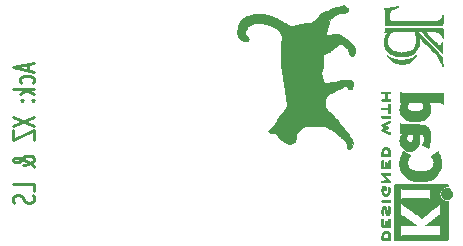
<source format=gbr>
G04 #@! TF.GenerationSoftware,KiCad,Pcbnew,5.99.0-unknown-f1fcf3f~86~ubuntu18.04.1*
G04 #@! TF.CreationDate,2020-01-20T18:37:53-05:00*
G04 #@! TF.ProjectId,module_benchmark_extension_board,6d6f6475-6c65-45f6-9265-6e63686d6172,rev?*
G04 #@! TF.SameCoordinates,Original*
G04 #@! TF.FileFunction,Legend,Bot*
G04 #@! TF.FilePolarity,Positive*
%FSLAX46Y46*%
G04 Gerber Fmt 4.6, Leading zero omitted, Abs format (unit mm)*
G04 Created by KiCad (PCBNEW 5.99.0-unknown-f1fcf3f~86~ubuntu18.04.1) date 2020-01-20 18:37:53*
%MOMM*%
%LPD*%
G04 APERTURE LIST*
%ADD10C,0.250000*%
%ADD11C,0.010000*%
G04 APERTURE END LIST*
D10*
X107800000Y-117114285D02*
X107800000Y-117685714D01*
X108314285Y-117000000D02*
X106514285Y-117400000D01*
X108314285Y-117800000D01*
X108228571Y-118714285D02*
X108314285Y-118600000D01*
X108314285Y-118371428D01*
X108228571Y-118257142D01*
X108142857Y-118200000D01*
X107971428Y-118142857D01*
X107457142Y-118142857D01*
X107285714Y-118200000D01*
X107200000Y-118257142D01*
X107114285Y-118371428D01*
X107114285Y-118600000D01*
X107200000Y-118714285D01*
X108314285Y-119228571D02*
X106514285Y-119228571D01*
X107628571Y-119342857D02*
X108314285Y-119685714D01*
X107114285Y-119685714D02*
X107800000Y-119228571D01*
X108142857Y-120200000D02*
X108228571Y-120257142D01*
X108314285Y-120200000D01*
X108228571Y-120142857D01*
X108142857Y-120200000D01*
X108314285Y-120200000D01*
X107200000Y-120200000D02*
X107285714Y-120257142D01*
X107371428Y-120200000D01*
X107285714Y-120142857D01*
X107200000Y-120200000D01*
X107371428Y-120200000D01*
X106514285Y-121571428D02*
X108314285Y-122371428D01*
X106514285Y-122371428D02*
X108314285Y-121571428D01*
X106514285Y-122714285D02*
X106514285Y-123514285D01*
X108314285Y-122714285D01*
X108314285Y-123514285D01*
X108314285Y-125857142D02*
X108314285Y-125800000D01*
X108228571Y-125685714D01*
X107971428Y-125514285D01*
X107457142Y-125228571D01*
X107200000Y-125114285D01*
X106942857Y-125057142D01*
X106771428Y-125057142D01*
X106600000Y-125114285D01*
X106514285Y-125228571D01*
X106514285Y-125285714D01*
X106600000Y-125400000D01*
X106771428Y-125457142D01*
X106857142Y-125457142D01*
X107028571Y-125400000D01*
X107114285Y-125342857D01*
X107457142Y-125000000D01*
X107542857Y-124942857D01*
X107714285Y-124885714D01*
X107971428Y-124885714D01*
X108142857Y-124942857D01*
X108228571Y-125000000D01*
X108314285Y-125114285D01*
X108314285Y-125285714D01*
X108228571Y-125400000D01*
X108142857Y-125457142D01*
X107800000Y-125628571D01*
X107542857Y-125685714D01*
X107371428Y-125685714D01*
X108314285Y-127857142D02*
X108314285Y-127285714D01*
X106514285Y-127285714D01*
X108228571Y-128200000D02*
X108314285Y-128371428D01*
X108314285Y-128657142D01*
X108228571Y-128771428D01*
X108142857Y-128828571D01*
X107971428Y-128885714D01*
X107800000Y-128885714D01*
X107628571Y-128828571D01*
X107542857Y-128771428D01*
X107457142Y-128657142D01*
X107371428Y-128428571D01*
X107285714Y-128314285D01*
X107200000Y-128257142D01*
X107028571Y-128200000D01*
X106857142Y-128200000D01*
X106685714Y-128257142D01*
X106600000Y-128314285D01*
X106514285Y-128428571D01*
X106514285Y-128714285D01*
X106600000Y-128885714D01*
G36*
X139419224Y-116478517D02*
G01*
X139321822Y-116476928D01*
X139135171Y-116461813D01*
X138962795Y-116430050D01*
X138800698Y-116380786D01*
X138644888Y-116313168D01*
X138528700Y-116249733D01*
X138384227Y-116151647D01*
X138262040Y-116042691D01*
X138161294Y-115921802D01*
X138081142Y-115787917D01*
X138020738Y-115639973D01*
X137979236Y-115476908D01*
X137969083Y-115402324D01*
X137963357Y-115298214D01*
X137963551Y-115273810D01*
X138220146Y-115273810D01*
X138226756Y-115346900D01*
X138248441Y-115444006D01*
X138297490Y-115570211D01*
X138369100Y-115686015D01*
X138464225Y-115793214D01*
X138574540Y-115887492D01*
X138719692Y-115981000D01*
X138879395Y-116053703D01*
X139053624Y-116105592D01*
X139242356Y-116136660D01*
X139445567Y-116146896D01*
X139498996Y-116146148D01*
X139683621Y-116132324D01*
X139858124Y-116101695D01*
X140020453Y-116055075D01*
X140168556Y-115993281D01*
X140300381Y-115917129D01*
X140413877Y-115827433D01*
X140506991Y-115725009D01*
X140568230Y-115635090D01*
X140631455Y-115510449D01*
X140675135Y-115376543D01*
X140700298Y-115230013D01*
X140707970Y-115067500D01*
X140705502Y-114978150D01*
X140691385Y-114840741D01*
X140663129Y-114710776D01*
X140618852Y-114580467D01*
X140556668Y-114442025D01*
X140507990Y-114343600D01*
X139884870Y-114343721D01*
X139829223Y-114343766D01*
X139642010Y-114344439D01*
X139464406Y-114345876D01*
X139297991Y-114348027D01*
X139144343Y-114350844D01*
X139005041Y-114354278D01*
X138881664Y-114358279D01*
X138775791Y-114362797D01*
X138689001Y-114367784D01*
X138622873Y-114373191D01*
X138578985Y-114378968D01*
X138558917Y-114385066D01*
X138549870Y-114393359D01*
X138519440Y-114428175D01*
X138481938Y-114477844D01*
X138441014Y-114536970D01*
X138400318Y-114600162D01*
X138363499Y-114662024D01*
X138334207Y-114717163D01*
X138324291Y-114738243D01*
X138295794Y-114805542D01*
X138270275Y-114874600D01*
X138252296Y-114933372D01*
X138238373Y-115000651D01*
X138226524Y-115091475D01*
X138220259Y-115185598D01*
X138220146Y-115273810D01*
X137963551Y-115273810D01*
X137964253Y-115185513D01*
X137971435Y-115072581D01*
X137984567Y-114967777D01*
X138003310Y-114879459D01*
X138019130Y-114826322D01*
X138088476Y-114649921D01*
X138180897Y-114484046D01*
X138191166Y-114468079D01*
X138215816Y-114428882D01*
X138232967Y-114400305D01*
X138239400Y-114387654D01*
X138236347Y-114386294D01*
X138214012Y-114383937D01*
X138174744Y-114382308D01*
X138124187Y-114381700D01*
X138008973Y-114381700D01*
X138015870Y-114315025D01*
X138020364Y-114268495D01*
X138025668Y-114208939D01*
X138030568Y-114149925D01*
X138038368Y-114051500D01*
X142910979Y-114051500D01*
X142917919Y-114130875D01*
X142920267Y-114160718D01*
X142924114Y-114215831D01*
X142928651Y-114285571D01*
X142933492Y-114364005D01*
X142938255Y-114445200D01*
X142941935Y-114508406D01*
X142946969Y-114591311D01*
X142951859Y-114668295D01*
X142956191Y-114732876D01*
X142959552Y-114778575D01*
X142967452Y-114877000D01*
X142928428Y-114877000D01*
X142907098Y-114875399D01*
X142892392Y-114866561D01*
X142881055Y-114844687D01*
X142868313Y-114803975D01*
X142863720Y-114788816D01*
X142832242Y-114706957D01*
X142791874Y-114628190D01*
X142746788Y-114559865D01*
X142701151Y-114509330D01*
X142665799Y-114480880D01*
X142589479Y-114434789D01*
X142499735Y-114399511D01*
X142392899Y-114373759D01*
X142265300Y-114356242D01*
X142233644Y-114353688D01*
X142174564Y-114350553D01*
X142102369Y-114348023D01*
X142020559Y-114346100D01*
X141932635Y-114344783D01*
X141842097Y-114344074D01*
X141752446Y-114343972D01*
X141667183Y-114344479D01*
X141589810Y-114345593D01*
X141523825Y-114347317D01*
X141472731Y-114349650D01*
X141440028Y-114352592D01*
X141429217Y-114356145D01*
X141431721Y-114359974D01*
X141449245Y-114380598D01*
X141481721Y-114416407D01*
X141527204Y-114465386D01*
X141583748Y-114525517D01*
X141649410Y-114594785D01*
X141722244Y-114671172D01*
X141800304Y-114752662D01*
X141881646Y-114837239D01*
X141964325Y-114922886D01*
X142046395Y-115007585D01*
X142125912Y-115089322D01*
X142200931Y-115166079D01*
X142269506Y-115235839D01*
X142329693Y-115296586D01*
X142379546Y-115346304D01*
X142417120Y-115382976D01*
X142440471Y-115404585D01*
X142472888Y-115431857D01*
X142531068Y-115476146D01*
X142579487Y-115504752D01*
X142622725Y-115520121D01*
X142665365Y-115524700D01*
X142679707Y-115523774D01*
X142728899Y-115504597D01*
X142772766Y-115460709D01*
X142811215Y-115392229D01*
X142844152Y-115299275D01*
X142845531Y-115295242D01*
X142859473Y-115284226D01*
X142885303Y-115294412D01*
X142890939Y-115302055D01*
X142894625Y-115319178D01*
X142896183Y-115348842D01*
X142895656Y-115394244D01*
X142893083Y-115458579D01*
X142888506Y-115545042D01*
X142885314Y-115605453D01*
X142881089Y-115698443D01*
X142877633Y-115790112D01*
X142875238Y-115872450D01*
X142874197Y-115937450D01*
X142873356Y-115994605D01*
X142871240Y-116056099D01*
X142868221Y-116106733D01*
X142864644Y-116139238D01*
X142855850Y-116188625D01*
X141975751Y-115266113D01*
X141095652Y-114343600D01*
X140788164Y-114343600D01*
X140812357Y-114371589D01*
X140815792Y-114375343D01*
X140835477Y-114396240D01*
X140871080Y-114433736D01*
X140921473Y-114486650D01*
X140985527Y-114553803D01*
X141062114Y-114634013D01*
X141150106Y-114726100D01*
X141248375Y-114828884D01*
X141355792Y-114941183D01*
X141471229Y-115061817D01*
X141593557Y-115189606D01*
X141721649Y-115323368D01*
X141854376Y-115461924D01*
X142872201Y-116524270D01*
X142887000Y-116707110D01*
X142893673Y-116786671D01*
X142902436Y-116886080D01*
X142911621Y-116986166D01*
X142920071Y-117074100D01*
X142922828Y-117101983D01*
X142928949Y-117164688D01*
X142933879Y-117216305D01*
X142937169Y-117252108D01*
X142938372Y-117267366D01*
X142932298Y-117270873D01*
X142911501Y-117266531D01*
X142897669Y-117257113D01*
X142884518Y-117235816D01*
X142871065Y-117198499D01*
X142855297Y-117140657D01*
X142853492Y-117133607D01*
X142808225Y-116994292D01*
X142743620Y-116852036D01*
X142658837Y-116705516D01*
X142553037Y-116553413D01*
X142425380Y-116394402D01*
X142275027Y-116227164D01*
X142248031Y-116198594D01*
X142188108Y-116135484D01*
X142118135Y-116062106D01*
X142039739Y-115980143D01*
X141954543Y-115891276D01*
X141864174Y-115797188D01*
X141770258Y-115699560D01*
X141674419Y-115600076D01*
X141578283Y-115500418D01*
X141483475Y-115402267D01*
X141391622Y-115307306D01*
X141304348Y-115217217D01*
X141223279Y-115133683D01*
X141150040Y-115058386D01*
X141086257Y-114993007D01*
X141033555Y-114939230D01*
X140993560Y-114898736D01*
X140967898Y-114873207D01*
X140958193Y-114864327D01*
X140958118Y-114864339D01*
X140955765Y-114877114D01*
X140953612Y-114911240D01*
X140951796Y-114962790D01*
X140950460Y-115027836D01*
X140949740Y-115102452D01*
X140947564Y-115221300D01*
X140941384Y-115324574D01*
X140930176Y-115415151D01*
X140912899Y-115499376D01*
X140888511Y-115583595D01*
X140855972Y-115674154D01*
X140797993Y-115798660D01*
X140709788Y-115932620D01*
X140599719Y-116054370D01*
X140468219Y-116163505D01*
X140315720Y-116259618D01*
X140142657Y-116342303D01*
X140098180Y-116360106D01*
X139938752Y-116413346D01*
X139776731Y-116450021D01*
X139605696Y-116471342D01*
X139445567Y-116477504D01*
X139419224Y-116478517D01*
G37*
D11*
X139419224Y-116478517D02*
X139321822Y-116476928D01*
X139135171Y-116461813D01*
X138962795Y-116430050D01*
X138800698Y-116380786D01*
X138644888Y-116313168D01*
X138528700Y-116249733D01*
X138384227Y-116151647D01*
X138262040Y-116042691D01*
X138161294Y-115921802D01*
X138081142Y-115787917D01*
X138020738Y-115639973D01*
X137979236Y-115476908D01*
X137969083Y-115402324D01*
X137963357Y-115298214D01*
X137963551Y-115273810D01*
X138220146Y-115273810D01*
X138226756Y-115346900D01*
X138248441Y-115444006D01*
X138297490Y-115570211D01*
X138369100Y-115686015D01*
X138464225Y-115793214D01*
X138574540Y-115887492D01*
X138719692Y-115981000D01*
X138879395Y-116053703D01*
X139053624Y-116105592D01*
X139242356Y-116136660D01*
X139445567Y-116146896D01*
X139498996Y-116146148D01*
X139683621Y-116132324D01*
X139858124Y-116101695D01*
X140020453Y-116055075D01*
X140168556Y-115993281D01*
X140300381Y-115917129D01*
X140413877Y-115827433D01*
X140506991Y-115725009D01*
X140568230Y-115635090D01*
X140631455Y-115510449D01*
X140675135Y-115376543D01*
X140700298Y-115230013D01*
X140707970Y-115067500D01*
X140705502Y-114978150D01*
X140691385Y-114840741D01*
X140663129Y-114710776D01*
X140618852Y-114580467D01*
X140556668Y-114442025D01*
X140507990Y-114343600D01*
X139884870Y-114343721D01*
X139829223Y-114343766D01*
X139642010Y-114344439D01*
X139464406Y-114345876D01*
X139297991Y-114348027D01*
X139144343Y-114350844D01*
X139005041Y-114354278D01*
X138881664Y-114358279D01*
X138775791Y-114362797D01*
X138689001Y-114367784D01*
X138622873Y-114373191D01*
X138578985Y-114378968D01*
X138558917Y-114385066D01*
X138549870Y-114393359D01*
X138519440Y-114428175D01*
X138481938Y-114477844D01*
X138441014Y-114536970D01*
X138400318Y-114600162D01*
X138363499Y-114662024D01*
X138334207Y-114717163D01*
X138324291Y-114738243D01*
X138295794Y-114805542D01*
X138270275Y-114874600D01*
X138252296Y-114933372D01*
X138238373Y-115000651D01*
X138226524Y-115091475D01*
X138220259Y-115185598D01*
X138220146Y-115273810D01*
X137963551Y-115273810D01*
X137964253Y-115185513D01*
X137971435Y-115072581D01*
X137984567Y-114967777D01*
X138003310Y-114879459D01*
X138019130Y-114826322D01*
X138088476Y-114649921D01*
X138180897Y-114484046D01*
X138191166Y-114468079D01*
X138215816Y-114428882D01*
X138232967Y-114400305D01*
X138239400Y-114387654D01*
X138236347Y-114386294D01*
X138214012Y-114383937D01*
X138174744Y-114382308D01*
X138124187Y-114381700D01*
X138008973Y-114381700D01*
X138015870Y-114315025D01*
X138020364Y-114268495D01*
X138025668Y-114208939D01*
X138030568Y-114149925D01*
X138038368Y-114051500D01*
X142910979Y-114051500D01*
X142917919Y-114130875D01*
X142920267Y-114160718D01*
X142924114Y-114215831D01*
X142928651Y-114285571D01*
X142933492Y-114364005D01*
X142938255Y-114445200D01*
X142941935Y-114508406D01*
X142946969Y-114591311D01*
X142951859Y-114668295D01*
X142956191Y-114732876D01*
X142959552Y-114778575D01*
X142967452Y-114877000D01*
X142928428Y-114877000D01*
X142907098Y-114875399D01*
X142892392Y-114866561D01*
X142881055Y-114844687D01*
X142868313Y-114803975D01*
X142863720Y-114788816D01*
X142832242Y-114706957D01*
X142791874Y-114628190D01*
X142746788Y-114559865D01*
X142701151Y-114509330D01*
X142665799Y-114480880D01*
X142589479Y-114434789D01*
X142499735Y-114399511D01*
X142392899Y-114373759D01*
X142265300Y-114356242D01*
X142233644Y-114353688D01*
X142174564Y-114350553D01*
X142102369Y-114348023D01*
X142020559Y-114346100D01*
X141932635Y-114344783D01*
X141842097Y-114344074D01*
X141752446Y-114343972D01*
X141667183Y-114344479D01*
X141589810Y-114345593D01*
X141523825Y-114347317D01*
X141472731Y-114349650D01*
X141440028Y-114352592D01*
X141429217Y-114356145D01*
X141431721Y-114359974D01*
X141449245Y-114380598D01*
X141481721Y-114416407D01*
X141527204Y-114465386D01*
X141583748Y-114525517D01*
X141649410Y-114594785D01*
X141722244Y-114671172D01*
X141800304Y-114752662D01*
X141881646Y-114837239D01*
X141964325Y-114922886D01*
X142046395Y-115007585D01*
X142125912Y-115089322D01*
X142200931Y-115166079D01*
X142269506Y-115235839D01*
X142329693Y-115296586D01*
X142379546Y-115346304D01*
X142417120Y-115382976D01*
X142440471Y-115404585D01*
X142472888Y-115431857D01*
X142531068Y-115476146D01*
X142579487Y-115504752D01*
X142622725Y-115520121D01*
X142665365Y-115524700D01*
X142679707Y-115523774D01*
X142728899Y-115504597D01*
X142772766Y-115460709D01*
X142811215Y-115392229D01*
X142844152Y-115299275D01*
X142845531Y-115295242D01*
X142859473Y-115284226D01*
X142885303Y-115294412D01*
X142890939Y-115302055D01*
X142894625Y-115319178D01*
X142896183Y-115348842D01*
X142895656Y-115394244D01*
X142893083Y-115458579D01*
X142888506Y-115545042D01*
X142885314Y-115605453D01*
X142881089Y-115698443D01*
X142877633Y-115790112D01*
X142875238Y-115872450D01*
X142874197Y-115937450D01*
X142873356Y-115994605D01*
X142871240Y-116056099D01*
X142868221Y-116106733D01*
X142864644Y-116139238D01*
X142855850Y-116188625D01*
X141975751Y-115266113D01*
X141095652Y-114343600D01*
X140788164Y-114343600D01*
X140812357Y-114371589D01*
X140815792Y-114375343D01*
X140835477Y-114396240D01*
X140871080Y-114433736D01*
X140921473Y-114486650D01*
X140985527Y-114553803D01*
X141062114Y-114634013D01*
X141150106Y-114726100D01*
X141248375Y-114828884D01*
X141355792Y-114941183D01*
X141471229Y-115061817D01*
X141593557Y-115189606D01*
X141721649Y-115323368D01*
X141854376Y-115461924D01*
X142872201Y-116524270D01*
X142887000Y-116707110D01*
X142893673Y-116786671D01*
X142902436Y-116886080D01*
X142911621Y-116986166D01*
X142920071Y-117074100D01*
X142922828Y-117101983D01*
X142928949Y-117164688D01*
X142933879Y-117216305D01*
X142937169Y-117252108D01*
X142938372Y-117267366D01*
X142932298Y-117270873D01*
X142911501Y-117266531D01*
X142897669Y-117257113D01*
X142884518Y-117235816D01*
X142871065Y-117198499D01*
X142855297Y-117140657D01*
X142853492Y-117133607D01*
X142808225Y-116994292D01*
X142743620Y-116852036D01*
X142658837Y-116705516D01*
X142553037Y-116553413D01*
X142425380Y-116394402D01*
X142275027Y-116227164D01*
X142248031Y-116198594D01*
X142188108Y-116135484D01*
X142118135Y-116062106D01*
X142039739Y-115980143D01*
X141954543Y-115891276D01*
X141864174Y-115797188D01*
X141770258Y-115699560D01*
X141674419Y-115600076D01*
X141578283Y-115500418D01*
X141483475Y-115402267D01*
X141391622Y-115307306D01*
X141304348Y-115217217D01*
X141223279Y-115133683D01*
X141150040Y-115058386D01*
X141086257Y-114993007D01*
X141033555Y-114939230D01*
X140993560Y-114898736D01*
X140967898Y-114873207D01*
X140958193Y-114864327D01*
X140958118Y-114864339D01*
X140955765Y-114877114D01*
X140953612Y-114911240D01*
X140951796Y-114962790D01*
X140950460Y-115027836D01*
X140949740Y-115102452D01*
X140947564Y-115221300D01*
X140941384Y-115324574D01*
X140930176Y-115415151D01*
X140912899Y-115499376D01*
X140888511Y-115583595D01*
X140855972Y-115674154D01*
X140797993Y-115798660D01*
X140709788Y-115932620D01*
X140599719Y-116054370D01*
X140468219Y-116163505D01*
X140315720Y-116259618D01*
X140142657Y-116342303D01*
X140098180Y-116360106D01*
X139938752Y-116413346D01*
X139776731Y-116450021D01*
X139605696Y-116471342D01*
X139445567Y-116477504D01*
X139419224Y-116478517D01*
G36*
X139173947Y-112238871D02*
G01*
X139187696Y-112244476D01*
X139191900Y-112253059D01*
X139180057Y-112265770D01*
X139144601Y-112281347D01*
X139087125Y-112298865D01*
X139032471Y-112314205D01*
X138872012Y-112368379D01*
X138735615Y-112429724D01*
X138623372Y-112498186D01*
X138535374Y-112573713D01*
X138471713Y-112656252D01*
X138464758Y-112668085D01*
X138441305Y-112712833D01*
X138423333Y-112758206D01*
X138410160Y-112808327D01*
X138401104Y-112867319D01*
X138395480Y-112939305D01*
X138392607Y-113028407D01*
X138391800Y-113138748D01*
X138391800Y-113401759D01*
X138452125Y-113421346D01*
X138458101Y-113423198D01*
X138503568Y-113434510D01*
X138561337Y-113445800D01*
X138620400Y-113454877D01*
X138634105Y-113456046D01*
X138676096Y-113457844D01*
X138740304Y-113459433D01*
X138824966Y-113460818D01*
X138928318Y-113462004D01*
X139048596Y-113462997D01*
X139184037Y-113463800D01*
X139332877Y-113464419D01*
X139493353Y-113464860D01*
X139663700Y-113465127D01*
X139842156Y-113465226D01*
X140026957Y-113465161D01*
X140216339Y-113464937D01*
X140408539Y-113464561D01*
X140601792Y-113464035D01*
X140794336Y-113463367D01*
X140984407Y-113462560D01*
X141170241Y-113461620D01*
X141350075Y-113460552D01*
X141522144Y-113459361D01*
X141684687Y-113458052D01*
X141835938Y-113456630D01*
X141974134Y-113455100D01*
X142097512Y-113453468D01*
X142204308Y-113451737D01*
X142292758Y-113449914D01*
X142361100Y-113448004D01*
X142407568Y-113446010D01*
X142430400Y-113443940D01*
X142430489Y-113443922D01*
X142544234Y-113413078D01*
X142638183Y-113370009D01*
X142715548Y-113313242D01*
X142762150Y-113262750D01*
X142815562Y-113185742D01*
X142861539Y-113098745D01*
X142895117Y-113010135D01*
X142903016Y-112984905D01*
X142914665Y-112959484D01*
X142929561Y-112948786D01*
X142953402Y-112946600D01*
X142992819Y-112946600D01*
X142984584Y-113025387D01*
X142984105Y-113030053D01*
X142979814Y-113075802D01*
X142974431Y-113138208D01*
X142968596Y-113209663D01*
X142962949Y-113282562D01*
X142961584Y-113300493D01*
X142954969Y-113382217D01*
X142947645Y-113465794D01*
X142940011Y-113547343D01*
X142932464Y-113622982D01*
X142925401Y-113688831D01*
X142919220Y-113741009D01*
X142914318Y-113775634D01*
X142911093Y-113788824D01*
X142911016Y-113788839D01*
X142896529Y-113789053D01*
X142857951Y-113789224D01*
X142796515Y-113789351D01*
X142713453Y-113789437D01*
X142609999Y-113789481D01*
X142487385Y-113789484D01*
X142346844Y-113789447D01*
X142189608Y-113789371D01*
X142016910Y-113789256D01*
X141829984Y-113789103D01*
X141630060Y-113788913D01*
X141418374Y-113788686D01*
X141196156Y-113788424D01*
X140964639Y-113788126D01*
X140725057Y-113787794D01*
X140478643Y-113787428D01*
X138050635Y-113783706D01*
X138045395Y-113171478D01*
X138044771Y-113101434D01*
X138043356Y-112965461D01*
X138041810Y-112851656D01*
X138040052Y-112757801D01*
X138038002Y-112681679D01*
X138035579Y-112621070D01*
X138032701Y-112573756D01*
X138029288Y-112537519D01*
X138025258Y-112510140D01*
X138020532Y-112489400D01*
X138012245Y-112459511D01*
X138003472Y-112426727D01*
X137999505Y-112410267D01*
X137999499Y-112410230D01*
X138005284Y-112402442D01*
X138027138Y-112395439D01*
X138068160Y-112388535D01*
X138131450Y-112381044D01*
X138146188Y-112379285D01*
X138191685Y-112373023D01*
X138255131Y-112363645D01*
X138331821Y-112351867D01*
X138417047Y-112338408D01*
X138506100Y-112323984D01*
X138515821Y-112322390D01*
X138667285Y-112297825D01*
X138795569Y-112277649D01*
X138902378Y-112261684D01*
X138989416Y-112249755D01*
X139058388Y-112241686D01*
X139110997Y-112237299D01*
X139148949Y-112236420D01*
X139173947Y-112238871D01*
G37*
X139173947Y-112238871D02*
X139187696Y-112244476D01*
X139191900Y-112253059D01*
X139180057Y-112265770D01*
X139144601Y-112281347D01*
X139087125Y-112298865D01*
X139032471Y-112314205D01*
X138872012Y-112368379D01*
X138735615Y-112429724D01*
X138623372Y-112498186D01*
X138535374Y-112573713D01*
X138471713Y-112656252D01*
X138464758Y-112668085D01*
X138441305Y-112712833D01*
X138423333Y-112758206D01*
X138410160Y-112808327D01*
X138401104Y-112867319D01*
X138395480Y-112939305D01*
X138392607Y-113028407D01*
X138391800Y-113138748D01*
X138391800Y-113401759D01*
X138452125Y-113421346D01*
X138458101Y-113423198D01*
X138503568Y-113434510D01*
X138561337Y-113445800D01*
X138620400Y-113454877D01*
X138634105Y-113456046D01*
X138676096Y-113457844D01*
X138740304Y-113459433D01*
X138824966Y-113460818D01*
X138928318Y-113462004D01*
X139048596Y-113462997D01*
X139184037Y-113463800D01*
X139332877Y-113464419D01*
X139493353Y-113464860D01*
X139663700Y-113465127D01*
X139842156Y-113465226D01*
X140026957Y-113465161D01*
X140216339Y-113464937D01*
X140408539Y-113464561D01*
X140601792Y-113464035D01*
X140794336Y-113463367D01*
X140984407Y-113462560D01*
X141170241Y-113461620D01*
X141350075Y-113460552D01*
X141522144Y-113459361D01*
X141684687Y-113458052D01*
X141835938Y-113456630D01*
X141974134Y-113455100D01*
X142097512Y-113453468D01*
X142204308Y-113451737D01*
X142292758Y-113449914D01*
X142361100Y-113448004D01*
X142407568Y-113446010D01*
X142430400Y-113443940D01*
X142430489Y-113443922D01*
X142544234Y-113413078D01*
X142638183Y-113370009D01*
X142715548Y-113313242D01*
X142762150Y-113262750D01*
X142815562Y-113185742D01*
X142861539Y-113098745D01*
X142895117Y-113010135D01*
X142903016Y-112984905D01*
X142914665Y-112959484D01*
X142929561Y-112948786D01*
X142953402Y-112946600D01*
X142992819Y-112946600D01*
X142984584Y-113025387D01*
X142984105Y-113030053D01*
X142979814Y-113075802D01*
X142974431Y-113138208D01*
X142968596Y-113209663D01*
X142962949Y-113282562D01*
X142961584Y-113300493D01*
X142954969Y-113382217D01*
X142947645Y-113465794D01*
X142940011Y-113547343D01*
X142932464Y-113622982D01*
X142925401Y-113688831D01*
X142919220Y-113741009D01*
X142914318Y-113775634D01*
X142911093Y-113788824D01*
X142911016Y-113788839D01*
X142896529Y-113789053D01*
X142857951Y-113789224D01*
X142796515Y-113789351D01*
X142713453Y-113789437D01*
X142609999Y-113789481D01*
X142487385Y-113789484D01*
X142346844Y-113789447D01*
X142189608Y-113789371D01*
X142016910Y-113789256D01*
X141829984Y-113789103D01*
X141630060Y-113788913D01*
X141418374Y-113788686D01*
X141196156Y-113788424D01*
X140964639Y-113788126D01*
X140725057Y-113787794D01*
X140478643Y-113787428D01*
X138050635Y-113783706D01*
X138045395Y-113171478D01*
X138044771Y-113101434D01*
X138043356Y-112965461D01*
X138041810Y-112851656D01*
X138040052Y-112757801D01*
X138038002Y-112681679D01*
X138035579Y-112621070D01*
X138032701Y-112573756D01*
X138029288Y-112537519D01*
X138025258Y-112510140D01*
X138020532Y-112489400D01*
X138012245Y-112459511D01*
X138003472Y-112426727D01*
X137999505Y-112410267D01*
X137999499Y-112410230D01*
X138005284Y-112402442D01*
X138027138Y-112395439D01*
X138068160Y-112388535D01*
X138131450Y-112381044D01*
X138146188Y-112379285D01*
X138191685Y-112373023D01*
X138255131Y-112363645D01*
X138331821Y-112351867D01*
X138417047Y-112338408D01*
X138506100Y-112323984D01*
X138515821Y-112322390D01*
X138667285Y-112297825D01*
X138795569Y-112277649D01*
X138902378Y-112261684D01*
X138989416Y-112249755D01*
X139058388Y-112241686D01*
X139110997Y-112237299D01*
X139148949Y-112236420D01*
X139173947Y-112238871D01*
G36*
X138186749Y-116342191D02*
G01*
X138209056Y-116355201D01*
X138244517Y-116378013D01*
X138288500Y-116407711D01*
X138420147Y-116490280D01*
X138610804Y-116585970D01*
X138814412Y-116663227D01*
X139026800Y-116720286D01*
X139047371Y-116724615D01*
X139095829Y-116733652D01*
X139143120Y-116740190D01*
X139194555Y-116744610D01*
X139255447Y-116747292D01*
X139331108Y-116748617D01*
X139426850Y-116748966D01*
X139457033Y-116748904D01*
X139580106Y-116746967D01*
X139685314Y-116741771D01*
X139778737Y-116732583D01*
X139866457Y-116718666D01*
X139954557Y-116699285D01*
X140049118Y-116673704D01*
X140154476Y-116639325D01*
X140299434Y-116578781D01*
X140430939Y-116507850D01*
X140543237Y-116429379D01*
X140568221Y-116409208D01*
X140612291Y-116373850D01*
X140640165Y-116352732D01*
X140654441Y-116344809D01*
X140657720Y-116349032D01*
X140652601Y-116364354D01*
X140641684Y-116389729D01*
X140640379Y-116392739D01*
X140588720Y-116493788D01*
X140522292Y-116597626D01*
X140447567Y-116694999D01*
X140371018Y-116776653D01*
X140270110Y-116862213D01*
X140146472Y-116943580D01*
X140013243Y-117006553D01*
X139867524Y-117052230D01*
X139706413Y-117081707D01*
X139527012Y-117096083D01*
X139327993Y-117092358D01*
X139139425Y-117065614D01*
X138961482Y-117015819D01*
X138794115Y-116942947D01*
X138637276Y-116846974D01*
X138490917Y-116727873D01*
X138354991Y-116585621D01*
X138229449Y-116420192D01*
X138226117Y-116415273D01*
X138202207Y-116378654D01*
X138186233Y-116351851D01*
X138181501Y-116340367D01*
X138186749Y-116342191D01*
G37*
X138186749Y-116342191D02*
X138209056Y-116355201D01*
X138244517Y-116378013D01*
X138288500Y-116407711D01*
X138420147Y-116490280D01*
X138610804Y-116585970D01*
X138814412Y-116663227D01*
X139026800Y-116720286D01*
X139047371Y-116724615D01*
X139095829Y-116733652D01*
X139143120Y-116740190D01*
X139194555Y-116744610D01*
X139255447Y-116747292D01*
X139331108Y-116748617D01*
X139426850Y-116748966D01*
X139457033Y-116748904D01*
X139580106Y-116746967D01*
X139685314Y-116741771D01*
X139778737Y-116732583D01*
X139866457Y-116718666D01*
X139954557Y-116699285D01*
X140049118Y-116673704D01*
X140154476Y-116639325D01*
X140299434Y-116578781D01*
X140430939Y-116507850D01*
X140543237Y-116429379D01*
X140568221Y-116409208D01*
X140612291Y-116373850D01*
X140640165Y-116352732D01*
X140654441Y-116344809D01*
X140657720Y-116349032D01*
X140652601Y-116364354D01*
X140641684Y-116389729D01*
X140640379Y-116392739D01*
X140588720Y-116493788D01*
X140522292Y-116597626D01*
X140447567Y-116694999D01*
X140371018Y-116776653D01*
X140270110Y-116862213D01*
X140146472Y-116943580D01*
X140013243Y-117006553D01*
X139867524Y-117052230D01*
X139706413Y-117081707D01*
X139527012Y-117096083D01*
X139327993Y-117092358D01*
X139139425Y-117065614D01*
X138961482Y-117015819D01*
X138794115Y-116942947D01*
X138637276Y-116846974D01*
X138490917Y-116727873D01*
X138354991Y-116585621D01*
X138229449Y-116420192D01*
X138226117Y-116415273D01*
X138202207Y-116378654D01*
X138186233Y-116351851D01*
X138181501Y-116340367D01*
X138186749Y-116342191D01*
G36*
X142638208Y-132025614D02*
G01*
X142506989Y-132026059D01*
X142359784Y-132026362D01*
X142195651Y-132026548D01*
X142013648Y-132026642D01*
X141812835Y-132026671D01*
X141592268Y-132026661D01*
X141351008Y-132026636D01*
X141088111Y-132026622D01*
X141045960Y-132026622D01*
X140785332Y-132026646D01*
X140546204Y-132026685D01*
X140327640Y-132026708D01*
X140128705Y-132026687D01*
X139948465Y-132026593D01*
X139785985Y-132026395D01*
X139640330Y-132026063D01*
X139510566Y-132025569D01*
X139395757Y-132024883D01*
X139294970Y-132023976D01*
X139207270Y-132022817D01*
X139131721Y-132021378D01*
X139067389Y-132019629D01*
X139013339Y-132017540D01*
X138968637Y-132015083D01*
X138932348Y-132012227D01*
X138903537Y-132008943D01*
X138881269Y-132005202D01*
X138864610Y-132000974D01*
X138852625Y-131996229D01*
X138844379Y-131990939D01*
X138838938Y-131985073D01*
X138835366Y-131978602D01*
X138832730Y-131971497D01*
X138830094Y-131963728D01*
X138826523Y-131955266D01*
X138824855Y-131950908D01*
X138822889Y-131942395D01*
X138821089Y-131929694D01*
X138819445Y-131911885D01*
X138817953Y-131888049D01*
X138816603Y-131857266D01*
X138815389Y-131818617D01*
X138814303Y-131771182D01*
X138813339Y-131714043D01*
X138812489Y-131646279D01*
X138811747Y-131566971D01*
X138811103Y-131475199D01*
X138810553Y-131370044D01*
X138810087Y-131250587D01*
X138809700Y-131115908D01*
X138809384Y-130965088D01*
X138809131Y-130797206D01*
X138808934Y-130611345D01*
X138808787Y-130406583D01*
X138808682Y-130182002D01*
X138808611Y-129936682D01*
X138808568Y-129669704D01*
X138808563Y-129631321D01*
X138808520Y-129365922D01*
X138808475Y-129122050D01*
X138808452Y-128898783D01*
X138808464Y-128790651D01*
X139327600Y-128790651D01*
X139327600Y-129945090D01*
X139403800Y-129944456D01*
X139445840Y-129945574D01*
X139481666Y-129951304D01*
X139519228Y-129963890D01*
X139567423Y-129985568D01*
X139574103Y-129988789D01*
X139623641Y-130014188D01*
X139671631Y-130040996D01*
X139708534Y-130063917D01*
X139715166Y-130068485D01*
X139746407Y-130090516D01*
X139791346Y-130122693D01*
X139847853Y-130163457D01*
X139913796Y-130211245D01*
X139987043Y-130264498D01*
X140065464Y-130321655D01*
X140146928Y-130381155D01*
X140229302Y-130441437D01*
X140310456Y-130500940D01*
X140388258Y-130558105D01*
X140460577Y-130611370D01*
X140525282Y-130659174D01*
X140580241Y-130699957D01*
X140623324Y-130732158D01*
X140652398Y-130754216D01*
X140665333Y-130764571D01*
X140669649Y-130769044D01*
X140671688Y-130773236D01*
X140669074Y-130776643D01*
X140660014Y-130779325D01*
X140642715Y-130781341D01*
X140615386Y-130782748D01*
X140576235Y-130783605D01*
X140523467Y-130783970D01*
X140455293Y-130783903D01*
X140369918Y-130783460D01*
X140265551Y-130782702D01*
X140140400Y-130781685D01*
X140095700Y-130781308D01*
X139974605Y-130780169D01*
X139873312Y-130778972D01*
X139789738Y-130777636D01*
X139721796Y-130776077D01*
X139667401Y-130774215D01*
X139624468Y-130771966D01*
X139590911Y-130769248D01*
X139564645Y-130765979D01*
X139543584Y-130762078D01*
X139525643Y-130757461D01*
X139499230Y-130749192D01*
X139437228Y-130725583D01*
X139384427Y-130699685D01*
X139347355Y-130674535D01*
X139345925Y-130673339D01*
X139341576Y-130671168D01*
X139337974Y-130673328D01*
X139335049Y-130681644D01*
X139332731Y-130697940D01*
X139330949Y-130724041D01*
X139329633Y-130761771D01*
X139328714Y-130812956D01*
X139328122Y-130879420D01*
X139327785Y-130962987D01*
X139327635Y-131065483D01*
X139327600Y-131188732D01*
X139327600Y-131720296D01*
X139385217Y-131681523D01*
X139394107Y-131675432D01*
X139408931Y-131664976D01*
X139422578Y-131655579D01*
X139436235Y-131647183D01*
X139451089Y-131639733D01*
X139468330Y-131633173D01*
X139489145Y-131627446D01*
X139514720Y-131622495D01*
X139546245Y-131618266D01*
X139584907Y-131614701D01*
X139631893Y-131611744D01*
X139688392Y-131609340D01*
X139755591Y-131607431D01*
X139834678Y-131605962D01*
X139926840Y-131604876D01*
X140033266Y-131604118D01*
X140155143Y-131603630D01*
X140293659Y-131603358D01*
X140450001Y-131603243D01*
X140625358Y-131603231D01*
X140820918Y-131603265D01*
X141037867Y-131603289D01*
X141160487Y-131603280D01*
X141365553Y-131603243D01*
X141549884Y-131603227D01*
X141714666Y-131603288D01*
X141861084Y-131603484D01*
X141990326Y-131603870D01*
X142103578Y-131604505D01*
X142202025Y-131605444D01*
X142286856Y-131606745D01*
X142359256Y-131608464D01*
X142420411Y-131610659D01*
X142471508Y-131613385D01*
X142513733Y-131616701D01*
X142548273Y-131620662D01*
X142576314Y-131625325D01*
X142599042Y-131630747D01*
X142617644Y-131636986D01*
X142633307Y-131644097D01*
X142647216Y-131652138D01*
X142660559Y-131661166D01*
X142674521Y-131671236D01*
X142690289Y-131682407D01*
X142748133Y-131722197D01*
X142748133Y-130662314D01*
X142685034Y-130700311D01*
X142659995Y-130714993D01*
X142632414Y-130729531D01*
X142604300Y-130741627D01*
X142573449Y-130751532D01*
X142537656Y-130759494D01*
X142494717Y-130765761D01*
X142442426Y-130770582D01*
X142378581Y-130774206D01*
X142300975Y-130776881D01*
X142207406Y-130778857D01*
X142095667Y-130780382D01*
X141963555Y-130781704D01*
X141843566Y-130782613D01*
X141726937Y-130783020D01*
X141631469Y-130782767D01*
X141557444Y-130781857D01*
X141505145Y-130780293D01*
X141474851Y-130778079D01*
X141466844Y-130775220D01*
X141470142Y-130772161D01*
X141491592Y-130754006D01*
X141528111Y-130724275D01*
X141577558Y-130684639D01*
X141637793Y-130636771D01*
X141706673Y-130582343D01*
X141782057Y-130523027D01*
X141861804Y-130460495D01*
X141943772Y-130396421D01*
X142025820Y-130332475D01*
X142105806Y-130270331D01*
X142181589Y-130211661D01*
X142251027Y-130158137D01*
X142311979Y-130111430D01*
X142362304Y-130073214D01*
X142399860Y-130045161D01*
X142422505Y-130028943D01*
X142494788Y-129983635D01*
X142574537Y-129943661D01*
X142642812Y-129922130D01*
X142700156Y-129918827D01*
X142748133Y-129924116D01*
X142747883Y-128792356D01*
X142717278Y-128831867D01*
X142709911Y-128841248D01*
X142655562Y-128904183D01*
X142587741Y-128972997D01*
X142504484Y-129049596D01*
X142403822Y-129135888D01*
X142383153Y-129153052D01*
X142333591Y-129193833D01*
X142272674Y-129243588D01*
X142202102Y-129300955D01*
X142123576Y-129364569D01*
X142038796Y-129433069D01*
X141949463Y-129505090D01*
X141857278Y-129579270D01*
X141838298Y-129594517D01*
X141763940Y-129654246D01*
X141671152Y-129728653D01*
X141580612Y-129801131D01*
X141494022Y-129870314D01*
X141413082Y-129934841D01*
X141339494Y-129993347D01*
X141274956Y-130044470D01*
X141221171Y-130086847D01*
X141179838Y-130119115D01*
X141152658Y-130139910D01*
X141141332Y-130147869D01*
X141137229Y-130146111D01*
X141116666Y-130133230D01*
X141080439Y-130108885D01*
X141030176Y-130074247D01*
X140967508Y-130030486D01*
X140894064Y-129978775D01*
X140811473Y-129920284D01*
X140721364Y-129856184D01*
X140625369Y-129787646D01*
X140525115Y-129715843D01*
X140422232Y-129641944D01*
X140318350Y-129567121D01*
X140215099Y-129492545D01*
X140114108Y-129419387D01*
X140017006Y-129348819D01*
X139925423Y-129282011D01*
X139840989Y-129220135D01*
X139765333Y-129164361D01*
X139700084Y-129115862D01*
X139646872Y-129075807D01*
X139607327Y-129045369D01*
X139581974Y-129024944D01*
X139527705Y-128978899D01*
X139471225Y-128928612D01*
X139421331Y-128881815D01*
X139327600Y-128790651D01*
X138808464Y-128790651D01*
X138808476Y-128695196D01*
X138808570Y-128510367D01*
X138808757Y-128343373D01*
X138809061Y-128193290D01*
X138809395Y-128092445D01*
X139327600Y-128092445D01*
X139327651Y-128161356D01*
X139327909Y-128259607D01*
X139328363Y-128349030D01*
X139328990Y-128427333D01*
X139329765Y-128492223D01*
X139330665Y-128541411D01*
X139331666Y-128572604D01*
X139332743Y-128583511D01*
X139335963Y-128582322D01*
X139353548Y-128572176D01*
X139379842Y-128555040D01*
X139392309Y-128546540D01*
X139406378Y-128537329D01*
X139420649Y-128529233D01*
X139436521Y-128522185D01*
X139455391Y-128516117D01*
X139478659Y-128510961D01*
X139507722Y-128506651D01*
X139543979Y-128503119D01*
X139588830Y-128500297D01*
X139643672Y-128498118D01*
X139709903Y-128496514D01*
X139788923Y-128495419D01*
X139882129Y-128494765D01*
X139990921Y-128494484D01*
X140116697Y-128494509D01*
X140260855Y-128494772D01*
X140424793Y-128495206D01*
X140609911Y-128495745D01*
X140788768Y-128496279D01*
X140947626Y-128496805D01*
X141086684Y-128497350D01*
X141207335Y-128497945D01*
X141310972Y-128498619D01*
X141398989Y-128499403D01*
X141472777Y-128500326D01*
X141533731Y-128501419D01*
X141583243Y-128502712D01*
X141622707Y-128504235D01*
X141653516Y-128506019D01*
X141677062Y-128508092D01*
X141694740Y-128510486D01*
X141707941Y-128513230D01*
X141718060Y-128516356D01*
X141726489Y-128519892D01*
X141734625Y-128523791D01*
X141771456Y-128543438D01*
X141801609Y-128562225D01*
X141803092Y-128563272D01*
X141825341Y-128577602D01*
X141838298Y-128583511D01*
X141838751Y-128582504D01*
X141840197Y-128565305D01*
X141841520Y-128528656D01*
X141842684Y-128474962D01*
X141843653Y-128406630D01*
X141844389Y-128326064D01*
X141844858Y-128235670D01*
X141845022Y-128137853D01*
X141845022Y-127692195D01*
X140668155Y-127689120D01*
X139491289Y-127686045D01*
X139432378Y-127659407D01*
X139407817Y-127647485D01*
X139377566Y-127630246D01*
X139360440Y-127617074D01*
X139352409Y-127609076D01*
X139337507Y-127601378D01*
X139336235Y-127605260D01*
X139334209Y-127628520D01*
X139332374Y-127670874D01*
X139330773Y-127730132D01*
X139329451Y-127804107D01*
X139328452Y-127890610D01*
X139327820Y-127987452D01*
X139327600Y-128092445D01*
X138809395Y-128092445D01*
X138809506Y-128059196D01*
X138810115Y-127940166D01*
X138810911Y-127835279D01*
X138811920Y-127743610D01*
X138813163Y-127664237D01*
X138814665Y-127596237D01*
X138816449Y-127538686D01*
X138818539Y-127490662D01*
X138820958Y-127451240D01*
X138823730Y-127419499D01*
X138826879Y-127394514D01*
X138830428Y-127375364D01*
X138834402Y-127361123D01*
X138838822Y-127350871D01*
X138843714Y-127343682D01*
X138849100Y-127338635D01*
X138855004Y-127334805D01*
X138861451Y-127331271D01*
X138868463Y-127327108D01*
X138870313Y-127326025D01*
X138875820Y-127323813D01*
X138884132Y-127321786D01*
X138896191Y-127319938D01*
X138912937Y-127318261D01*
X138935313Y-127316745D01*
X138964260Y-127315383D01*
X139000720Y-127314167D01*
X139045633Y-127313089D01*
X139099943Y-127312140D01*
X139164590Y-127311312D01*
X139240516Y-127310597D01*
X139328662Y-127309987D01*
X139429971Y-127309474D01*
X139545383Y-127309050D01*
X139675840Y-127308706D01*
X139822284Y-127308434D01*
X139985656Y-127308227D01*
X140166899Y-127308076D01*
X140366952Y-127307972D01*
X140586759Y-127307908D01*
X140827261Y-127307876D01*
X141089398Y-127307867D01*
X143280969Y-127307867D01*
X143319351Y-127346249D01*
X143343089Y-127373355D01*
X143354889Y-127400253D01*
X143357733Y-127436560D01*
X143357733Y-127488489D01*
X143269794Y-127488489D01*
X143219898Y-127490427D01*
X143109477Y-127509199D01*
X143008013Y-127546217D01*
X142916848Y-127599369D01*
X142837327Y-127666546D01*
X142770795Y-127745638D01*
X142718594Y-127834534D01*
X142682070Y-127931125D01*
X142662566Y-128033300D01*
X142661427Y-128138950D01*
X142679995Y-128245964D01*
X142719616Y-128352232D01*
X142777484Y-128449219D01*
X142852316Y-128534293D01*
X142940385Y-128603015D01*
X143039384Y-128653918D01*
X143147007Y-128685535D01*
X143260946Y-128696400D01*
X143357733Y-128696400D01*
X143357733Y-130316753D01*
X143357720Y-130527897D01*
X143357670Y-130732020D01*
X143357570Y-130915686D01*
X143357408Y-131079991D01*
X143357171Y-131226029D01*
X143356847Y-131354894D01*
X143356425Y-131467683D01*
X143355891Y-131565488D01*
X143355233Y-131649404D01*
X143354439Y-131720527D01*
X143353496Y-131779950D01*
X143352392Y-131828768D01*
X143351116Y-131868077D01*
X143349653Y-131898969D01*
X143347993Y-131922541D01*
X143346122Y-131939886D01*
X143344028Y-131952099D01*
X143341700Y-131960275D01*
X143339124Y-131965508D01*
X143335555Y-131971504D01*
X143332022Y-131978279D01*
X143328512Y-131984478D01*
X143324082Y-131990126D01*
X143317792Y-131995247D01*
X143308699Y-131999869D01*
X143295861Y-132004015D01*
X143278338Y-132007713D01*
X143255187Y-132010987D01*
X143225466Y-132013863D01*
X143188235Y-132016367D01*
X143142551Y-132018524D01*
X143087473Y-132020360D01*
X143022059Y-132021900D01*
X142945367Y-132023170D01*
X142856456Y-132024195D01*
X142754383Y-132025001D01*
X142748133Y-132025034D01*
X142638208Y-132025614D01*
G37*
X142638208Y-132025614D02*
X142506989Y-132026059D01*
X142359784Y-132026362D01*
X142195651Y-132026548D01*
X142013648Y-132026642D01*
X141812835Y-132026671D01*
X141592268Y-132026661D01*
X141351008Y-132026636D01*
X141088111Y-132026622D01*
X141045960Y-132026622D01*
X140785332Y-132026646D01*
X140546204Y-132026685D01*
X140327640Y-132026708D01*
X140128705Y-132026687D01*
X139948465Y-132026593D01*
X139785985Y-132026395D01*
X139640330Y-132026063D01*
X139510566Y-132025569D01*
X139395757Y-132024883D01*
X139294970Y-132023976D01*
X139207270Y-132022817D01*
X139131721Y-132021378D01*
X139067389Y-132019629D01*
X139013339Y-132017540D01*
X138968637Y-132015083D01*
X138932348Y-132012227D01*
X138903537Y-132008943D01*
X138881269Y-132005202D01*
X138864610Y-132000974D01*
X138852625Y-131996229D01*
X138844379Y-131990939D01*
X138838938Y-131985073D01*
X138835366Y-131978602D01*
X138832730Y-131971497D01*
X138830094Y-131963728D01*
X138826523Y-131955266D01*
X138824855Y-131950908D01*
X138822889Y-131942395D01*
X138821089Y-131929694D01*
X138819445Y-131911885D01*
X138817953Y-131888049D01*
X138816603Y-131857266D01*
X138815389Y-131818617D01*
X138814303Y-131771182D01*
X138813339Y-131714043D01*
X138812489Y-131646279D01*
X138811747Y-131566971D01*
X138811103Y-131475199D01*
X138810553Y-131370044D01*
X138810087Y-131250587D01*
X138809700Y-131115908D01*
X138809384Y-130965088D01*
X138809131Y-130797206D01*
X138808934Y-130611345D01*
X138808787Y-130406583D01*
X138808682Y-130182002D01*
X138808611Y-129936682D01*
X138808568Y-129669704D01*
X138808563Y-129631321D01*
X138808520Y-129365922D01*
X138808475Y-129122050D01*
X138808452Y-128898783D01*
X138808464Y-128790651D01*
X139327600Y-128790651D01*
X139327600Y-129945090D01*
X139403800Y-129944456D01*
X139445840Y-129945574D01*
X139481666Y-129951304D01*
X139519228Y-129963890D01*
X139567423Y-129985568D01*
X139574103Y-129988789D01*
X139623641Y-130014188D01*
X139671631Y-130040996D01*
X139708534Y-130063917D01*
X139715166Y-130068485D01*
X139746407Y-130090516D01*
X139791346Y-130122693D01*
X139847853Y-130163457D01*
X139913796Y-130211245D01*
X139987043Y-130264498D01*
X140065464Y-130321655D01*
X140146928Y-130381155D01*
X140229302Y-130441437D01*
X140310456Y-130500940D01*
X140388258Y-130558105D01*
X140460577Y-130611370D01*
X140525282Y-130659174D01*
X140580241Y-130699957D01*
X140623324Y-130732158D01*
X140652398Y-130754216D01*
X140665333Y-130764571D01*
X140669649Y-130769044D01*
X140671688Y-130773236D01*
X140669074Y-130776643D01*
X140660014Y-130779325D01*
X140642715Y-130781341D01*
X140615386Y-130782748D01*
X140576235Y-130783605D01*
X140523467Y-130783970D01*
X140455293Y-130783903D01*
X140369918Y-130783460D01*
X140265551Y-130782702D01*
X140140400Y-130781685D01*
X140095700Y-130781308D01*
X139974605Y-130780169D01*
X139873312Y-130778972D01*
X139789738Y-130777636D01*
X139721796Y-130776077D01*
X139667401Y-130774215D01*
X139624468Y-130771966D01*
X139590911Y-130769248D01*
X139564645Y-130765979D01*
X139543584Y-130762078D01*
X139525643Y-130757461D01*
X139499230Y-130749192D01*
X139437228Y-130725583D01*
X139384427Y-130699685D01*
X139347355Y-130674535D01*
X139345925Y-130673339D01*
X139341576Y-130671168D01*
X139337974Y-130673328D01*
X139335049Y-130681644D01*
X139332731Y-130697940D01*
X139330949Y-130724041D01*
X139329633Y-130761771D01*
X139328714Y-130812956D01*
X139328122Y-130879420D01*
X139327785Y-130962987D01*
X139327635Y-131065483D01*
X139327600Y-131188732D01*
X139327600Y-131720296D01*
X139385217Y-131681523D01*
X139394107Y-131675432D01*
X139408931Y-131664976D01*
X139422578Y-131655579D01*
X139436235Y-131647183D01*
X139451089Y-131639733D01*
X139468330Y-131633173D01*
X139489145Y-131627446D01*
X139514720Y-131622495D01*
X139546245Y-131618266D01*
X139584907Y-131614701D01*
X139631893Y-131611744D01*
X139688392Y-131609340D01*
X139755591Y-131607431D01*
X139834678Y-131605962D01*
X139926840Y-131604876D01*
X140033266Y-131604118D01*
X140155143Y-131603630D01*
X140293659Y-131603358D01*
X140450001Y-131603243D01*
X140625358Y-131603231D01*
X140820918Y-131603265D01*
X141037867Y-131603289D01*
X141160487Y-131603280D01*
X141365553Y-131603243D01*
X141549884Y-131603227D01*
X141714666Y-131603288D01*
X141861084Y-131603484D01*
X141990326Y-131603870D01*
X142103578Y-131604505D01*
X142202025Y-131605444D01*
X142286856Y-131606745D01*
X142359256Y-131608464D01*
X142420411Y-131610659D01*
X142471508Y-131613385D01*
X142513733Y-131616701D01*
X142548273Y-131620662D01*
X142576314Y-131625325D01*
X142599042Y-131630747D01*
X142617644Y-131636986D01*
X142633307Y-131644097D01*
X142647216Y-131652138D01*
X142660559Y-131661166D01*
X142674521Y-131671236D01*
X142690289Y-131682407D01*
X142748133Y-131722197D01*
X142748133Y-130662314D01*
X142685034Y-130700311D01*
X142659995Y-130714993D01*
X142632414Y-130729531D01*
X142604300Y-130741627D01*
X142573449Y-130751532D01*
X142537656Y-130759494D01*
X142494717Y-130765761D01*
X142442426Y-130770582D01*
X142378581Y-130774206D01*
X142300975Y-130776881D01*
X142207406Y-130778857D01*
X142095667Y-130780382D01*
X141963555Y-130781704D01*
X141843566Y-130782613D01*
X141726937Y-130783020D01*
X141631469Y-130782767D01*
X141557444Y-130781857D01*
X141505145Y-130780293D01*
X141474851Y-130778079D01*
X141466844Y-130775220D01*
X141470142Y-130772161D01*
X141491592Y-130754006D01*
X141528111Y-130724275D01*
X141577558Y-130684639D01*
X141637793Y-130636771D01*
X141706673Y-130582343D01*
X141782057Y-130523027D01*
X141861804Y-130460495D01*
X141943772Y-130396421D01*
X142025820Y-130332475D01*
X142105806Y-130270331D01*
X142181589Y-130211661D01*
X142251027Y-130158137D01*
X142311979Y-130111430D01*
X142362304Y-130073214D01*
X142399860Y-130045161D01*
X142422505Y-130028943D01*
X142494788Y-129983635D01*
X142574537Y-129943661D01*
X142642812Y-129922130D01*
X142700156Y-129918827D01*
X142748133Y-129924116D01*
X142747883Y-128792356D01*
X142717278Y-128831867D01*
X142709911Y-128841248D01*
X142655562Y-128904183D01*
X142587741Y-128972997D01*
X142504484Y-129049596D01*
X142403822Y-129135888D01*
X142383153Y-129153052D01*
X142333591Y-129193833D01*
X142272674Y-129243588D01*
X142202102Y-129300955D01*
X142123576Y-129364569D01*
X142038796Y-129433069D01*
X141949463Y-129505090D01*
X141857278Y-129579270D01*
X141838298Y-129594517D01*
X141763940Y-129654246D01*
X141671152Y-129728653D01*
X141580612Y-129801131D01*
X141494022Y-129870314D01*
X141413082Y-129934841D01*
X141339494Y-129993347D01*
X141274956Y-130044470D01*
X141221171Y-130086847D01*
X141179838Y-130119115D01*
X141152658Y-130139910D01*
X141141332Y-130147869D01*
X141137229Y-130146111D01*
X141116666Y-130133230D01*
X141080439Y-130108885D01*
X141030176Y-130074247D01*
X140967508Y-130030486D01*
X140894064Y-129978775D01*
X140811473Y-129920284D01*
X140721364Y-129856184D01*
X140625369Y-129787646D01*
X140525115Y-129715843D01*
X140422232Y-129641944D01*
X140318350Y-129567121D01*
X140215099Y-129492545D01*
X140114108Y-129419387D01*
X140017006Y-129348819D01*
X139925423Y-129282011D01*
X139840989Y-129220135D01*
X139765333Y-129164361D01*
X139700084Y-129115862D01*
X139646872Y-129075807D01*
X139607327Y-129045369D01*
X139581974Y-129024944D01*
X139527705Y-128978899D01*
X139471225Y-128928612D01*
X139421331Y-128881815D01*
X139327600Y-128790651D01*
X138808464Y-128790651D01*
X138808476Y-128695196D01*
X138808570Y-128510367D01*
X138808757Y-128343373D01*
X138809061Y-128193290D01*
X138809395Y-128092445D01*
X139327600Y-128092445D01*
X139327651Y-128161356D01*
X139327909Y-128259607D01*
X139328363Y-128349030D01*
X139328990Y-128427333D01*
X139329765Y-128492223D01*
X139330665Y-128541411D01*
X139331666Y-128572604D01*
X139332743Y-128583511D01*
X139335963Y-128582322D01*
X139353548Y-128572176D01*
X139379842Y-128555040D01*
X139392309Y-128546540D01*
X139406378Y-128537329D01*
X139420649Y-128529233D01*
X139436521Y-128522185D01*
X139455391Y-128516117D01*
X139478659Y-128510961D01*
X139507722Y-128506651D01*
X139543979Y-128503119D01*
X139588830Y-128500297D01*
X139643672Y-128498118D01*
X139709903Y-128496514D01*
X139788923Y-128495419D01*
X139882129Y-128494765D01*
X139990921Y-128494484D01*
X140116697Y-128494509D01*
X140260855Y-128494772D01*
X140424793Y-128495206D01*
X140609911Y-128495745D01*
X140788768Y-128496279D01*
X140947626Y-128496805D01*
X141086684Y-128497350D01*
X141207335Y-128497945D01*
X141310972Y-128498619D01*
X141398989Y-128499403D01*
X141472777Y-128500326D01*
X141533731Y-128501419D01*
X141583243Y-128502712D01*
X141622707Y-128504235D01*
X141653516Y-128506019D01*
X141677062Y-128508092D01*
X141694740Y-128510486D01*
X141707941Y-128513230D01*
X141718060Y-128516356D01*
X141726489Y-128519892D01*
X141734625Y-128523791D01*
X141771456Y-128543438D01*
X141801609Y-128562225D01*
X141803092Y-128563272D01*
X141825341Y-128577602D01*
X141838298Y-128583511D01*
X141838751Y-128582504D01*
X141840197Y-128565305D01*
X141841520Y-128528656D01*
X141842684Y-128474962D01*
X141843653Y-128406630D01*
X141844389Y-128326064D01*
X141844858Y-128235670D01*
X141845022Y-128137853D01*
X141845022Y-127692195D01*
X140668155Y-127689120D01*
X139491289Y-127686045D01*
X139432378Y-127659407D01*
X139407817Y-127647485D01*
X139377566Y-127630246D01*
X139360440Y-127617074D01*
X139352409Y-127609076D01*
X139337507Y-127601378D01*
X139336235Y-127605260D01*
X139334209Y-127628520D01*
X139332374Y-127670874D01*
X139330773Y-127730132D01*
X139329451Y-127804107D01*
X139328452Y-127890610D01*
X139327820Y-127987452D01*
X139327600Y-128092445D01*
X138809395Y-128092445D01*
X138809506Y-128059196D01*
X138810115Y-127940166D01*
X138810911Y-127835279D01*
X138811920Y-127743610D01*
X138813163Y-127664237D01*
X138814665Y-127596237D01*
X138816449Y-127538686D01*
X138818539Y-127490662D01*
X138820958Y-127451240D01*
X138823730Y-127419499D01*
X138826879Y-127394514D01*
X138830428Y-127375364D01*
X138834402Y-127361123D01*
X138838822Y-127350871D01*
X138843714Y-127343682D01*
X138849100Y-127338635D01*
X138855004Y-127334805D01*
X138861451Y-127331271D01*
X138868463Y-127327108D01*
X138870313Y-127326025D01*
X138875820Y-127323813D01*
X138884132Y-127321786D01*
X138896191Y-127319938D01*
X138912937Y-127318261D01*
X138935313Y-127316745D01*
X138964260Y-127315383D01*
X139000720Y-127314167D01*
X139045633Y-127313089D01*
X139099943Y-127312140D01*
X139164590Y-127311312D01*
X139240516Y-127310597D01*
X139328662Y-127309987D01*
X139429971Y-127309474D01*
X139545383Y-127309050D01*
X139675840Y-127308706D01*
X139822284Y-127308434D01*
X139985656Y-127308227D01*
X140166899Y-127308076D01*
X140366952Y-127307972D01*
X140586759Y-127307908D01*
X140827261Y-127307876D01*
X141089398Y-127307867D01*
X143280969Y-127307867D01*
X143319351Y-127346249D01*
X143343089Y-127373355D01*
X143354889Y-127400253D01*
X143357733Y-127436560D01*
X143357733Y-127488489D01*
X143269794Y-127488489D01*
X143219898Y-127490427D01*
X143109477Y-127509199D01*
X143008013Y-127546217D01*
X142916848Y-127599369D01*
X142837327Y-127666546D01*
X142770795Y-127745638D01*
X142718594Y-127834534D01*
X142682070Y-127931125D01*
X142662566Y-128033300D01*
X142661427Y-128138950D01*
X142679995Y-128245964D01*
X142719616Y-128352232D01*
X142777484Y-128449219D01*
X142852316Y-128534293D01*
X142940385Y-128603015D01*
X143039384Y-128653918D01*
X143147007Y-128685535D01*
X143260946Y-128696400D01*
X143357733Y-128696400D01*
X143357733Y-130316753D01*
X143357720Y-130527897D01*
X143357670Y-130732020D01*
X143357570Y-130915686D01*
X143357408Y-131079991D01*
X143357171Y-131226029D01*
X143356847Y-131354894D01*
X143356425Y-131467683D01*
X143355891Y-131565488D01*
X143355233Y-131649404D01*
X143354439Y-131720527D01*
X143353496Y-131779950D01*
X143352392Y-131828768D01*
X143351116Y-131868077D01*
X143349653Y-131898969D01*
X143347993Y-131922541D01*
X143346122Y-131939886D01*
X143344028Y-131952099D01*
X143341700Y-131960275D01*
X143339124Y-131965508D01*
X143335555Y-131971504D01*
X143332022Y-131978279D01*
X143328512Y-131984478D01*
X143324082Y-131990126D01*
X143317792Y-131995247D01*
X143308699Y-131999869D01*
X143295861Y-132004015D01*
X143278338Y-132007713D01*
X143255187Y-132010987D01*
X143225466Y-132013863D01*
X143188235Y-132016367D01*
X143142551Y-132018524D01*
X143087473Y-132020360D01*
X143022059Y-132021900D01*
X142945367Y-132023170D01*
X142856456Y-132024195D01*
X142754383Y-132025001D01*
X142748133Y-132025034D01*
X142638208Y-132025614D01*
G36*
X139606016Y-124485076D02*
G01*
X139625921Y-124496250D01*
X139661580Y-124517134D01*
X139710541Y-124546265D01*
X139770354Y-124582181D01*
X139838567Y-124623420D01*
X139912729Y-124668517D01*
X140209992Y-124849785D01*
X140165461Y-124896315D01*
X140087135Y-124987723D01*
X140012561Y-125101334D01*
X139958526Y-125219122D01*
X139925710Y-125339559D01*
X139914789Y-125461117D01*
X139916132Y-125502585D01*
X139934388Y-125620080D01*
X139973383Y-125730089D01*
X140032330Y-125831430D01*
X140110443Y-125922921D01*
X140206936Y-126003380D01*
X140321022Y-126071627D01*
X140355276Y-126087908D01*
X140478760Y-126133982D01*
X140617082Y-126169106D01*
X140766439Y-126193197D01*
X140923027Y-126206173D01*
X141083044Y-126207949D01*
X141242686Y-126198443D01*
X141398150Y-126177572D01*
X141545634Y-126145252D01*
X141681333Y-126101399D01*
X141767924Y-126063982D01*
X141881312Y-125999185D01*
X141974930Y-125923772D01*
X142049041Y-125837418D01*
X142103906Y-125739795D01*
X142139788Y-125630577D01*
X142156949Y-125509439D01*
X142158120Y-125440038D01*
X142143859Y-125317168D01*
X142108759Y-125201664D01*
X142053318Y-125094953D01*
X141978036Y-124998464D01*
X141963560Y-124982720D01*
X141937038Y-124952150D01*
X141919862Y-124929809D01*
X141915213Y-124919691D01*
X141917403Y-124917706D01*
X141936279Y-124903241D01*
X141969603Y-124879400D01*
X142014620Y-124848029D01*
X142068575Y-124810974D01*
X142128715Y-124770083D01*
X142192282Y-124727202D01*
X142256524Y-124684178D01*
X142318685Y-124642857D01*
X142376009Y-124605086D01*
X142425743Y-124572712D01*
X142465132Y-124547582D01*
X142491420Y-124531542D01*
X142501853Y-124526439D01*
X142506059Y-124531050D01*
X142511067Y-124550267D01*
X142513614Y-124559838D01*
X142524751Y-124587809D01*
X142543198Y-124629448D01*
X142567275Y-124680995D01*
X142595301Y-124738690D01*
X142600846Y-124749957D01*
X142680111Y-124927687D01*
X142739615Y-125097490D01*
X142779755Y-125261430D01*
X142800929Y-125421571D01*
X142803534Y-125579977D01*
X142787967Y-125738711D01*
X142770477Y-125834268D01*
X142725436Y-125998558D01*
X142662344Y-126152589D01*
X142580085Y-126298509D01*
X142477543Y-126438466D01*
X142353601Y-126574608D01*
X142308339Y-126618473D01*
X142176135Y-126730758D01*
X142038168Y-126823972D01*
X141890250Y-126900719D01*
X141728197Y-126963603D01*
X141716609Y-126967420D01*
X141530608Y-127017507D01*
X141334479Y-127050899D01*
X141132432Y-127067584D01*
X140928675Y-127067551D01*
X140727419Y-127050791D01*
X140532872Y-127017292D01*
X140349244Y-126967044D01*
X140231947Y-126923190D01*
X140069049Y-126845348D01*
X139915134Y-126751828D01*
X139773329Y-126644822D01*
X139646761Y-126526519D01*
X139538559Y-126399111D01*
X139485880Y-126321606D01*
X139416250Y-126194725D01*
X139357532Y-126057243D01*
X139312413Y-125915716D01*
X139283578Y-125776702D01*
X139281894Y-125762597D01*
X139278566Y-125719153D01*
X139275725Y-125661723D01*
X139273627Y-125596122D01*
X139272532Y-125528167D01*
X139274860Y-125401378D01*
X139287864Y-125253673D01*
X139312867Y-125115779D01*
X139350682Y-124982014D01*
X139359111Y-124958562D01*
X139378592Y-124910612D01*
X139403527Y-124854140D01*
X139432278Y-124792379D01*
X139463210Y-124728563D01*
X139494685Y-124665926D01*
X139525066Y-124607703D01*
X139552717Y-124557127D01*
X139576001Y-124517433D01*
X139593282Y-124491854D01*
X139602921Y-124483625D01*
X139606016Y-124485076D01*
G37*
X139606016Y-124485076D02*
X139625921Y-124496250D01*
X139661580Y-124517134D01*
X139710541Y-124546265D01*
X139770354Y-124582181D01*
X139838567Y-124623420D01*
X139912729Y-124668517D01*
X140209992Y-124849785D01*
X140165461Y-124896315D01*
X140087135Y-124987723D01*
X140012561Y-125101334D01*
X139958526Y-125219122D01*
X139925710Y-125339559D01*
X139914789Y-125461117D01*
X139916132Y-125502585D01*
X139934388Y-125620080D01*
X139973383Y-125730089D01*
X140032330Y-125831430D01*
X140110443Y-125922921D01*
X140206936Y-126003380D01*
X140321022Y-126071627D01*
X140355276Y-126087908D01*
X140478760Y-126133982D01*
X140617082Y-126169106D01*
X140766439Y-126193197D01*
X140923027Y-126206173D01*
X141083044Y-126207949D01*
X141242686Y-126198443D01*
X141398150Y-126177572D01*
X141545634Y-126145252D01*
X141681333Y-126101399D01*
X141767924Y-126063982D01*
X141881312Y-125999185D01*
X141974930Y-125923772D01*
X142049041Y-125837418D01*
X142103906Y-125739795D01*
X142139788Y-125630577D01*
X142156949Y-125509439D01*
X142158120Y-125440038D01*
X142143859Y-125317168D01*
X142108759Y-125201664D01*
X142053318Y-125094953D01*
X141978036Y-124998464D01*
X141963560Y-124982720D01*
X141937038Y-124952150D01*
X141919862Y-124929809D01*
X141915213Y-124919691D01*
X141917403Y-124917706D01*
X141936279Y-124903241D01*
X141969603Y-124879400D01*
X142014620Y-124848029D01*
X142068575Y-124810974D01*
X142128715Y-124770083D01*
X142192282Y-124727202D01*
X142256524Y-124684178D01*
X142318685Y-124642857D01*
X142376009Y-124605086D01*
X142425743Y-124572712D01*
X142465132Y-124547582D01*
X142491420Y-124531542D01*
X142501853Y-124526439D01*
X142506059Y-124531050D01*
X142511067Y-124550267D01*
X142513614Y-124559838D01*
X142524751Y-124587809D01*
X142543198Y-124629448D01*
X142567275Y-124680995D01*
X142595301Y-124738690D01*
X142600846Y-124749957D01*
X142680111Y-124927687D01*
X142739615Y-125097490D01*
X142779755Y-125261430D01*
X142800929Y-125421571D01*
X142803534Y-125579977D01*
X142787967Y-125738711D01*
X142770477Y-125834268D01*
X142725436Y-125998558D01*
X142662344Y-126152589D01*
X142580085Y-126298509D01*
X142477543Y-126438466D01*
X142353601Y-126574608D01*
X142308339Y-126618473D01*
X142176135Y-126730758D01*
X142038168Y-126823972D01*
X141890250Y-126900719D01*
X141728197Y-126963603D01*
X141716609Y-126967420D01*
X141530608Y-127017507D01*
X141334479Y-127050899D01*
X141132432Y-127067584D01*
X140928675Y-127067551D01*
X140727419Y-127050791D01*
X140532872Y-127017292D01*
X140349244Y-126967044D01*
X140231947Y-126923190D01*
X140069049Y-126845348D01*
X139915134Y-126751828D01*
X139773329Y-126644822D01*
X139646761Y-126526519D01*
X139538559Y-126399111D01*
X139485880Y-126321606D01*
X139416250Y-126194725D01*
X139357532Y-126057243D01*
X139312413Y-125915716D01*
X139283578Y-125776702D01*
X139281894Y-125762597D01*
X139278566Y-125719153D01*
X139275725Y-125661723D01*
X139273627Y-125596122D01*
X139272532Y-125528167D01*
X139274860Y-125401378D01*
X139287864Y-125253673D01*
X139312867Y-125115779D01*
X139350682Y-124982014D01*
X139359111Y-124958562D01*
X139378592Y-124910612D01*
X139403527Y-124854140D01*
X139432278Y-124792379D01*
X139463210Y-124728563D01*
X139494685Y-124665926D01*
X139525066Y-124607703D01*
X139552717Y-124557127D01*
X139576001Y-124517433D01*
X139593282Y-124491854D01*
X139602921Y-124483625D01*
X139606016Y-124485076D01*
G36*
X140106533Y-124477755D02*
G01*
X140072637Y-124477261D01*
X139997798Y-124473632D01*
X139935599Y-124466022D01*
X139879016Y-124453688D01*
X139752924Y-124409313D01*
X139638321Y-124346400D01*
X139537432Y-124266238D01*
X139451076Y-124169740D01*
X139380068Y-124057822D01*
X139325224Y-123931397D01*
X139287362Y-123791378D01*
X139281649Y-123755149D01*
X139275687Y-123676155D01*
X139275354Y-123587841D01*
X139280341Y-123498075D01*
X139290334Y-123414722D01*
X139295453Y-123390648D01*
X139838617Y-123390648D01*
X139841460Y-123466011D01*
X139853380Y-123526743D01*
X139875963Y-123578452D01*
X139910789Y-123626746D01*
X139915202Y-123631803D01*
X139970840Y-123680272D01*
X140034667Y-123708459D01*
X140109718Y-123717752D01*
X140181307Y-123710520D01*
X140244355Y-123685796D01*
X140302242Y-123641249D01*
X140349192Y-123586319D01*
X140389039Y-123513894D01*
X140416737Y-123427340D01*
X140432904Y-123324670D01*
X140438158Y-123203894D01*
X140438143Y-123195007D01*
X140437345Y-123139660D01*
X140435512Y-123092736D01*
X140432889Y-123058953D01*
X140429726Y-123043028D01*
X140423259Y-123038943D01*
X140401125Y-123034572D01*
X140362012Y-123031604D01*
X140304061Y-123029914D01*
X140225414Y-123029378D01*
X140029538Y-123029378D01*
X139973027Y-123074048D01*
X139957788Y-123086785D01*
X139915156Y-123133604D01*
X139879328Y-123194255D01*
X139874150Y-123204897D01*
X139857255Y-123243676D01*
X139847091Y-123278692D01*
X139841675Y-123318722D01*
X139839022Y-123372541D01*
X139838617Y-123390648D01*
X139295453Y-123390648D01*
X139305022Y-123345651D01*
X139335251Y-123259187D01*
X139389943Y-123149286D01*
X139457457Y-123051956D01*
X139508444Y-122989867D01*
X139412378Y-122986605D01*
X139316311Y-122983343D01*
X139316311Y-122560450D01*
X139316314Y-122549543D01*
X139316620Y-122455056D01*
X139317384Y-122368331D01*
X139318549Y-122291837D01*
X139320058Y-122228043D01*
X139321853Y-122179418D01*
X139323879Y-122148433D01*
X139326078Y-122137556D01*
X139326537Y-122137578D01*
X139342090Y-122144614D01*
X139364929Y-122160434D01*
X139370362Y-122164734D01*
X139384394Y-122175777D01*
X139397814Y-122185311D01*
X139412278Y-122193461D01*
X139429444Y-122200352D01*
X139450966Y-122206111D01*
X139478502Y-122210862D01*
X139513708Y-122214731D01*
X139558240Y-122217844D01*
X139613754Y-122220325D01*
X139681907Y-122222300D01*
X139764355Y-122223894D01*
X139862754Y-122225234D01*
X139978761Y-122226444D01*
X140114032Y-122227649D01*
X140270222Y-122228975D01*
X140412988Y-122230228D01*
X140558058Y-122231651D01*
X140683973Y-122233176D01*
X140792564Y-122234933D01*
X140885666Y-122237051D01*
X140965109Y-122239660D01*
X141032727Y-122242890D01*
X141090351Y-122246869D01*
X141139815Y-122251728D01*
X141182950Y-122257597D01*
X141221590Y-122264604D01*
X141257566Y-122272880D01*
X141292711Y-122282554D01*
X141328858Y-122293756D01*
X141367839Y-122306616D01*
X141410909Y-122322090D01*
X141503129Y-122364994D01*
X141582901Y-122418735D01*
X141657035Y-122487576D01*
X141720595Y-122565185D01*
X141782275Y-122669761D01*
X141829798Y-122789244D01*
X141863433Y-122924508D01*
X141883448Y-123076426D01*
X141890111Y-123245872D01*
X141889713Y-123303890D01*
X141887665Y-123369398D01*
X141883296Y-123430693D01*
X141875965Y-123492097D01*
X141865031Y-123557932D01*
X141849853Y-123632520D01*
X141829791Y-123720184D01*
X141804203Y-123825245D01*
X141797180Y-123853806D01*
X141779224Y-123929054D01*
X141763180Y-123999388D01*
X141749972Y-124060567D01*
X141740526Y-124108354D01*
X141735769Y-124138511D01*
X141732090Y-124166783D01*
X141726813Y-124193060D01*
X141722058Y-124203059D01*
X141713219Y-124199952D01*
X141685928Y-124189194D01*
X141643094Y-124171864D01*
X141587575Y-124149126D01*
X141522228Y-124122147D01*
X141449911Y-124092090D01*
X141434121Y-124085493D01*
X141343516Y-124046907D01*
X141273783Y-124015768D01*
X141224595Y-123991917D01*
X141195626Y-123975198D01*
X141186548Y-123965454D01*
X141188595Y-123957766D01*
X141198240Y-123931415D01*
X141213810Y-123892982D01*
X141233185Y-123847822D01*
X141271186Y-123753293D01*
X141312220Y-123616480D01*
X141337388Y-123475289D01*
X141341389Y-123437314D01*
X141343553Y-123334059D01*
X141330378Y-123246952D01*
X141301244Y-123175129D01*
X141255534Y-123117731D01*
X141192628Y-123073896D01*
X141111908Y-123042762D01*
X141012755Y-123023470D01*
X140953776Y-123016050D01*
X140960555Y-123177936D01*
X140962187Y-123304495D01*
X140955806Y-123455951D01*
X140941223Y-123604396D01*
X140919118Y-123740578D01*
X140904179Y-123805245D01*
X140861259Y-123937490D01*
X140804660Y-124059762D01*
X140735983Y-124169685D01*
X140656830Y-124264883D01*
X140568804Y-124342980D01*
X140473507Y-124401599D01*
X140421136Y-124425595D01*
X140350410Y-124451232D01*
X140279188Y-124467478D01*
X140200288Y-124475822D01*
X140109718Y-124477690D01*
X140106533Y-124477755D01*
G37*
X140106533Y-124477755D02*
X140072637Y-124477261D01*
X139997798Y-124473632D01*
X139935599Y-124466022D01*
X139879016Y-124453688D01*
X139752924Y-124409313D01*
X139638321Y-124346400D01*
X139537432Y-124266238D01*
X139451076Y-124169740D01*
X139380068Y-124057822D01*
X139325224Y-123931397D01*
X139287362Y-123791378D01*
X139281649Y-123755149D01*
X139275687Y-123676155D01*
X139275354Y-123587841D01*
X139280341Y-123498075D01*
X139290334Y-123414722D01*
X139295453Y-123390648D01*
X139838617Y-123390648D01*
X139841460Y-123466011D01*
X139853380Y-123526743D01*
X139875963Y-123578452D01*
X139910789Y-123626746D01*
X139915202Y-123631803D01*
X139970840Y-123680272D01*
X140034667Y-123708459D01*
X140109718Y-123717752D01*
X140181307Y-123710520D01*
X140244355Y-123685796D01*
X140302242Y-123641249D01*
X140349192Y-123586319D01*
X140389039Y-123513894D01*
X140416737Y-123427340D01*
X140432904Y-123324670D01*
X140438158Y-123203894D01*
X140438143Y-123195007D01*
X140437345Y-123139660D01*
X140435512Y-123092736D01*
X140432889Y-123058953D01*
X140429726Y-123043028D01*
X140423259Y-123038943D01*
X140401125Y-123034572D01*
X140362012Y-123031604D01*
X140304061Y-123029914D01*
X140225414Y-123029378D01*
X140029538Y-123029378D01*
X139973027Y-123074048D01*
X139957788Y-123086785D01*
X139915156Y-123133604D01*
X139879328Y-123194255D01*
X139874150Y-123204897D01*
X139857255Y-123243676D01*
X139847091Y-123278692D01*
X139841675Y-123318722D01*
X139839022Y-123372541D01*
X139838617Y-123390648D01*
X139295453Y-123390648D01*
X139305022Y-123345651D01*
X139335251Y-123259187D01*
X139389943Y-123149286D01*
X139457457Y-123051956D01*
X139508444Y-122989867D01*
X139412378Y-122986605D01*
X139316311Y-122983343D01*
X139316311Y-122560450D01*
X139316314Y-122549543D01*
X139316620Y-122455056D01*
X139317384Y-122368331D01*
X139318549Y-122291837D01*
X139320058Y-122228043D01*
X139321853Y-122179418D01*
X139323879Y-122148433D01*
X139326078Y-122137556D01*
X139326537Y-122137578D01*
X139342090Y-122144614D01*
X139364929Y-122160434D01*
X139370362Y-122164734D01*
X139384394Y-122175777D01*
X139397814Y-122185311D01*
X139412278Y-122193461D01*
X139429444Y-122200352D01*
X139450966Y-122206111D01*
X139478502Y-122210862D01*
X139513708Y-122214731D01*
X139558240Y-122217844D01*
X139613754Y-122220325D01*
X139681907Y-122222300D01*
X139764355Y-122223894D01*
X139862754Y-122225234D01*
X139978761Y-122226444D01*
X140114032Y-122227649D01*
X140270222Y-122228975D01*
X140412988Y-122230228D01*
X140558058Y-122231651D01*
X140683973Y-122233176D01*
X140792564Y-122234933D01*
X140885666Y-122237051D01*
X140965109Y-122239660D01*
X141032727Y-122242890D01*
X141090351Y-122246869D01*
X141139815Y-122251728D01*
X141182950Y-122257597D01*
X141221590Y-122264604D01*
X141257566Y-122272880D01*
X141292711Y-122282554D01*
X141328858Y-122293756D01*
X141367839Y-122306616D01*
X141410909Y-122322090D01*
X141503129Y-122364994D01*
X141582901Y-122418735D01*
X141657035Y-122487576D01*
X141720595Y-122565185D01*
X141782275Y-122669761D01*
X141829798Y-122789244D01*
X141863433Y-122924508D01*
X141883448Y-123076426D01*
X141890111Y-123245872D01*
X141889713Y-123303890D01*
X141887665Y-123369398D01*
X141883296Y-123430693D01*
X141875965Y-123492097D01*
X141865031Y-123557932D01*
X141849853Y-123632520D01*
X141829791Y-123720184D01*
X141804203Y-123825245D01*
X141797180Y-123853806D01*
X141779224Y-123929054D01*
X141763180Y-123999388D01*
X141749972Y-124060567D01*
X141740526Y-124108354D01*
X141735769Y-124138511D01*
X141732090Y-124166783D01*
X141726813Y-124193060D01*
X141722058Y-124203059D01*
X141713219Y-124199952D01*
X141685928Y-124189194D01*
X141643094Y-124171864D01*
X141587575Y-124149126D01*
X141522228Y-124122147D01*
X141449911Y-124092090D01*
X141434121Y-124085493D01*
X141343516Y-124046907D01*
X141273783Y-124015768D01*
X141224595Y-123991917D01*
X141195626Y-123975198D01*
X141186548Y-123965454D01*
X141188595Y-123957766D01*
X141198240Y-123931415D01*
X141213810Y-123892982D01*
X141233185Y-123847822D01*
X141271186Y-123753293D01*
X141312220Y-123616480D01*
X141337388Y-123475289D01*
X141341389Y-123437314D01*
X141343553Y-123334059D01*
X141330378Y-123246952D01*
X141301244Y-123175129D01*
X141255534Y-123117731D01*
X141192628Y-123073896D01*
X141111908Y-123042762D01*
X141012755Y-123023470D01*
X140953776Y-123016050D01*
X140960555Y-123177936D01*
X140962187Y-123304495D01*
X140955806Y-123455951D01*
X140941223Y-123604396D01*
X140919118Y-123740578D01*
X140904179Y-123805245D01*
X140861259Y-123937490D01*
X140804660Y-124059762D01*
X140735983Y-124169685D01*
X140656830Y-124264883D01*
X140568804Y-124342980D01*
X140473507Y-124401599D01*
X140421136Y-124425595D01*
X140350410Y-124451232D01*
X140279188Y-124467478D01*
X140200288Y-124475822D01*
X140109718Y-124477690D01*
X140106533Y-124477755D01*
G36*
X140507289Y-121935994D02*
G01*
X140429842Y-121935268D01*
X140278406Y-121926689D01*
X140141717Y-121907833D01*
X140015724Y-121877837D01*
X139896375Y-121835836D01*
X139779619Y-121780969D01*
X139668821Y-121714167D01*
X139555261Y-121623363D01*
X139459789Y-121519708D01*
X139382927Y-121403887D01*
X139325203Y-121276586D01*
X139287142Y-121138489D01*
X139281334Y-121100793D01*
X139275604Y-121021752D01*
X139275417Y-120933629D01*
X139280461Y-120844236D01*
X139290422Y-120761384D01*
X139295111Y-120739331D01*
X139888459Y-120739331D01*
X139896635Y-120823900D01*
X139924195Y-120897219D01*
X139971358Y-120959637D01*
X140038342Y-121011502D01*
X140125367Y-121053160D01*
X140232650Y-121084962D01*
X140244991Y-121087545D01*
X140306228Y-121096000D01*
X140383308Y-121101663D01*
X140470998Y-121104576D01*
X140564066Y-121104783D01*
X140657280Y-121102330D01*
X140745406Y-121097261D01*
X140823212Y-121089619D01*
X140885467Y-121079448D01*
X140891334Y-121078167D01*
X141001879Y-121049126D01*
X141092425Y-121014610D01*
X141165047Y-120973456D01*
X141221819Y-120924499D01*
X141264816Y-120866574D01*
X141280385Y-120834620D01*
X141299278Y-120761784D01*
X141302535Y-120680443D01*
X141290611Y-120595319D01*
X141263960Y-120511133D01*
X141223038Y-120432608D01*
X141179470Y-120365200D01*
X140029279Y-120365200D01*
X139982911Y-120435756D01*
X139959209Y-120476417D01*
X139933361Y-120530546D01*
X139915171Y-120579689D01*
X139899449Y-120643165D01*
X139888459Y-120739331D01*
X139295111Y-120739331D01*
X139304988Y-120692887D01*
X139314636Y-120662035D01*
X139344877Y-120584730D01*
X139382383Y-120507679D01*
X139423386Y-120438200D01*
X139464121Y-120383615D01*
X139483495Y-120360916D01*
X139501338Y-120338201D01*
X139508222Y-120326779D01*
X139506576Y-120325537D01*
X139488795Y-120322728D01*
X139455630Y-120320776D01*
X139412267Y-120320045D01*
X139316311Y-120320045D01*
X139316311Y-119461896D01*
X139377026Y-119496161D01*
X139386132Y-119501355D01*
X139400751Y-119509715D01*
X139414827Y-119517288D01*
X139429460Y-119524112D01*
X139445751Y-119530227D01*
X139464802Y-119535673D01*
X139487714Y-119540487D01*
X139515587Y-119544708D01*
X139549522Y-119548377D01*
X139590621Y-119551531D01*
X139639985Y-119554211D01*
X139698714Y-119556454D01*
X139767910Y-119558299D01*
X139848674Y-119559787D01*
X139942106Y-119560955D01*
X140049308Y-119561844D01*
X140171380Y-119562491D01*
X140309424Y-119562936D01*
X140464541Y-119563218D01*
X140637832Y-119563375D01*
X140830397Y-119563448D01*
X141043338Y-119563474D01*
X141277755Y-119563493D01*
X142962622Y-119563689D01*
X142962622Y-120469017D01*
X142925933Y-120444585D01*
X142916353Y-120438318D01*
X142870019Y-120412208D01*
X142822898Y-120394469D01*
X142767749Y-120382908D01*
X142697333Y-120375331D01*
X142690350Y-120374839D01*
X142652359Y-120373062D01*
X142598424Y-120371444D01*
X142531297Y-120369999D01*
X142453729Y-120368740D01*
X142368472Y-120367680D01*
X142278276Y-120366829D01*
X142185893Y-120366203D01*
X142094075Y-120365812D01*
X142005573Y-120365670D01*
X141923138Y-120365790D01*
X141849521Y-120366183D01*
X141787474Y-120366862D01*
X141739749Y-120367841D01*
X141709096Y-120369132D01*
X141698267Y-120370747D01*
X141702667Y-120378957D01*
X141717638Y-120400647D01*
X141739552Y-120430014D01*
X141773764Y-120478879D01*
X141820286Y-120567125D01*
X141853954Y-120665916D01*
X141875769Y-120778510D01*
X141886735Y-120908164D01*
X141887781Y-121000670D01*
X141877986Y-121122011D01*
X141853826Y-121232099D01*
X141814215Y-121335389D01*
X141758068Y-121436338D01*
X141727117Y-121481503D01*
X141635885Y-121586911D01*
X141526894Y-121678538D01*
X141400274Y-121756332D01*
X141256155Y-121820241D01*
X141094668Y-121870214D01*
X140915941Y-121906198D01*
X140720105Y-121928143D01*
X140564066Y-121933900D01*
X140507289Y-121935994D01*
G37*
X140507289Y-121935994D02*
X140429842Y-121935268D01*
X140278406Y-121926689D01*
X140141717Y-121907833D01*
X140015724Y-121877837D01*
X139896375Y-121835836D01*
X139779619Y-121780969D01*
X139668821Y-121714167D01*
X139555261Y-121623363D01*
X139459789Y-121519708D01*
X139382927Y-121403887D01*
X139325203Y-121276586D01*
X139287142Y-121138489D01*
X139281334Y-121100793D01*
X139275604Y-121021752D01*
X139275417Y-120933629D01*
X139280461Y-120844236D01*
X139290422Y-120761384D01*
X139295111Y-120739331D01*
X139888459Y-120739331D01*
X139896635Y-120823900D01*
X139924195Y-120897219D01*
X139971358Y-120959637D01*
X140038342Y-121011502D01*
X140125367Y-121053160D01*
X140232650Y-121084962D01*
X140244991Y-121087545D01*
X140306228Y-121096000D01*
X140383308Y-121101663D01*
X140470998Y-121104576D01*
X140564066Y-121104783D01*
X140657280Y-121102330D01*
X140745406Y-121097261D01*
X140823212Y-121089619D01*
X140885467Y-121079448D01*
X140891334Y-121078167D01*
X141001879Y-121049126D01*
X141092425Y-121014610D01*
X141165047Y-120973456D01*
X141221819Y-120924499D01*
X141264816Y-120866574D01*
X141280385Y-120834620D01*
X141299278Y-120761784D01*
X141302535Y-120680443D01*
X141290611Y-120595319D01*
X141263960Y-120511133D01*
X141223038Y-120432608D01*
X141179470Y-120365200D01*
X140029279Y-120365200D01*
X139982911Y-120435756D01*
X139959209Y-120476417D01*
X139933361Y-120530546D01*
X139915171Y-120579689D01*
X139899449Y-120643165D01*
X139888459Y-120739331D01*
X139295111Y-120739331D01*
X139304988Y-120692887D01*
X139314636Y-120662035D01*
X139344877Y-120584730D01*
X139382383Y-120507679D01*
X139423386Y-120438200D01*
X139464121Y-120383615D01*
X139483495Y-120360916D01*
X139501338Y-120338201D01*
X139508222Y-120326779D01*
X139506576Y-120325537D01*
X139488795Y-120322728D01*
X139455630Y-120320776D01*
X139412267Y-120320045D01*
X139316311Y-120320045D01*
X139316311Y-119461896D01*
X139377026Y-119496161D01*
X139386132Y-119501355D01*
X139400751Y-119509715D01*
X139414827Y-119517288D01*
X139429460Y-119524112D01*
X139445751Y-119530227D01*
X139464802Y-119535673D01*
X139487714Y-119540487D01*
X139515587Y-119544708D01*
X139549522Y-119548377D01*
X139590621Y-119551531D01*
X139639985Y-119554211D01*
X139698714Y-119556454D01*
X139767910Y-119558299D01*
X139848674Y-119559787D01*
X139942106Y-119560955D01*
X140049308Y-119561844D01*
X140171380Y-119562491D01*
X140309424Y-119562936D01*
X140464541Y-119563218D01*
X140637832Y-119563375D01*
X140830397Y-119563448D01*
X141043338Y-119563474D01*
X141277755Y-119563493D01*
X142962622Y-119563689D01*
X142962622Y-120469017D01*
X142925933Y-120444585D01*
X142916353Y-120438318D01*
X142870019Y-120412208D01*
X142822898Y-120394469D01*
X142767749Y-120382908D01*
X142697333Y-120375331D01*
X142690350Y-120374839D01*
X142652359Y-120373062D01*
X142598424Y-120371444D01*
X142531297Y-120369999D01*
X142453729Y-120368740D01*
X142368472Y-120367680D01*
X142278276Y-120366829D01*
X142185893Y-120366203D01*
X142094075Y-120365812D01*
X142005573Y-120365670D01*
X141923138Y-120365790D01*
X141849521Y-120366183D01*
X141787474Y-120366862D01*
X141739749Y-120367841D01*
X141709096Y-120369132D01*
X141698267Y-120370747D01*
X141702667Y-120378957D01*
X141717638Y-120400647D01*
X141739552Y-120430014D01*
X141773764Y-120478879D01*
X141820286Y-120567125D01*
X141853954Y-120665916D01*
X141875769Y-120778510D01*
X141886735Y-120908164D01*
X141887781Y-121000670D01*
X141877986Y-121122011D01*
X141853826Y-121232099D01*
X141814215Y-121335389D01*
X141758068Y-121436338D01*
X141727117Y-121481503D01*
X141635885Y-121586911D01*
X141526894Y-121678538D01*
X141400274Y-121756332D01*
X141256155Y-121820241D01*
X141094668Y-121870214D01*
X140915941Y-121906198D01*
X140720105Y-121928143D01*
X140564066Y-121933900D01*
X140507289Y-121935994D01*
G36*
X143336470Y-127633136D02*
G01*
X143432780Y-127659399D01*
X143521506Y-127704418D01*
X143596581Y-127765373D01*
X143656359Y-127840184D01*
X143699191Y-127926768D01*
X143723429Y-128023043D01*
X143727424Y-128126928D01*
X143717150Y-128204562D01*
X143689947Y-128287313D01*
X143644516Y-128362406D01*
X143578698Y-128434298D01*
X143534433Y-128472846D01*
X143476039Y-128512256D01*
X143415414Y-128537446D01*
X143346135Y-128550861D01*
X143261778Y-128554948D01*
X143215693Y-128554669D01*
X143174550Y-128552460D01*
X143142418Y-128546894D01*
X143111878Y-128536586D01*
X143075511Y-128520148D01*
X143048272Y-128506200D01*
X142962571Y-128447665D01*
X142893383Y-128375619D01*
X142842259Y-128291947D01*
X142810750Y-128198531D01*
X142803775Y-128165434D01*
X142796906Y-128124960D01*
X142795081Y-128091999D01*
X142798053Y-128057698D01*
X142805574Y-128013200D01*
X142817998Y-127961934D01*
X142855888Y-127871434D01*
X142910164Y-127792345D01*
X142978230Y-127726528D01*
X143057489Y-127675840D01*
X143145346Y-127642140D01*
X143239205Y-127627286D01*
X143336470Y-127633136D01*
G37*
X143336470Y-127633136D02*
X143432780Y-127659399D01*
X143521506Y-127704418D01*
X143596581Y-127765373D01*
X143656359Y-127840184D01*
X143699191Y-127926768D01*
X143723429Y-128023043D01*
X143727424Y-128126928D01*
X143717150Y-128204562D01*
X143689947Y-128287313D01*
X143644516Y-128362406D01*
X143578698Y-128434298D01*
X143534433Y-128472846D01*
X143476039Y-128512256D01*
X143415414Y-128537446D01*
X143346135Y-128550861D01*
X143261778Y-128554948D01*
X143215693Y-128554669D01*
X143174550Y-128552460D01*
X143142418Y-128546894D01*
X143111878Y-128536586D01*
X143075511Y-128520148D01*
X143048272Y-128506200D01*
X142962571Y-128447665D01*
X142893383Y-128375619D01*
X142842259Y-128291947D01*
X142810750Y-128198531D01*
X142803775Y-128165434D01*
X142796906Y-128124960D01*
X142795081Y-128091999D01*
X142798053Y-128057698D01*
X142805574Y-128013200D01*
X142817998Y-127961934D01*
X142855888Y-127871434D01*
X142910164Y-127792345D01*
X142978230Y-127726528D01*
X143057489Y-127675840D01*
X143145346Y-127642140D01*
X143239205Y-127627286D01*
X143336470Y-127633136D01*
G36*
X138295573Y-132026817D02*
G01*
X138214959Y-132026870D01*
X138114044Y-132026622D01*
X138038383Y-132026583D01*
X137960474Y-132026328D01*
X137900464Y-132025684D01*
X137855736Y-132024480D01*
X137823674Y-132022543D01*
X137801660Y-132019703D01*
X137787076Y-132015788D01*
X137777306Y-132010626D01*
X137769733Y-132004045D01*
X137763499Y-131997077D01*
X137756199Y-131984079D01*
X137751446Y-131964931D01*
X137748708Y-131935528D01*
X137747455Y-131891762D01*
X137747398Y-131879867D01*
X137893911Y-131879867D01*
X138334178Y-131879867D01*
X138334192Y-131803667D01*
X138334183Y-131800639D01*
X138332218Y-131749519D01*
X138327493Y-131689416D01*
X138320965Y-131632708D01*
X138311669Y-131582750D01*
X138285400Y-131507998D01*
X138246101Y-131450489D01*
X138193067Y-131408988D01*
X138141800Y-131387771D01*
X138093974Y-131386353D01*
X138043039Y-131404635D01*
X137997122Y-131434305D01*
X137954713Y-131481002D01*
X137924910Y-131542392D01*
X137905774Y-131621538D01*
X137905536Y-131623028D01*
X137899744Y-131671999D01*
X137895604Y-131730693D01*
X137893996Y-131786734D01*
X137893911Y-131879867D01*
X137747398Y-131879867D01*
X137747155Y-131829528D01*
X137747531Y-131780582D01*
X137751959Y-131673722D01*
X137762047Y-131584494D01*
X137778635Y-131509696D01*
X137802565Y-131446125D01*
X137834679Y-131390579D01*
X137875818Y-131339854D01*
X137881670Y-131333866D01*
X137930179Y-131296999D01*
X137990987Y-131265899D01*
X138055231Y-131244417D01*
X138114044Y-131236400D01*
X138135261Y-131237679D01*
X138192677Y-131249991D01*
X138252587Y-131272520D01*
X138306637Y-131301750D01*
X138346468Y-131334167D01*
X138363490Y-131353708D01*
X138402678Y-131408420D01*
X138432807Y-131468723D01*
X138454768Y-131537919D01*
X138469450Y-131619311D01*
X138477741Y-131716200D01*
X138480533Y-131831889D01*
X138480934Y-131871371D01*
X138481347Y-131917082D01*
X138479543Y-131952883D01*
X138473261Y-131979974D01*
X138460241Y-131999556D01*
X138438222Y-132012830D01*
X138404945Y-132020998D01*
X138358149Y-132025260D01*
X138334178Y-132025857D01*
X138295573Y-132026817D01*
G37*
X138295573Y-132026817D02*
X138214959Y-132026870D01*
X138114044Y-132026622D01*
X138038383Y-132026583D01*
X137960474Y-132026328D01*
X137900464Y-132025684D01*
X137855736Y-132024480D01*
X137823674Y-132022543D01*
X137801660Y-132019703D01*
X137787076Y-132015788D01*
X137777306Y-132010626D01*
X137769733Y-132004045D01*
X137763499Y-131997077D01*
X137756199Y-131984079D01*
X137751446Y-131964931D01*
X137748708Y-131935528D01*
X137747455Y-131891762D01*
X137747398Y-131879867D01*
X137893911Y-131879867D01*
X138334178Y-131879867D01*
X138334192Y-131803667D01*
X138334183Y-131800639D01*
X138332218Y-131749519D01*
X138327493Y-131689416D01*
X138320965Y-131632708D01*
X138311669Y-131582750D01*
X138285400Y-131507998D01*
X138246101Y-131450489D01*
X138193067Y-131408988D01*
X138141800Y-131387771D01*
X138093974Y-131386353D01*
X138043039Y-131404635D01*
X137997122Y-131434305D01*
X137954713Y-131481002D01*
X137924910Y-131542392D01*
X137905774Y-131621538D01*
X137905536Y-131623028D01*
X137899744Y-131671999D01*
X137895604Y-131730693D01*
X137893996Y-131786734D01*
X137893911Y-131879867D01*
X137747398Y-131879867D01*
X137747155Y-131829528D01*
X137747531Y-131780582D01*
X137751959Y-131673722D01*
X137762047Y-131584494D01*
X137778635Y-131509696D01*
X137802565Y-131446125D01*
X137834679Y-131390579D01*
X137875818Y-131339854D01*
X137881670Y-131333866D01*
X137930179Y-131296999D01*
X137990987Y-131265899D01*
X138055231Y-131244417D01*
X138114044Y-131236400D01*
X138135261Y-131237679D01*
X138192677Y-131249991D01*
X138252587Y-131272520D01*
X138306637Y-131301750D01*
X138346468Y-131334167D01*
X138363490Y-131353708D01*
X138402678Y-131408420D01*
X138432807Y-131468723D01*
X138454768Y-131537919D01*
X138469450Y-131619311D01*
X138477741Y-131716200D01*
X138480533Y-131831889D01*
X138480934Y-131871371D01*
X138481347Y-131917082D01*
X138479543Y-131952883D01*
X138473261Y-131979974D01*
X138460241Y-131999556D01*
X138438222Y-132012830D01*
X138404945Y-132020998D01*
X138358149Y-132025260D01*
X138334178Y-132025857D01*
X138295573Y-132026817D01*
G36*
X137844440Y-130214610D02*
G01*
X137871333Y-130231689D01*
X137875941Y-130236668D01*
X137882228Y-130246443D01*
X137886854Y-130260559D01*
X137890070Y-130282054D01*
X137892130Y-130313968D01*
X137893288Y-130359342D01*
X137893798Y-130421213D01*
X137893911Y-130502622D01*
X137893911Y-130750978D01*
X138051955Y-130750978D01*
X138051955Y-130589801D01*
X138052101Y-130553983D01*
X138053824Y-130488359D01*
X138058259Y-130441118D01*
X138066363Y-130409383D01*
X138079094Y-130390277D01*
X138097408Y-130380923D01*
X138122262Y-130378445D01*
X138142518Y-130379242D01*
X138164344Y-130384494D01*
X138179696Y-130397288D01*
X138189691Y-130420628D01*
X138195447Y-130457517D01*
X138198081Y-130510959D01*
X138198711Y-130583958D01*
X138198711Y-130752105D01*
X138263622Y-130748719D01*
X138328533Y-130745334D01*
X138331582Y-130497617D01*
X138332461Y-130435026D01*
X138333905Y-130366565D01*
X138335836Y-130315661D01*
X138338486Y-130279408D01*
X138342090Y-130254901D01*
X138346879Y-130239235D01*
X138353087Y-130229506D01*
X138359490Y-130223491D01*
X138391172Y-130210482D01*
X138426858Y-130214043D01*
X138457916Y-130233818D01*
X138460839Y-130237069D01*
X138467190Y-130246049D01*
X138472043Y-130258153D01*
X138475597Y-130276159D01*
X138478054Y-130302847D01*
X138479615Y-130340997D01*
X138480482Y-130393386D01*
X138480854Y-130462794D01*
X138480933Y-130552001D01*
X138480917Y-130606734D01*
X138480725Y-130683831D01*
X138480140Y-130742777D01*
X138478949Y-130786364D01*
X138476936Y-130817383D01*
X138473888Y-130838625D01*
X138469591Y-130852882D01*
X138463828Y-130862945D01*
X138456388Y-130871606D01*
X138454707Y-130873391D01*
X138447168Y-130880635D01*
X138438150Y-130886277D01*
X138425016Y-130890517D01*
X138405128Y-130893556D01*
X138375849Y-130895594D01*
X138334542Y-130896830D01*
X138278569Y-130897465D01*
X138205293Y-130897700D01*
X138112077Y-130897734D01*
X138039287Y-130897697D01*
X137961111Y-130897448D01*
X137900897Y-130896812D01*
X137856018Y-130895615D01*
X137823848Y-130893684D01*
X137801761Y-130890846D01*
X137787130Y-130886927D01*
X137777330Y-130881755D01*
X137769733Y-130875156D01*
X137766556Y-130871822D01*
X137760446Y-130863300D01*
X137755771Y-130851298D01*
X137752341Y-130833087D01*
X137749964Y-130805940D01*
X137748448Y-130767129D01*
X137747602Y-130713924D01*
X137747235Y-130643598D01*
X137747155Y-130553422D01*
X137747167Y-130511314D01*
X137747349Y-130430167D01*
X137747902Y-130367675D01*
X137749018Y-130321109D01*
X137750887Y-130287741D01*
X137753702Y-130264844D01*
X137757654Y-130249688D01*
X137762934Y-130239546D01*
X137769733Y-130231689D01*
X137791333Y-130216963D01*
X137820533Y-130209111D01*
X137844440Y-130214610D01*
G37*
X137844440Y-130214610D02*
X137871333Y-130231689D01*
X137875941Y-130236668D01*
X137882228Y-130246443D01*
X137886854Y-130260559D01*
X137890070Y-130282054D01*
X137892130Y-130313968D01*
X137893288Y-130359342D01*
X137893798Y-130421213D01*
X137893911Y-130502622D01*
X137893911Y-130750978D01*
X138051955Y-130750978D01*
X138051955Y-130589801D01*
X138052101Y-130553983D01*
X138053824Y-130488359D01*
X138058259Y-130441118D01*
X138066363Y-130409383D01*
X138079094Y-130390277D01*
X138097408Y-130380923D01*
X138122262Y-130378445D01*
X138142518Y-130379242D01*
X138164344Y-130384494D01*
X138179696Y-130397288D01*
X138189691Y-130420628D01*
X138195447Y-130457517D01*
X138198081Y-130510959D01*
X138198711Y-130583958D01*
X138198711Y-130752105D01*
X138263622Y-130748719D01*
X138328533Y-130745334D01*
X138331582Y-130497617D01*
X138332461Y-130435026D01*
X138333905Y-130366565D01*
X138335836Y-130315661D01*
X138338486Y-130279408D01*
X138342090Y-130254901D01*
X138346879Y-130239235D01*
X138353087Y-130229506D01*
X138359490Y-130223491D01*
X138391172Y-130210482D01*
X138426858Y-130214043D01*
X138457916Y-130233818D01*
X138460839Y-130237069D01*
X138467190Y-130246049D01*
X138472043Y-130258153D01*
X138475597Y-130276159D01*
X138478054Y-130302847D01*
X138479615Y-130340997D01*
X138480482Y-130393386D01*
X138480854Y-130462794D01*
X138480933Y-130552001D01*
X138480917Y-130606734D01*
X138480725Y-130683831D01*
X138480140Y-130742777D01*
X138478949Y-130786364D01*
X138476936Y-130817383D01*
X138473888Y-130838625D01*
X138469591Y-130852882D01*
X138463828Y-130862945D01*
X138456388Y-130871606D01*
X138454707Y-130873391D01*
X138447168Y-130880635D01*
X138438150Y-130886277D01*
X138425016Y-130890517D01*
X138405128Y-130893556D01*
X138375849Y-130895594D01*
X138334542Y-130896830D01*
X138278569Y-130897465D01*
X138205293Y-130897700D01*
X138112077Y-130897734D01*
X138039287Y-130897697D01*
X137961111Y-130897448D01*
X137900897Y-130896812D01*
X137856018Y-130895615D01*
X137823848Y-130893684D01*
X137801761Y-130890846D01*
X137787130Y-130886927D01*
X137777330Y-130881755D01*
X137769733Y-130875156D01*
X137766556Y-130871822D01*
X137760446Y-130863300D01*
X137755771Y-130851298D01*
X137752341Y-130833087D01*
X137749964Y-130805940D01*
X137748448Y-130767129D01*
X137747602Y-130713924D01*
X137747235Y-130643598D01*
X137747155Y-130553422D01*
X137747167Y-130511314D01*
X137747349Y-130430167D01*
X137747902Y-130367675D01*
X137749018Y-130321109D01*
X137750887Y-130287741D01*
X137753702Y-130264844D01*
X137757654Y-130249688D01*
X137762934Y-130239546D01*
X137769733Y-130231689D01*
X137791333Y-130216963D01*
X137820533Y-130209111D01*
X137844440Y-130214610D01*
G36*
X137973974Y-129136808D02*
G01*
X138006655Y-129140681D01*
X138033181Y-129153065D01*
X138064029Y-129178230D01*
X138086169Y-129199442D01*
X138108715Y-129225838D01*
X138127083Y-129255555D01*
X138142339Y-129291785D01*
X138155551Y-129337717D01*
X138167786Y-129396544D01*
X138180111Y-129471456D01*
X138193594Y-129565645D01*
X138200604Y-129610957D01*
X138215163Y-129678911D01*
X138231663Y-129728047D01*
X138249561Y-129757614D01*
X138268315Y-129766864D01*
X138287385Y-129755048D01*
X138306229Y-129721416D01*
X138307443Y-129718370D01*
X138319521Y-129672011D01*
X138327721Y-129609361D01*
X138331881Y-129535927D01*
X138331839Y-129457217D01*
X138327431Y-129378739D01*
X138318495Y-129306000D01*
X138317846Y-129302073D01*
X138310139Y-129253257D01*
X138306527Y-129221005D01*
X138307124Y-129200008D01*
X138312046Y-129184954D01*
X138321404Y-129170534D01*
X138322275Y-129169364D01*
X138352649Y-129144847D01*
X138388150Y-129140054D01*
X138422731Y-129155860D01*
X138427187Y-129160406D01*
X138442327Y-129190020D01*
X138455450Y-129237002D01*
X138466250Y-129297306D01*
X138474419Y-129366888D01*
X138479649Y-129441703D01*
X138481633Y-129517706D01*
X138480064Y-129590853D01*
X138474634Y-129657100D01*
X138465036Y-129712400D01*
X138450175Y-129763283D01*
X138417042Y-129834595D01*
X138374360Y-129885752D01*
X138322295Y-129916575D01*
X138261017Y-129926889D01*
X138229768Y-129925952D01*
X138204971Y-129920160D01*
X138183301Y-129905353D01*
X138155951Y-129877380D01*
X138148622Y-129869402D01*
X138127719Y-129845692D01*
X138110749Y-129823298D01*
X138096795Y-129799265D01*
X138084944Y-129770637D01*
X138074280Y-129734460D01*
X138063889Y-129687780D01*
X138052854Y-129627641D01*
X138040262Y-129551090D01*
X138025196Y-129455171D01*
X138022162Y-129436808D01*
X138008542Y-129374478D01*
X137992808Y-129329260D01*
X137975737Y-129302976D01*
X137958103Y-129297447D01*
X137953832Y-129300068D01*
X137938767Y-129318000D01*
X137922133Y-129346126D01*
X137916143Y-129358926D01*
X137908950Y-129380224D01*
X137904173Y-129406610D01*
X137901354Y-129442454D01*
X137900036Y-129492128D01*
X137899763Y-129560000D01*
X137899836Y-129577785D01*
X137900947Y-129645406D01*
X137903172Y-129710345D01*
X137906238Y-129765970D01*
X137909873Y-129805651D01*
X137913941Y-129841162D01*
X137914724Y-129870415D01*
X137910124Y-129889315D01*
X137899449Y-129904429D01*
X137895856Y-129908085D01*
X137864082Y-129924427D01*
X137828428Y-129923107D01*
X137797810Y-129904150D01*
X137786204Y-129883780D01*
X137773509Y-129847796D01*
X137763459Y-129805372D01*
X137762860Y-129801922D01*
X137757644Y-129759252D01*
X137753270Y-129701866D01*
X137750182Y-129636849D01*
X137748823Y-129571289D01*
X137748782Y-129555057D01*
X137751259Y-129456744D01*
X137759265Y-129376692D01*
X137773797Y-129311513D01*
X137795851Y-129257817D01*
X137826424Y-129212216D01*
X137866514Y-129171323D01*
X137892741Y-129151202D01*
X137922288Y-129139576D01*
X137962005Y-129136667D01*
X137973974Y-129136808D01*
G37*
X137973974Y-129136808D02*
X138006655Y-129140681D01*
X138033181Y-129153065D01*
X138064029Y-129178230D01*
X138086169Y-129199442D01*
X138108715Y-129225838D01*
X138127083Y-129255555D01*
X138142339Y-129291785D01*
X138155551Y-129337717D01*
X138167786Y-129396544D01*
X138180111Y-129471456D01*
X138193594Y-129565645D01*
X138200604Y-129610957D01*
X138215163Y-129678911D01*
X138231663Y-129728047D01*
X138249561Y-129757614D01*
X138268315Y-129766864D01*
X138287385Y-129755048D01*
X138306229Y-129721416D01*
X138307443Y-129718370D01*
X138319521Y-129672011D01*
X138327721Y-129609361D01*
X138331881Y-129535927D01*
X138331839Y-129457217D01*
X138327431Y-129378739D01*
X138318495Y-129306000D01*
X138317846Y-129302073D01*
X138310139Y-129253257D01*
X138306527Y-129221005D01*
X138307124Y-129200008D01*
X138312046Y-129184954D01*
X138321404Y-129170534D01*
X138322275Y-129169364D01*
X138352649Y-129144847D01*
X138388150Y-129140054D01*
X138422731Y-129155860D01*
X138427187Y-129160406D01*
X138442327Y-129190020D01*
X138455450Y-129237002D01*
X138466250Y-129297306D01*
X138474419Y-129366888D01*
X138479649Y-129441703D01*
X138481633Y-129517706D01*
X138480064Y-129590853D01*
X138474634Y-129657100D01*
X138465036Y-129712400D01*
X138450175Y-129763283D01*
X138417042Y-129834595D01*
X138374360Y-129885752D01*
X138322295Y-129916575D01*
X138261017Y-129926889D01*
X138229768Y-129925952D01*
X138204971Y-129920160D01*
X138183301Y-129905353D01*
X138155951Y-129877380D01*
X138148622Y-129869402D01*
X138127719Y-129845692D01*
X138110749Y-129823298D01*
X138096795Y-129799265D01*
X138084944Y-129770637D01*
X138074280Y-129734460D01*
X138063889Y-129687780D01*
X138052854Y-129627641D01*
X138040262Y-129551090D01*
X138025196Y-129455171D01*
X138022162Y-129436808D01*
X138008542Y-129374478D01*
X137992808Y-129329260D01*
X137975737Y-129302976D01*
X137958103Y-129297447D01*
X137953832Y-129300068D01*
X137938767Y-129318000D01*
X137922133Y-129346126D01*
X137916143Y-129358926D01*
X137908950Y-129380224D01*
X137904173Y-129406610D01*
X137901354Y-129442454D01*
X137900036Y-129492128D01*
X137899763Y-129560000D01*
X137899836Y-129577785D01*
X137900947Y-129645406D01*
X137903172Y-129710345D01*
X137906238Y-129765970D01*
X137909873Y-129805651D01*
X137913941Y-129841162D01*
X137914724Y-129870415D01*
X137910124Y-129889315D01*
X137899449Y-129904429D01*
X137895856Y-129908085D01*
X137864082Y-129924427D01*
X137828428Y-129923107D01*
X137797810Y-129904150D01*
X137786204Y-129883780D01*
X137773509Y-129847796D01*
X137763459Y-129805372D01*
X137762860Y-129801922D01*
X137757644Y-129759252D01*
X137753270Y-129701866D01*
X137750182Y-129636849D01*
X137748823Y-129571289D01*
X137748782Y-129555057D01*
X137751259Y-129456744D01*
X137759265Y-129376692D01*
X137773797Y-129311513D01*
X137795851Y-129257817D01*
X137826424Y-129212216D01*
X137866514Y-129171323D01*
X137892741Y-129151202D01*
X137922288Y-129139576D01*
X137962005Y-129136667D01*
X137973974Y-129136808D01*
G36*
X138189706Y-128651284D02*
G01*
X138267615Y-128651539D01*
X138327625Y-128652183D01*
X138372352Y-128653387D01*
X138404415Y-128655324D01*
X138426429Y-128658164D01*
X138441013Y-128662079D01*
X138450782Y-128667242D01*
X138458355Y-128673822D01*
X138477377Y-128703006D01*
X138476537Y-128736137D01*
X138453224Y-128770291D01*
X138425515Y-128798000D01*
X138112463Y-128798000D01*
X138028433Y-128797959D01*
X137954211Y-128797701D01*
X137897459Y-128797030D01*
X137855488Y-128795752D01*
X137825611Y-128793673D01*
X137805139Y-128790599D01*
X137791386Y-128786334D01*
X137781663Y-128780684D01*
X137773283Y-128773455D01*
X137751819Y-128741991D01*
X137750053Y-128706826D01*
X137769733Y-128673822D01*
X137775602Y-128668516D01*
X137784686Y-128663066D01*
X137798027Y-128658900D01*
X137818243Y-128655846D01*
X137847951Y-128653732D01*
X137889768Y-128652386D01*
X137946311Y-128651638D01*
X138020198Y-128651314D01*
X138114044Y-128651245D01*
X138189706Y-128651284D01*
G37*
X138189706Y-128651284D02*
X138267615Y-128651539D01*
X138327625Y-128652183D01*
X138372352Y-128653387D01*
X138404415Y-128655324D01*
X138426429Y-128658164D01*
X138441013Y-128662079D01*
X138450782Y-128667242D01*
X138458355Y-128673822D01*
X138477377Y-128703006D01*
X138476537Y-128736137D01*
X138453224Y-128770291D01*
X138425515Y-128798000D01*
X138112463Y-128798000D01*
X138028433Y-128797959D01*
X137954211Y-128797701D01*
X137897459Y-128797030D01*
X137855488Y-128795752D01*
X137825611Y-128793673D01*
X137805139Y-128790599D01*
X137791386Y-128786334D01*
X137781663Y-128780684D01*
X137773283Y-128773455D01*
X137751819Y-128741991D01*
X137750053Y-128706826D01*
X137769733Y-128673822D01*
X137775602Y-128668516D01*
X137784686Y-128663066D01*
X137798027Y-128658900D01*
X137818243Y-128655846D01*
X137847951Y-128653732D01*
X137889768Y-128652386D01*
X137946311Y-128651638D01*
X138020198Y-128651314D01*
X138114044Y-128651245D01*
X138189706Y-128651284D01*
G36*
X138042162Y-127478060D02*
G01*
X138089544Y-127482780D01*
X138121647Y-127494470D01*
X138141200Y-127516239D01*
X138150930Y-127551198D01*
X138153567Y-127602456D01*
X138151839Y-127673123D01*
X138148827Y-127721743D01*
X138140634Y-127771939D01*
X138126581Y-127804433D01*
X138105346Y-127821892D01*
X138075606Y-127826983D01*
X138071064Y-127826877D01*
X138036270Y-127818175D01*
X138012853Y-127794165D01*
X137999653Y-127752900D01*
X137995511Y-127692431D01*
X137995511Y-127623956D01*
X137957159Y-127623956D01*
X137948024Y-127624006D01*
X137930773Y-127626227D01*
X137920479Y-127635494D01*
X137913541Y-127656875D01*
X137906359Y-127695436D01*
X137905425Y-127700910D01*
X137895522Y-127797860D01*
X137898441Y-127887852D01*
X137913171Y-127968760D01*
X137938701Y-128038459D01*
X137974022Y-128094824D01*
X138018121Y-128135729D01*
X138069988Y-128159051D01*
X138128612Y-128162663D01*
X138157506Y-128157145D01*
X138213396Y-128130461D01*
X138259055Y-128084273D01*
X138293892Y-128019291D01*
X138317310Y-127936229D01*
X138321759Y-127911555D01*
X138332258Y-127822226D01*
X138331029Y-127742419D01*
X138318094Y-127664326D01*
X138311304Y-127629183D01*
X138310287Y-127583745D01*
X138322818Y-127552430D01*
X138349605Y-127532277D01*
X138377852Y-127525893D01*
X138409076Y-127535379D01*
X138422501Y-127544708D01*
X138446033Y-127578943D01*
X138463905Y-127631565D01*
X138475401Y-127700081D01*
X138479808Y-127782000D01*
X138475821Y-127879150D01*
X138459506Y-127985157D01*
X138431455Y-128078969D01*
X138392548Y-128157765D01*
X138343666Y-128218719D01*
X138310805Y-128244789D01*
X138261606Y-128274297D01*
X138207748Y-128299568D01*
X138156581Y-128317218D01*
X138115456Y-128323858D01*
X138095741Y-128322298D01*
X138044408Y-128309357D01*
X137987882Y-128286194D01*
X137933965Y-128256302D01*
X137890461Y-128223173D01*
X137880113Y-128212977D01*
X137828338Y-128145892D01*
X137788446Y-128065766D01*
X137764044Y-127979556D01*
X137755932Y-127924592D01*
X137749327Y-127831139D01*
X137751414Y-127741358D01*
X137761660Y-127658869D01*
X137779530Y-127587286D01*
X137804492Y-127530228D01*
X137836012Y-127491311D01*
X137837988Y-127489936D01*
X137863214Y-127482848D01*
X137910465Y-127478609D01*
X137979929Y-127477200D01*
X138042162Y-127478060D01*
G37*
X138042162Y-127478060D02*
X138089544Y-127482780D01*
X138121647Y-127494470D01*
X138141200Y-127516239D01*
X138150930Y-127551198D01*
X138153567Y-127602456D01*
X138151839Y-127673123D01*
X138148827Y-127721743D01*
X138140634Y-127771939D01*
X138126581Y-127804433D01*
X138105346Y-127821892D01*
X138075606Y-127826983D01*
X138071064Y-127826877D01*
X138036270Y-127818175D01*
X138012853Y-127794165D01*
X137999653Y-127752900D01*
X137995511Y-127692431D01*
X137995511Y-127623956D01*
X137957159Y-127623956D01*
X137948024Y-127624006D01*
X137930773Y-127626227D01*
X137920479Y-127635494D01*
X137913541Y-127656875D01*
X137906359Y-127695436D01*
X137905425Y-127700910D01*
X137895522Y-127797860D01*
X137898441Y-127887852D01*
X137913171Y-127968760D01*
X137938701Y-128038459D01*
X137974022Y-128094824D01*
X138018121Y-128135729D01*
X138069988Y-128159051D01*
X138128612Y-128162663D01*
X138157506Y-128157145D01*
X138213396Y-128130461D01*
X138259055Y-128084273D01*
X138293892Y-128019291D01*
X138317310Y-127936229D01*
X138321759Y-127911555D01*
X138332258Y-127822226D01*
X138331029Y-127742419D01*
X138318094Y-127664326D01*
X138311304Y-127629183D01*
X138310287Y-127583745D01*
X138322818Y-127552430D01*
X138349605Y-127532277D01*
X138377852Y-127525893D01*
X138409076Y-127535379D01*
X138422501Y-127544708D01*
X138446033Y-127578943D01*
X138463905Y-127631565D01*
X138475401Y-127700081D01*
X138479808Y-127782000D01*
X138475821Y-127879150D01*
X138459506Y-127985157D01*
X138431455Y-128078969D01*
X138392548Y-128157765D01*
X138343666Y-128218719D01*
X138310805Y-128244789D01*
X138261606Y-128274297D01*
X138207748Y-128299568D01*
X138156581Y-128317218D01*
X138115456Y-128323858D01*
X138095741Y-128322298D01*
X138044408Y-128309357D01*
X137987882Y-128286194D01*
X137933965Y-128256302D01*
X137890461Y-128223173D01*
X137880113Y-128212977D01*
X137828338Y-128145892D01*
X137788446Y-128065766D01*
X137764044Y-127979556D01*
X137755932Y-127924592D01*
X137749327Y-127831139D01*
X137751414Y-127741358D01*
X137761660Y-127658869D01*
X137779530Y-127587286D01*
X137804492Y-127530228D01*
X137836012Y-127491311D01*
X137837988Y-127489936D01*
X137863214Y-127482848D01*
X137910465Y-127478609D01*
X137979929Y-127477200D01*
X138042162Y-127478060D01*
G36*
X138030221Y-126338435D02*
G01*
X138122849Y-126339352D01*
X138437801Y-126342667D01*
X138459367Y-126369318D01*
X138475559Y-126395383D01*
X138478330Y-126428241D01*
X138459377Y-126462772D01*
X138455792Y-126467084D01*
X138447263Y-126475216D01*
X138435671Y-126481245D01*
X138417765Y-126485606D01*
X138390294Y-126488734D01*
X138350006Y-126491063D01*
X138293649Y-126493029D01*
X138217971Y-126495067D01*
X137998122Y-126500711D01*
X138161916Y-126681334D01*
X138240549Y-126768072D01*
X138308942Y-126843843D01*
X138364292Y-126905980D01*
X138407662Y-126956078D01*
X138440119Y-126995735D01*
X138462727Y-127026548D01*
X138476552Y-127050114D01*
X138482657Y-127068030D01*
X138482108Y-127081893D01*
X138475971Y-127093301D01*
X138465309Y-127103850D01*
X138451189Y-127115136D01*
X138445228Y-127119589D01*
X138434732Y-127125588D01*
X138420907Y-127130167D01*
X138401002Y-127133519D01*
X138372268Y-127135833D01*
X138331955Y-127137301D01*
X138277313Y-127138113D01*
X138205593Y-127138460D01*
X138114044Y-127138534D01*
X138055514Y-127138511D01*
X137976427Y-127138292D01*
X137915484Y-127137683D01*
X137869938Y-127136492D01*
X137837037Y-127134529D01*
X137814032Y-127131603D01*
X137798174Y-127127523D01*
X137786714Y-127122097D01*
X137776900Y-127115136D01*
X137752507Y-127084708D01*
X137749628Y-127049765D01*
X137768718Y-127012784D01*
X137772193Y-127008600D01*
X137780721Y-127000424D01*
X137792272Y-126994364D01*
X137810104Y-126989981D01*
X137837476Y-126986839D01*
X137877646Y-126984502D01*
X137933872Y-126982531D01*
X138009411Y-126980489D01*
X138228542Y-126974845D01*
X137987901Y-126709556D01*
X137921125Y-126635722D01*
X137863009Y-126570542D01*
X137818051Y-126518348D01*
X137785129Y-126477273D01*
X137763121Y-126445455D01*
X137750906Y-126421026D01*
X137747361Y-126402124D01*
X137751364Y-126386883D01*
X137761793Y-126373439D01*
X137777526Y-126359927D01*
X137786009Y-126353682D01*
X137796587Y-126348050D01*
X137810745Y-126343839D01*
X137831197Y-126340887D01*
X137860658Y-126339032D01*
X137901839Y-126338113D01*
X137957456Y-126337968D01*
X138030221Y-126338435D01*
G37*
X138030221Y-126338435D02*
X138122849Y-126339352D01*
X138437801Y-126342667D01*
X138459367Y-126369318D01*
X138475559Y-126395383D01*
X138478330Y-126428241D01*
X138459377Y-126462772D01*
X138455792Y-126467084D01*
X138447263Y-126475216D01*
X138435671Y-126481245D01*
X138417765Y-126485606D01*
X138390294Y-126488734D01*
X138350006Y-126491063D01*
X138293649Y-126493029D01*
X138217971Y-126495067D01*
X137998122Y-126500711D01*
X138161916Y-126681334D01*
X138240549Y-126768072D01*
X138308942Y-126843843D01*
X138364292Y-126905980D01*
X138407662Y-126956078D01*
X138440119Y-126995735D01*
X138462727Y-127026548D01*
X138476552Y-127050114D01*
X138482657Y-127068030D01*
X138482108Y-127081893D01*
X138475971Y-127093301D01*
X138465309Y-127103850D01*
X138451189Y-127115136D01*
X138445228Y-127119589D01*
X138434732Y-127125588D01*
X138420907Y-127130167D01*
X138401002Y-127133519D01*
X138372268Y-127135833D01*
X138331955Y-127137301D01*
X138277313Y-127138113D01*
X138205593Y-127138460D01*
X138114044Y-127138534D01*
X138055514Y-127138511D01*
X137976427Y-127138292D01*
X137915484Y-127137683D01*
X137869938Y-127136492D01*
X137837037Y-127134529D01*
X137814032Y-127131603D01*
X137798174Y-127127523D01*
X137786714Y-127122097D01*
X137776900Y-127115136D01*
X137752507Y-127084708D01*
X137749628Y-127049765D01*
X137768718Y-127012784D01*
X137772193Y-127008600D01*
X137780721Y-127000424D01*
X137792272Y-126994364D01*
X137810104Y-126989981D01*
X137837476Y-126986839D01*
X137877646Y-126984502D01*
X137933872Y-126982531D01*
X138009411Y-126980489D01*
X138228542Y-126974845D01*
X137987901Y-126709556D01*
X137921125Y-126635722D01*
X137863009Y-126570542D01*
X137818051Y-126518348D01*
X137785129Y-126477273D01*
X137763121Y-126445455D01*
X137750906Y-126421026D01*
X137747361Y-126402124D01*
X137751364Y-126386883D01*
X137761793Y-126373439D01*
X137777526Y-126359927D01*
X137786009Y-126353682D01*
X137796587Y-126348050D01*
X137810745Y-126343839D01*
X137831197Y-126340887D01*
X137860658Y-126339032D01*
X137901839Y-126338113D01*
X137957456Y-126337968D01*
X138030221Y-126338435D01*
G36*
X138411030Y-125275873D02*
G01*
X138431061Y-125277027D01*
X138446854Y-125281824D01*
X138458910Y-125292632D01*
X138467733Y-125311817D01*
X138473825Y-125341745D01*
X138477689Y-125384783D01*
X138479826Y-125443299D01*
X138480740Y-125519657D01*
X138480933Y-125616226D01*
X138480933Y-125906406D01*
X138451189Y-125929803D01*
X138444505Y-125934752D01*
X138433934Y-125940596D01*
X138419847Y-125945057D01*
X138399522Y-125948321D01*
X138370235Y-125950574D01*
X138329263Y-125952002D01*
X138273883Y-125952792D01*
X138201372Y-125953129D01*
X138109006Y-125953200D01*
X138043089Y-125953171D01*
X137964772Y-125952939D01*
X137904504Y-125952319D01*
X137859607Y-125951126D01*
X137827398Y-125949179D01*
X137805200Y-125946294D01*
X137790331Y-125942288D01*
X137780111Y-125936979D01*
X137771862Y-125930183D01*
X137767205Y-125925668D01*
X137760718Y-125917438D01*
X137755806Y-125906078D01*
X137752251Y-125888810D01*
X137749833Y-125862855D01*
X137748333Y-125825436D01*
X137747533Y-125773773D01*
X137747213Y-125705089D01*
X137747155Y-125616606D01*
X137747162Y-125596931D01*
X137747428Y-125509906D01*
X137748194Y-125442254D01*
X137749608Y-125391299D01*
X137751820Y-125354367D01*
X137754978Y-125328783D01*
X137759231Y-125311871D01*
X137764729Y-125300957D01*
X137774715Y-125290464D01*
X137805832Y-125277203D01*
X137841720Y-125278386D01*
X137873267Y-125294550D01*
X137875543Y-125296739D01*
X137881811Y-125305427D01*
X137886477Y-125318769D01*
X137889773Y-125339752D01*
X137891932Y-125371363D01*
X137893186Y-125416590D01*
X137893769Y-125478420D01*
X137893911Y-125559839D01*
X137893911Y-125806445D01*
X138051955Y-125806445D01*
X138051955Y-125644006D01*
X138052036Y-125608338D01*
X138052833Y-125552568D01*
X138054838Y-125513430D01*
X138058479Y-125486976D01*
X138064188Y-125469259D01*
X138072393Y-125456329D01*
X138075577Y-125452686D01*
X138106552Y-125434278D01*
X138142888Y-125433644D01*
X138176507Y-125451183D01*
X138176576Y-125451245D01*
X138185202Y-125460916D01*
X138191258Y-125474209D01*
X138195189Y-125494917D01*
X138197444Y-125526828D01*
X138198469Y-125573734D01*
X138198711Y-125639424D01*
X138198711Y-125807571D01*
X138263622Y-125804186D01*
X138328533Y-125800800D01*
X138331586Y-125558723D01*
X138331914Y-125533707D01*
X138333394Y-125452087D01*
X138335778Y-125389768D01*
X138339773Y-125344154D01*
X138346087Y-125312652D01*
X138355426Y-125292667D01*
X138368497Y-125281604D01*
X138386008Y-125276869D01*
X138408665Y-125275867D01*
X138411030Y-125275873D01*
G37*
X138411030Y-125275873D02*
X138431061Y-125277027D01*
X138446854Y-125281824D01*
X138458910Y-125292632D01*
X138467733Y-125311817D01*
X138473825Y-125341745D01*
X138477689Y-125384783D01*
X138479826Y-125443299D01*
X138480740Y-125519657D01*
X138480933Y-125616226D01*
X138480933Y-125906406D01*
X138451189Y-125929803D01*
X138444505Y-125934752D01*
X138433934Y-125940596D01*
X138419847Y-125945057D01*
X138399522Y-125948321D01*
X138370235Y-125950574D01*
X138329263Y-125952002D01*
X138273883Y-125952792D01*
X138201372Y-125953129D01*
X138109006Y-125953200D01*
X138043089Y-125953171D01*
X137964772Y-125952939D01*
X137904504Y-125952319D01*
X137859607Y-125951126D01*
X137827398Y-125949179D01*
X137805200Y-125946294D01*
X137790331Y-125942288D01*
X137780111Y-125936979D01*
X137771862Y-125930183D01*
X137767205Y-125925668D01*
X137760718Y-125917438D01*
X137755806Y-125906078D01*
X137752251Y-125888810D01*
X137749833Y-125862855D01*
X137748333Y-125825436D01*
X137747533Y-125773773D01*
X137747213Y-125705089D01*
X137747155Y-125616606D01*
X137747162Y-125596931D01*
X137747428Y-125509906D01*
X137748194Y-125442254D01*
X137749608Y-125391299D01*
X137751820Y-125354367D01*
X137754978Y-125328783D01*
X137759231Y-125311871D01*
X137764729Y-125300957D01*
X137774715Y-125290464D01*
X137805832Y-125277203D01*
X137841720Y-125278386D01*
X137873267Y-125294550D01*
X137875543Y-125296739D01*
X137881811Y-125305427D01*
X137886477Y-125318769D01*
X137889773Y-125339752D01*
X137891932Y-125371363D01*
X137893186Y-125416590D01*
X137893769Y-125478420D01*
X137893911Y-125559839D01*
X137893911Y-125806445D01*
X138051955Y-125806445D01*
X138051955Y-125644006D01*
X138052036Y-125608338D01*
X138052833Y-125552568D01*
X138054838Y-125513430D01*
X138058479Y-125486976D01*
X138064188Y-125469259D01*
X138072393Y-125456329D01*
X138075577Y-125452686D01*
X138106552Y-125434278D01*
X138142888Y-125433644D01*
X138176507Y-125451183D01*
X138176576Y-125451245D01*
X138185202Y-125460916D01*
X138191258Y-125474209D01*
X138195189Y-125494917D01*
X138197444Y-125526828D01*
X138198469Y-125573734D01*
X138198711Y-125639424D01*
X138198711Y-125807571D01*
X138263622Y-125804186D01*
X138328533Y-125800800D01*
X138331586Y-125558723D01*
X138331914Y-125533707D01*
X138333394Y-125452087D01*
X138335778Y-125389768D01*
X138339773Y-125344154D01*
X138346087Y-125312652D01*
X138355426Y-125292667D01*
X138368497Y-125281604D01*
X138386008Y-125276869D01*
X138408665Y-125275867D01*
X138411030Y-125275873D01*
G36*
X137836825Y-124933163D02*
G01*
X137813905Y-124930235D01*
X137798103Y-124926158D01*
X137786681Y-124920743D01*
X137776900Y-124913803D01*
X137747155Y-124890406D01*
X137747749Y-124724714D01*
X137748047Y-124689918D01*
X137748208Y-124685274D01*
X137893911Y-124685274D01*
X137893911Y-124779156D01*
X138334178Y-124779156D01*
X138333730Y-124691667D01*
X138331254Y-124624747D01*
X138320002Y-124532349D01*
X138300463Y-124453034D01*
X138273489Y-124391060D01*
X138252760Y-124360120D01*
X138222994Y-124332000D01*
X138180566Y-124308660D01*
X138164600Y-124301533D01*
X138132098Y-124289709D01*
X138107667Y-124287279D01*
X138082939Y-124292892D01*
X138067061Y-124298618D01*
X138007153Y-124331548D01*
X137961400Y-124378886D01*
X137928264Y-124442652D01*
X137906210Y-124524861D01*
X137905708Y-124527655D01*
X137899745Y-124573940D01*
X137895517Y-124630336D01*
X137893911Y-124685274D01*
X137748208Y-124685274D01*
X137751478Y-124591435D01*
X137759161Y-124510473D01*
X137771718Y-124443379D01*
X137789773Y-124386496D01*
X137813948Y-124336169D01*
X137815865Y-124332810D01*
X137852583Y-124274998D01*
X137889549Y-124232644D01*
X137933034Y-124199828D01*
X137989311Y-124170628D01*
X137998927Y-124166346D01*
X138062113Y-124143769D01*
X138117491Y-124136797D01*
X138172517Y-124145399D01*
X138234649Y-124169541D01*
X138236342Y-124170337D01*
X138305764Y-124210788D01*
X138362362Y-124261473D01*
X138406930Y-124324198D01*
X138440259Y-124400774D01*
X138463139Y-124493009D01*
X138476364Y-124602712D01*
X138480725Y-124731691D01*
X138480730Y-124735263D01*
X138480590Y-124795283D01*
X138479554Y-124837214D01*
X138476960Y-124865328D01*
X138472147Y-124883897D01*
X138464456Y-124897194D01*
X138453224Y-124909491D01*
X138425515Y-124937200D01*
X138116080Y-124937200D01*
X138054474Y-124937175D01*
X137975689Y-124936950D01*
X137914979Y-124936332D01*
X137893911Y-124935775D01*
X137869604Y-124935133D01*
X137836825Y-124933163D01*
G37*
X137836825Y-124933163D02*
X137813905Y-124930235D01*
X137798103Y-124926158D01*
X137786681Y-124920743D01*
X137776900Y-124913803D01*
X137747155Y-124890406D01*
X137747749Y-124724714D01*
X137748047Y-124689918D01*
X137748208Y-124685274D01*
X137893911Y-124685274D01*
X137893911Y-124779156D01*
X138334178Y-124779156D01*
X138333730Y-124691667D01*
X138331254Y-124624747D01*
X138320002Y-124532349D01*
X138300463Y-124453034D01*
X138273489Y-124391060D01*
X138252760Y-124360120D01*
X138222994Y-124332000D01*
X138180566Y-124308660D01*
X138164600Y-124301533D01*
X138132098Y-124289709D01*
X138107667Y-124287279D01*
X138082939Y-124292892D01*
X138067061Y-124298618D01*
X138007153Y-124331548D01*
X137961400Y-124378886D01*
X137928264Y-124442652D01*
X137906210Y-124524861D01*
X137905708Y-124527655D01*
X137899745Y-124573940D01*
X137895517Y-124630336D01*
X137893911Y-124685274D01*
X137748208Y-124685274D01*
X137751478Y-124591435D01*
X137759161Y-124510473D01*
X137771718Y-124443379D01*
X137789773Y-124386496D01*
X137813948Y-124336169D01*
X137815865Y-124332810D01*
X137852583Y-124274998D01*
X137889549Y-124232644D01*
X137933034Y-124199828D01*
X137989311Y-124170628D01*
X137998927Y-124166346D01*
X138062113Y-124143769D01*
X138117491Y-124136797D01*
X138172517Y-124145399D01*
X138234649Y-124169541D01*
X138236342Y-124170337D01*
X138305764Y-124210788D01*
X138362362Y-124261473D01*
X138406930Y-124324198D01*
X138440259Y-124400774D01*
X138463139Y-124493009D01*
X138476364Y-124602712D01*
X138480725Y-124731691D01*
X138480730Y-124735263D01*
X138480590Y-124795283D01*
X138479554Y-124837214D01*
X138476960Y-124865328D01*
X138472147Y-124883897D01*
X138464456Y-124897194D01*
X138453224Y-124909491D01*
X138425515Y-124937200D01*
X138116080Y-124937200D01*
X138054474Y-124937175D01*
X137975689Y-124936950D01*
X137914979Y-124936332D01*
X137893911Y-124935775D01*
X137869604Y-124935133D01*
X137836825Y-124933163D01*
G36*
X138430439Y-121943730D02*
G01*
X138451322Y-121958387D01*
X138471623Y-121984990D01*
X138471965Y-121985745D01*
X138478966Y-122005335D01*
X138479496Y-122022790D01*
X138471522Y-122039702D01*
X138453011Y-122057663D01*
X138421929Y-122078263D01*
X138376244Y-122103095D01*
X138313922Y-122133750D01*
X138232929Y-122171820D01*
X138201546Y-122186454D01*
X138138362Y-122216203D01*
X138083756Y-122242297D01*
X138040710Y-122263292D01*
X138012207Y-122277739D01*
X138001230Y-122284191D01*
X138001811Y-122285550D01*
X138015758Y-122295542D01*
X138045296Y-122312833D01*
X138086913Y-122335430D01*
X138137097Y-122361338D01*
X138168586Y-122377311D01*
X138223939Y-122406261D01*
X138262956Y-122428749D01*
X138288434Y-122446965D01*
X138303169Y-122463096D01*
X138309958Y-122479330D01*
X138311600Y-122497857D01*
X138311125Y-122508360D01*
X138306918Y-122524476D01*
X138296054Y-122539790D01*
X138275781Y-122556388D01*
X138243346Y-122576357D01*
X138195996Y-122601783D01*
X138130978Y-122634752D01*
X138111723Y-122644485D01*
X138065054Y-122668943D01*
X138028891Y-122689178D01*
X138006503Y-122703311D01*
X138001155Y-122709460D01*
X138004427Y-122710827D01*
X138025336Y-122720202D01*
X138062275Y-122737062D01*
X138112126Y-122759979D01*
X138171774Y-122787520D01*
X138238102Y-122818255D01*
X138295323Y-122844970D01*
X138357312Y-122874593D01*
X138403051Y-122897664D01*
X138435092Y-122915643D01*
X138455986Y-122929990D01*
X138468282Y-122942166D01*
X138474534Y-122953632D01*
X138477426Y-122963042D01*
X138477575Y-122988147D01*
X138462232Y-123015290D01*
X138461247Y-123016590D01*
X138438612Y-123038674D01*
X138416387Y-123049723D01*
X138415747Y-123049769D01*
X138398085Y-123045228D01*
X138363519Y-123032364D01*
X138315174Y-123012605D01*
X138256175Y-122987381D01*
X138189645Y-122958119D01*
X138118709Y-122926250D01*
X138046493Y-122893201D01*
X137976120Y-122860401D01*
X137910715Y-122829280D01*
X137853403Y-122801265D01*
X137807308Y-122777786D01*
X137775554Y-122760272D01*
X137761267Y-122750151D01*
X137747898Y-122715743D01*
X137754259Y-122674046D01*
X137758956Y-122668681D01*
X137781107Y-122652852D01*
X137817868Y-122630650D01*
X137865585Y-122604233D01*
X137920607Y-122575760D01*
X138079850Y-122495986D01*
X137933258Y-122422799D01*
X137913968Y-122413103D01*
X137861620Y-122386125D01*
X137816830Y-122362096D01*
X137783846Y-122343332D01*
X137766911Y-122332146D01*
X137765668Y-122331000D01*
X137750381Y-122302879D01*
X137748698Y-122267817D01*
X137761267Y-122236776D01*
X137764116Y-122234350D01*
X137784741Y-122222090D01*
X137822292Y-122202352D01*
X137874120Y-122176448D01*
X137937577Y-122145685D01*
X138010015Y-122111375D01*
X138088784Y-122074825D01*
X138132907Y-122054585D01*
X138213635Y-122017812D01*
X138277313Y-121989355D01*
X138326248Y-121968331D01*
X138362743Y-121953854D01*
X138389105Y-121945039D01*
X138407639Y-121941004D01*
X138420648Y-121940862D01*
X138430439Y-121943730D01*
G37*
X138430439Y-121943730D02*
X138451322Y-121958387D01*
X138471623Y-121984990D01*
X138471965Y-121985745D01*
X138478966Y-122005335D01*
X138479496Y-122022790D01*
X138471522Y-122039702D01*
X138453011Y-122057663D01*
X138421929Y-122078263D01*
X138376244Y-122103095D01*
X138313922Y-122133750D01*
X138232929Y-122171820D01*
X138201546Y-122186454D01*
X138138362Y-122216203D01*
X138083756Y-122242297D01*
X138040710Y-122263292D01*
X138012207Y-122277739D01*
X138001230Y-122284191D01*
X138001811Y-122285550D01*
X138015758Y-122295542D01*
X138045296Y-122312833D01*
X138086913Y-122335430D01*
X138137097Y-122361338D01*
X138168586Y-122377311D01*
X138223939Y-122406261D01*
X138262956Y-122428749D01*
X138288434Y-122446965D01*
X138303169Y-122463096D01*
X138309958Y-122479330D01*
X138311600Y-122497857D01*
X138311125Y-122508360D01*
X138306918Y-122524476D01*
X138296054Y-122539790D01*
X138275781Y-122556388D01*
X138243346Y-122576357D01*
X138195996Y-122601783D01*
X138130978Y-122634752D01*
X138111723Y-122644485D01*
X138065054Y-122668943D01*
X138028891Y-122689178D01*
X138006503Y-122703311D01*
X138001155Y-122709460D01*
X138004427Y-122710827D01*
X138025336Y-122720202D01*
X138062275Y-122737062D01*
X138112126Y-122759979D01*
X138171774Y-122787520D01*
X138238102Y-122818255D01*
X138295323Y-122844970D01*
X138357312Y-122874593D01*
X138403051Y-122897664D01*
X138435092Y-122915643D01*
X138455986Y-122929990D01*
X138468282Y-122942166D01*
X138474534Y-122953632D01*
X138477426Y-122963042D01*
X138477575Y-122988147D01*
X138462232Y-123015290D01*
X138461247Y-123016590D01*
X138438612Y-123038674D01*
X138416387Y-123049723D01*
X138415747Y-123049769D01*
X138398085Y-123045228D01*
X138363519Y-123032364D01*
X138315174Y-123012605D01*
X138256175Y-122987381D01*
X138189645Y-122958119D01*
X138118709Y-122926250D01*
X138046493Y-122893201D01*
X137976120Y-122860401D01*
X137910715Y-122829280D01*
X137853403Y-122801265D01*
X137807308Y-122777786D01*
X137775554Y-122760272D01*
X137761267Y-122750151D01*
X137747898Y-122715743D01*
X137754259Y-122674046D01*
X137758956Y-122668681D01*
X137781107Y-122652852D01*
X137817868Y-122630650D01*
X137865585Y-122604233D01*
X137920607Y-122575760D01*
X138079850Y-122495986D01*
X137933258Y-122422799D01*
X137913968Y-122413103D01*
X137861620Y-122386125D01*
X137816830Y-122362096D01*
X137783846Y-122343332D01*
X137766911Y-122332146D01*
X137765668Y-122331000D01*
X137750381Y-122302879D01*
X137748698Y-122267817D01*
X137761267Y-122236776D01*
X137764116Y-122234350D01*
X137784741Y-122222090D01*
X137822292Y-122202352D01*
X137874120Y-122176448D01*
X137937577Y-122145685D01*
X138010015Y-122111375D01*
X138088784Y-122074825D01*
X138132907Y-122054585D01*
X138213635Y-122017812D01*
X138277313Y-121989355D01*
X138326248Y-121968331D01*
X138362743Y-121953854D01*
X138389105Y-121945039D01*
X138407639Y-121941004D01*
X138420648Y-121940862D01*
X138430439Y-121943730D01*
G36*
X138459353Y-121537673D02*
G01*
X138474123Y-121561386D01*
X138480933Y-121584400D01*
X138475051Y-121605406D01*
X138459353Y-121631127D01*
X138437773Y-121657778D01*
X137790316Y-121657778D01*
X137768736Y-121631127D01*
X137751261Y-121599767D01*
X137750425Y-121563966D01*
X137770918Y-121532528D01*
X137775584Y-121528652D01*
X137785051Y-121523186D01*
X137798733Y-121518979D01*
X137819252Y-121515867D01*
X137849232Y-121513687D01*
X137891296Y-121512276D01*
X137948068Y-121511471D01*
X138022170Y-121511107D01*
X138116227Y-121511022D01*
X138437773Y-121511022D01*
X138459353Y-121537673D01*
G37*
X138459353Y-121537673D02*
X138474123Y-121561386D01*
X138480933Y-121584400D01*
X138475051Y-121605406D01*
X138459353Y-121631127D01*
X138437773Y-121657778D01*
X137790316Y-121657778D01*
X137768736Y-121631127D01*
X137751261Y-121599767D01*
X137750425Y-121563966D01*
X137770918Y-121532528D01*
X137775584Y-121528652D01*
X137785051Y-121523186D01*
X137798733Y-121518979D01*
X137819252Y-121515867D01*
X137849232Y-121513687D01*
X137891296Y-121512276D01*
X137948068Y-121511471D01*
X138022170Y-121511107D01*
X138116227Y-121511022D01*
X138437773Y-121511022D01*
X138459353Y-121537673D01*
G36*
X138428642Y-120488543D02*
G01*
X138461178Y-120514187D01*
X138464895Y-120519129D01*
X138469731Y-120529338D01*
X138473494Y-120544764D01*
X138476317Y-120567886D01*
X138478330Y-120601183D01*
X138479667Y-120647137D01*
X138480458Y-120708228D01*
X138480837Y-120786935D01*
X138480933Y-120885740D01*
X138480932Y-120905767D01*
X138480842Y-120999890D01*
X138480502Y-121074405D01*
X138479761Y-121131811D01*
X138478465Y-121174611D01*
X138476463Y-121205304D01*
X138473604Y-121226391D01*
X138469734Y-121240373D01*
X138464702Y-121249750D01*
X138458355Y-121257022D01*
X138425638Y-121275828D01*
X138388061Y-121277275D01*
X138354822Y-121260917D01*
X138353369Y-121259557D01*
X138345008Y-121248354D01*
X138339453Y-121231252D01*
X138336160Y-121204082D01*
X138334582Y-121162678D01*
X138334178Y-121102873D01*
X138334178Y-120963511D01*
X138070411Y-120963511D01*
X137994583Y-120963436D01*
X137927917Y-120963028D01*
X137878133Y-120962046D01*
X137842216Y-120960250D01*
X137817150Y-120957399D01*
X137799919Y-120953253D01*
X137787508Y-120947571D01*
X137776900Y-120940114D01*
X137774094Y-120937824D01*
X137751452Y-120906646D01*
X137749888Y-120872266D01*
X137769733Y-120839334D01*
X137777809Y-120832355D01*
X137788407Y-120826883D01*
X137804251Y-120822863D01*
X137828227Y-120820072D01*
X137863226Y-120818288D01*
X137912136Y-120817289D01*
X137977846Y-120816852D01*
X138063244Y-120816756D01*
X138334178Y-120816756D01*
X138334178Y-120670820D01*
X138334179Y-120659720D01*
X138334404Y-120603202D01*
X138335543Y-120564358D01*
X138338343Y-120538965D01*
X138343550Y-120522804D01*
X138351911Y-120511652D01*
X138364174Y-120501289D01*
X138394862Y-120485441D01*
X138428642Y-120488543D01*
G37*
X138428642Y-120488543D02*
X138461178Y-120514187D01*
X138464895Y-120519129D01*
X138469731Y-120529338D01*
X138473494Y-120544764D01*
X138476317Y-120567886D01*
X138478330Y-120601183D01*
X138479667Y-120647137D01*
X138480458Y-120708228D01*
X138480837Y-120786935D01*
X138480933Y-120885740D01*
X138480932Y-120905767D01*
X138480842Y-120999890D01*
X138480502Y-121074405D01*
X138479761Y-121131811D01*
X138478465Y-121174611D01*
X138476463Y-121205304D01*
X138473604Y-121226391D01*
X138469734Y-121240373D01*
X138464702Y-121249750D01*
X138458355Y-121257022D01*
X138425638Y-121275828D01*
X138388061Y-121277275D01*
X138354822Y-121260917D01*
X138353369Y-121259557D01*
X138345008Y-121248354D01*
X138339453Y-121231252D01*
X138336160Y-121204082D01*
X138334582Y-121162678D01*
X138334178Y-121102873D01*
X138334178Y-120963511D01*
X138070411Y-120963511D01*
X137994583Y-120963436D01*
X137927917Y-120963028D01*
X137878133Y-120962046D01*
X137842216Y-120960250D01*
X137817150Y-120957399D01*
X137799919Y-120953253D01*
X137787508Y-120947571D01*
X137776900Y-120940114D01*
X137774094Y-120937824D01*
X137751452Y-120906646D01*
X137749888Y-120872266D01*
X137769733Y-120839334D01*
X137777809Y-120832355D01*
X137788407Y-120826883D01*
X137804251Y-120822863D01*
X137828227Y-120820072D01*
X137863226Y-120818288D01*
X137912136Y-120817289D01*
X137977846Y-120816852D01*
X138063244Y-120816756D01*
X138334178Y-120816756D01*
X138334178Y-120670820D01*
X138334179Y-120659720D01*
X138334404Y-120603202D01*
X138335543Y-120564358D01*
X138338343Y-120538965D01*
X138343550Y-120522804D01*
X138351911Y-120511652D01*
X138364174Y-120501289D01*
X138394862Y-120485441D01*
X138428642Y-120488543D01*
G36*
X138453224Y-119489798D02*
G01*
X138475467Y-119521177D01*
X138478156Y-119554406D01*
X138458355Y-119586267D01*
X138448585Y-119594553D01*
X138432693Y-119601965D01*
X138408725Y-119606302D01*
X138371852Y-119608338D01*
X138317244Y-119608845D01*
X138198711Y-119608845D01*
X138198711Y-120105556D01*
X138314224Y-120105556D01*
X138365922Y-120105994D01*
X138400446Y-120107958D01*
X138423022Y-120112474D01*
X138438874Y-120120567D01*
X138453224Y-120133265D01*
X138475467Y-120164643D01*
X138478156Y-120197872D01*
X138458355Y-120229734D01*
X138452165Y-120235366D01*
X138443959Y-120240456D01*
X138432183Y-120244543D01*
X138414724Y-120247721D01*
X138389470Y-120250087D01*
X138354310Y-120251738D01*
X138307131Y-120252769D01*
X138245823Y-120253277D01*
X138168273Y-120253359D01*
X138072369Y-120253109D01*
X137956000Y-120252625D01*
X137941825Y-120252557D01*
X137880063Y-120251971D01*
X137836380Y-120250648D01*
X137806999Y-120248103D01*
X137788145Y-120243848D01*
X137776041Y-120237396D01*
X137766911Y-120228262D01*
X137749494Y-120194804D01*
X137752396Y-120159856D01*
X137776900Y-120128953D01*
X137790103Y-120119944D01*
X137808639Y-120112492D01*
X137834667Y-120108124D01*
X137873213Y-120106069D01*
X137929300Y-120105556D01*
X138051955Y-120105556D01*
X138051955Y-119608845D01*
X137917129Y-119608845D01*
X137881338Y-119608772D01*
X137835008Y-119608009D01*
X137804474Y-119605833D01*
X137785443Y-119601536D01*
X137773626Y-119594412D01*
X137764729Y-119583755D01*
X137749659Y-119551504D01*
X137752327Y-119516217D01*
X137776900Y-119485486D01*
X137783155Y-119480831D01*
X137793679Y-119474895D01*
X137807609Y-119470364D01*
X137827683Y-119467048D01*
X137856640Y-119464759D01*
X137897220Y-119463308D01*
X137952160Y-119462505D01*
X138024201Y-119462162D01*
X138116080Y-119462089D01*
X138425515Y-119462089D01*
X138453224Y-119489798D01*
G37*
X138453224Y-119489798D02*
X138475467Y-119521177D01*
X138478156Y-119554406D01*
X138458355Y-119586267D01*
X138448585Y-119594553D01*
X138432693Y-119601965D01*
X138408725Y-119606302D01*
X138371852Y-119608338D01*
X138317244Y-119608845D01*
X138198711Y-119608845D01*
X138198711Y-120105556D01*
X138314224Y-120105556D01*
X138365922Y-120105994D01*
X138400446Y-120107958D01*
X138423022Y-120112474D01*
X138438874Y-120120567D01*
X138453224Y-120133265D01*
X138475467Y-120164643D01*
X138478156Y-120197872D01*
X138458355Y-120229734D01*
X138452165Y-120235366D01*
X138443959Y-120240456D01*
X138432183Y-120244543D01*
X138414724Y-120247721D01*
X138389470Y-120250087D01*
X138354310Y-120251738D01*
X138307131Y-120252769D01*
X138245823Y-120253277D01*
X138168273Y-120253359D01*
X138072369Y-120253109D01*
X137956000Y-120252625D01*
X137941825Y-120252557D01*
X137880063Y-120251971D01*
X137836380Y-120250648D01*
X137806999Y-120248103D01*
X137788145Y-120243848D01*
X137776041Y-120237396D01*
X137766911Y-120228262D01*
X137749494Y-120194804D01*
X137752396Y-120159856D01*
X137776900Y-120128953D01*
X137790103Y-120119944D01*
X137808639Y-120112492D01*
X137834667Y-120108124D01*
X137873213Y-120106069D01*
X137929300Y-120105556D01*
X138051955Y-120105556D01*
X138051955Y-119608845D01*
X137917129Y-119608845D01*
X137881338Y-119608772D01*
X137835008Y-119608009D01*
X137804474Y-119605833D01*
X137785443Y-119601536D01*
X137773626Y-119594412D01*
X137764729Y-119583755D01*
X137749659Y-119551504D01*
X137752327Y-119516217D01*
X137776900Y-119485486D01*
X137783155Y-119480831D01*
X137793679Y-119474895D01*
X137807609Y-119470364D01*
X137827683Y-119467048D01*
X137856640Y-119464759D01*
X137897220Y-119463308D01*
X137952160Y-119462505D01*
X138024201Y-119462162D01*
X138116080Y-119462089D01*
X138425515Y-119462089D01*
X138453224Y-119489798D01*
G36*
X133080747Y-112627102D02*
G01*
X133120123Y-112622274D01*
X133205049Y-112593947D01*
X133331125Y-112543858D01*
X133493946Y-112473748D01*
X133689111Y-112385355D01*
X133701729Y-112379580D01*
X133895944Y-112307120D01*
X134070111Y-112276301D01*
X134163114Y-112265705D01*
X134301484Y-112240586D01*
X134430725Y-112208466D01*
X134622005Y-112151902D01*
X134790558Y-112281600D01*
X134874308Y-112348918D01*
X134927839Y-112402872D01*
X134952898Y-112450064D01*
X134959111Y-112503147D01*
X134958735Y-112515543D01*
X134927100Y-112614275D01*
X134852415Y-112695524D01*
X134745790Y-112753041D01*
X134618334Y-112780580D01*
X134481156Y-112771896D01*
X134449111Y-112768241D01*
X134335634Y-112780494D01*
X134184768Y-112822871D01*
X134002689Y-112893409D01*
X133795569Y-112990142D01*
X133626731Y-113099257D01*
X133463499Y-113260450D01*
X133336346Y-113452197D01*
X133330497Y-113464555D01*
X133301766Y-113543519D01*
X133268860Y-113654345D01*
X133236773Y-113778079D01*
X133210501Y-113895764D01*
X133195038Y-113988445D01*
X133190106Y-114015141D01*
X133169550Y-114095243D01*
X133137648Y-114204232D01*
X133098847Y-114326486D01*
X133075025Y-114401540D01*
X133044688Y-114508009D01*
X133026364Y-114587573D01*
X133023365Y-114627045D01*
X133040543Y-114639295D01*
X133104438Y-114650060D01*
X133202717Y-114652000D01*
X133322616Y-114645531D01*
X133451373Y-114631069D01*
X133576222Y-114609029D01*
X133639389Y-114595410D01*
X133775379Y-114566871D01*
X133868042Y-114549241D01*
X133925894Y-114541221D01*
X133957450Y-114541513D01*
X133971225Y-114548820D01*
X133985967Y-114558196D01*
X134043594Y-114580080D01*
X134126556Y-114604140D01*
X134207726Y-114632714D01*
X134322499Y-114688139D01*
X134429945Y-114753642D01*
X134437957Y-114759216D01*
X134515983Y-114811220D01*
X134571243Y-114844002D01*
X134592222Y-114850676D01*
X134592351Y-114850104D01*
X134613710Y-114862394D01*
X134664548Y-114904795D01*
X134734627Y-114968818D01*
X134737532Y-114971556D01*
X134810770Y-115037745D01*
X134867947Y-115084379D01*
X134896905Y-115101515D01*
X134916640Y-115111866D01*
X134967023Y-115152772D01*
X135032950Y-115214404D01*
X135079090Y-115259324D01*
X135162611Y-115338371D01*
X135230505Y-115400042D01*
X135246574Y-115414469D01*
X135322954Y-115489450D01*
X135396556Y-115569375D01*
X135425432Y-115603769D01*
X135452318Y-115643878D01*
X135468521Y-115689460D01*
X135476524Y-115753258D01*
X135478812Y-115848012D01*
X135477868Y-115986463D01*
X135477340Y-116031593D01*
X135474420Y-116158195D01*
X135468195Y-116243863D01*
X135456503Y-116300668D01*
X135437180Y-116340688D01*
X135408061Y-116375996D01*
X135371525Y-116408018D01*
X135301868Y-116431752D01*
X135217242Y-116412768D01*
X135107720Y-116350214D01*
X135106004Y-116349053D01*
X135042806Y-116300481D01*
X135005176Y-116249622D01*
X134984388Y-116178424D01*
X134971718Y-116068837D01*
X134969698Y-116047359D01*
X134957620Y-115979970D01*
X134931337Y-115924052D01*
X134881151Y-115863711D01*
X134797366Y-115783051D01*
X134778472Y-115765666D01*
X134701624Y-115697249D01*
X134642770Y-115648428D01*
X134613389Y-115628826D01*
X134590005Y-115618162D01*
X134545955Y-115581229D01*
X134509176Y-115537355D01*
X134498712Y-115506805D01*
X134495814Y-115487738D01*
X134455937Y-115459386D01*
X134389424Y-115436920D01*
X134313693Y-115427778D01*
X134247847Y-115432021D01*
X134177107Y-115450594D01*
X134099397Y-115489487D01*
X134003162Y-115554630D01*
X133876847Y-115651954D01*
X133815535Y-115699423D01*
X133729880Y-115761059D01*
X133666691Y-115800615D01*
X133636474Y-115811131D01*
X133635077Y-115810596D01*
X133603038Y-115826408D01*
X133545935Y-115874032D01*
X133475135Y-115944101D01*
X133341082Y-116085974D01*
X133337138Y-116087404D01*
X133313627Y-116086735D01*
X133269430Y-116114822D01*
X133238699Y-116138512D01*
X133166396Y-116177176D01*
X133074408Y-116216314D01*
X132999778Y-116244352D01*
X132922569Y-116276600D01*
X132868251Y-116310843D01*
X132832701Y-116356152D01*
X132811797Y-116421597D01*
X132801418Y-116516246D01*
X132797440Y-116649171D01*
X132795741Y-116829440D01*
X132794382Y-116947106D01*
X132790222Y-117137148D01*
X132783057Y-117287079D01*
X132771719Y-117407650D01*
X132755037Y-117509617D01*
X132731841Y-117603732D01*
X132700962Y-117700748D01*
X132693625Y-117722291D01*
X132670111Y-117802202D01*
X132662115Y-117869474D01*
X132668936Y-117946596D01*
X132689870Y-118056056D01*
X132715863Y-118167062D01*
X132747165Y-118278555D01*
X132775467Y-118359441D01*
X132781278Y-118373388D01*
X132810682Y-118455149D01*
X132826551Y-118518111D01*
X132826567Y-118518229D01*
X132838018Y-118585717D01*
X132855086Y-118668644D01*
X132871577Y-118725662D01*
X132898651Y-118750464D01*
X132950440Y-118744097D01*
X133012289Y-118733593D01*
X133111283Y-118722810D01*
X133223212Y-118714654D01*
X133323031Y-118706175D01*
X133474713Y-118685819D01*
X133609428Y-118660316D01*
X133707846Y-118640891D01*
X133791498Y-118630763D01*
X133838958Y-118632843D01*
X133856260Y-118634139D01*
X133922090Y-118623291D01*
X134019250Y-118597891D01*
X134133631Y-118561361D01*
X134169213Y-118549179D01*
X134276434Y-118515537D01*
X134372724Y-118492808D01*
X134474927Y-118478398D01*
X134599885Y-118469711D01*
X134764441Y-118464150D01*
X135142418Y-118454476D01*
X135230340Y-118547701D01*
X135243760Y-118561977D01*
X135279901Y-118604262D01*
X135301124Y-118645177D01*
X135310488Y-118699158D01*
X135311056Y-118780645D01*
X135305887Y-118904074D01*
X135303204Y-118956957D01*
X135294707Y-119068027D01*
X135282173Y-119140171D01*
X135262636Y-119186217D01*
X135233135Y-119218991D01*
X135232757Y-119219314D01*
X135163722Y-119255529D01*
X135072990Y-119254306D01*
X135064154Y-119252853D01*
X134988456Y-119240685D01*
X134938482Y-119233112D01*
X134925910Y-119226041D01*
X134891762Y-119179901D01*
X134857037Y-119106074D01*
X134852789Y-119095072D01*
X134819092Y-119023776D01*
X134782694Y-118991411D01*
X134728694Y-118983778D01*
X134700460Y-118986836D01*
X134609072Y-119014432D01*
X134490773Y-119065707D01*
X134358912Y-119134516D01*
X134226839Y-119214716D01*
X134199496Y-119231643D01*
X134158826Y-119250003D01*
X134153854Y-119239273D01*
X134147574Y-119234804D01*
X134102514Y-119250426D01*
X134023821Y-119286014D01*
X133920175Y-119337058D01*
X133800261Y-119399049D01*
X133672761Y-119467478D01*
X133546357Y-119537837D01*
X133429732Y-119605616D01*
X133331568Y-119666305D01*
X133241390Y-119731741D01*
X133143450Y-119819155D01*
X133075259Y-119899230D01*
X133056892Y-119927716D01*
X133025202Y-119987618D01*
X133007825Y-120050248D01*
X133001035Y-120133483D01*
X133001111Y-120255197D01*
X132998803Y-120399261D01*
X132984537Y-120511215D01*
X132956251Y-120595670D01*
X132935582Y-120640699D01*
X132923147Y-120689943D01*
X132938110Y-120734709D01*
X132983811Y-120799734D01*
X133007821Y-120829902D01*
X133052330Y-120874275D01*
X133078177Y-120883527D01*
X133087231Y-120880026D01*
X133096445Y-120907216D01*
X133096445Y-120907293D01*
X133116599Y-120959834D01*
X133167295Y-121030690D01*
X133234149Y-121104072D01*
X133302781Y-121164191D01*
X133358807Y-121195258D01*
X133373457Y-121201046D01*
X133436750Y-121246044D01*
X133525724Y-121328058D01*
X133634373Y-121440948D01*
X133756689Y-121578575D01*
X133886667Y-121734797D01*
X133953585Y-121816542D01*
X134049059Y-121930381D01*
X134133611Y-122028471D01*
X134190623Y-122096609D01*
X134236115Y-122158461D01*
X134253556Y-122192887D01*
X134268295Y-122221327D01*
X134313462Y-122278626D01*
X134378447Y-122349643D01*
X134437054Y-122413058D01*
X134479420Y-122465685D01*
X134491000Y-122490482D01*
X134490697Y-122490902D01*
X134504707Y-122517164D01*
X134549547Y-122570982D01*
X134616005Y-122641243D01*
X134686684Y-122715472D01*
X134740056Y-122777119D01*
X134764507Y-122812778D01*
X134781908Y-122840725D01*
X134829352Y-122899676D01*
X134894138Y-122971826D01*
X134947394Y-123032119D01*
X134987617Y-123086440D01*
X134997122Y-123113248D01*
X134995517Y-123123835D01*
X135010965Y-123172547D01*
X135045949Y-123243162D01*
X135067419Y-123279440D01*
X135103280Y-123330399D01*
X135123108Y-123344744D01*
X135133299Y-123347798D01*
X135169062Y-123383103D01*
X135218409Y-123445724D01*
X135244778Y-123484061D01*
X135280646Y-123554629D01*
X135298448Y-123634908D01*
X135304834Y-123748164D01*
X135305216Y-123843829D01*
X135292192Y-124029062D01*
X135258433Y-124165421D01*
X135202347Y-124256030D01*
X135122338Y-124304010D01*
X135016813Y-124312485D01*
X134930053Y-124295400D01*
X134868992Y-124252246D01*
X134835282Y-124173851D01*
X134821560Y-124050328D01*
X134815473Y-123978573D01*
X134795937Y-123867338D01*
X134769307Y-123782217D01*
X134741010Y-123726995D01*
X134684061Y-123641351D01*
X134626595Y-123579411D01*
X134580247Y-123555151D01*
X134550953Y-123538010D01*
X134496054Y-123488219D01*
X134429569Y-123417308D01*
X134367851Y-123353210D01*
X134288860Y-123285242D01*
X134225316Y-123245326D01*
X134218973Y-123242617D01*
X134168420Y-123212684D01*
X134155361Y-123187946D01*
X134156432Y-123182314D01*
X134134861Y-123146720D01*
X134083071Y-123099499D01*
X134021892Y-123050744D01*
X133934104Y-122977825D01*
X133842659Y-122899611D01*
X133836125Y-122893957D01*
X133755991Y-122829052D01*
X133689973Y-122783037D01*
X133651801Y-122765556D01*
X133614887Y-122753433D01*
X133560377Y-122715021D01*
X133526894Y-122690666D01*
X133448951Y-122643501D01*
X133343461Y-122585063D01*
X133223445Y-122522781D01*
X132941222Y-122381076D01*
X132616667Y-122374058D01*
X132537098Y-122372055D01*
X132344895Y-122365695D01*
X132144255Y-122357441D01*
X131967556Y-122348565D01*
X131918560Y-122345803D01*
X131726091Y-122335994D01*
X131578083Y-122331391D01*
X131464837Y-122332789D01*
X131376651Y-122340984D01*
X131303825Y-122356771D01*
X131236658Y-122380944D01*
X131165448Y-122414299D01*
X131106168Y-122446187D01*
X130908977Y-122584427D01*
X130732995Y-122755731D01*
X130595838Y-122943723D01*
X130577344Y-122975704D01*
X130533244Y-123061324D01*
X130507113Y-123139044D01*
X130493241Y-123230308D01*
X130485917Y-123356564D01*
X130484149Y-123396111D01*
X130476917Y-123507144D01*
X130467993Y-123593956D01*
X130458909Y-123640445D01*
X130454577Y-123647562D01*
X130412552Y-123688354D01*
X130338617Y-123745693D01*
X130245457Y-123809531D01*
X130209623Y-123832127D01*
X130075308Y-123901514D01*
X130047741Y-123907852D01*
X130034333Y-123894445D01*
X130020222Y-123908556D01*
X130024794Y-123913128D01*
X129958869Y-123928285D01*
X129848315Y-123911157D01*
X129731652Y-123848843D01*
X129596889Y-123740060D01*
X129543313Y-123695306D01*
X129438573Y-123619331D01*
X129342889Y-123561862D01*
X129273645Y-123520912D01*
X129191702Y-123463760D01*
X129109791Y-123400416D01*
X129039579Y-123340353D01*
X128992734Y-123293046D01*
X128980923Y-123267966D01*
X128982665Y-123264063D01*
X128974819Y-123224953D01*
X128948797Y-123164034D01*
X128914348Y-123099874D01*
X128881223Y-123051040D01*
X128859172Y-123036101D01*
X128844761Y-123034186D01*
X128834889Y-122996018D01*
X128832756Y-122970657D01*
X128815273Y-122941285D01*
X128771752Y-122926755D01*
X128692239Y-122924722D01*
X128566778Y-122932841D01*
X128448644Y-122941070D01*
X128343790Y-122942710D01*
X128281731Y-122933347D01*
X128255220Y-122911658D01*
X128257007Y-122876321D01*
X128261026Y-122838703D01*
X128230013Y-122822000D01*
X128208730Y-122818201D01*
X128185778Y-122791406D01*
X128194256Y-122775731D01*
X128235863Y-122723666D01*
X128306235Y-122643989D01*
X128398733Y-122544144D01*
X128506719Y-122431573D01*
X128586566Y-122348395D01*
X128730727Y-122188653D01*
X128830541Y-122061853D01*
X128886549Y-121967335D01*
X128907805Y-121914046D01*
X128921604Y-121863405D01*
X128914184Y-121851653D01*
X128899447Y-121855346D01*
X128904872Y-121828821D01*
X128935290Y-121773391D01*
X128984772Y-121697947D01*
X129047392Y-121611380D01*
X129117221Y-121522583D01*
X129188331Y-121440447D01*
X129236037Y-121388238D01*
X129381361Y-121222784D01*
X129494321Y-121081455D01*
X129582750Y-120953996D01*
X129654481Y-120830152D01*
X129661390Y-120816985D01*
X129697843Y-120743176D01*
X129719415Y-120681530D01*
X129728756Y-120614937D01*
X129728516Y-120526284D01*
X129721345Y-120398461D01*
X129717522Y-120345433D01*
X129703911Y-120206134D01*
X129686985Y-120078808D01*
X129669533Y-119985667D01*
X129659820Y-119941085D01*
X129639547Y-119813245D01*
X129628429Y-119691042D01*
X129624452Y-119630154D01*
X129614571Y-119551000D01*
X129602686Y-119507597D01*
X129593065Y-119472993D01*
X129583389Y-119396451D01*
X129577263Y-119298160D01*
X129571836Y-119213172D01*
X129558817Y-119106706D01*
X129542289Y-119030048D01*
X129526821Y-118964579D01*
X129510265Y-118860163D01*
X129497989Y-118745808D01*
X129497929Y-118745052D01*
X129486553Y-118642588D01*
X129471767Y-118561501D01*
X129456753Y-118519287D01*
X129453816Y-118514491D01*
X129439577Y-118462914D01*
X129425896Y-118374460D01*
X129415378Y-118265126D01*
X129413273Y-118237712D01*
X129402115Y-118135272D01*
X129388723Y-118059791D01*
X129375547Y-118025981D01*
X129366155Y-118009106D01*
X129353581Y-117948065D01*
X129346639Y-117861460D01*
X129341398Y-117785563D01*
X129325482Y-117655776D01*
X129303684Y-117530889D01*
X129286552Y-117439535D01*
X129277153Y-117368214D01*
X129278294Y-117336225D01*
X129279638Y-117332831D01*
X129279501Y-117289049D01*
X129271657Y-117207470D01*
X129257381Y-117102352D01*
X129250810Y-117052037D01*
X129238243Y-116901853D01*
X129229512Y-116716186D01*
X129224617Y-116508151D01*
X129223555Y-116290861D01*
X129226324Y-116077429D01*
X129232923Y-115880971D01*
X129243349Y-115714599D01*
X129257601Y-115591428D01*
X129260485Y-115573599D01*
X129274905Y-115463061D01*
X129281440Y-115371235D01*
X129278682Y-115316475D01*
X129276008Y-115293562D01*
X129282567Y-115217406D01*
X129303254Y-115127172D01*
X129311825Y-115097350D01*
X129341209Y-114923184D01*
X129325607Y-114767402D01*
X129263861Y-114614949D01*
X129253865Y-114597617D01*
X129201819Y-114519974D01*
X129131191Y-114426149D01*
X129050683Y-114326394D01*
X128968997Y-114230960D01*
X128894837Y-114150101D01*
X128836905Y-114094067D01*
X128803904Y-114073111D01*
X128782820Y-114065649D01*
X128724247Y-114035303D01*
X128646264Y-113989565D01*
X128590352Y-113957346D01*
X128503517Y-113914661D01*
X128439778Y-113892125D01*
X128400084Y-113882404D01*
X128312689Y-113856454D01*
X128214000Y-113823585D01*
X127991331Y-113754122D01*
X127618064Y-113679324D01*
X127254445Y-113660066D01*
X127164846Y-113663526D01*
X127045362Y-113672496D01*
X126952698Y-113684673D01*
X126901667Y-113698447D01*
X126806753Y-113749176D01*
X126707964Y-113797844D01*
X126627588Y-113833271D01*
X126576031Y-113850908D01*
X126563697Y-113846206D01*
X126564678Y-113844594D01*
X126569072Y-113823756D01*
X126542813Y-113833639D01*
X126496231Y-113866905D01*
X126439658Y-113916217D01*
X126383426Y-113974237D01*
X126355601Y-114006567D01*
X126307451Y-114068925D01*
X126296909Y-114096159D01*
X126325190Y-114085938D01*
X126331853Y-114085653D01*
X126326589Y-114115977D01*
X126299324Y-114177307D01*
X126240512Y-114324627D01*
X126215887Y-114464411D01*
X126227124Y-114583481D01*
X126274767Y-114670860D01*
X126308853Y-114710291D01*
X126368126Y-114790203D01*
X126428502Y-114880828D01*
X126477949Y-114963830D01*
X126504437Y-115020876D01*
X126507957Y-115039331D01*
X126488952Y-115102153D01*
X126425668Y-115151541D01*
X126368896Y-115170327D01*
X126379556Y-115159667D01*
X126365445Y-115145556D01*
X126351333Y-115159667D01*
X126363710Y-115172043D01*
X126327129Y-115184148D01*
X126202358Y-115196626D01*
X126060377Y-115185627D01*
X126016528Y-115172557D01*
X125919235Y-115116092D01*
X125815226Y-115029116D01*
X125717261Y-114924453D01*
X125638102Y-114814930D01*
X125590507Y-114713371D01*
X125582365Y-114686619D01*
X125554620Y-114604535D01*
X125531874Y-114548995D01*
X125529843Y-114543551D01*
X125526385Y-114486917D01*
X125533014Y-114393277D01*
X125547579Y-114277693D01*
X125567930Y-114155230D01*
X125591916Y-114040953D01*
X125617387Y-113949925D01*
X125632584Y-113886546D01*
X125630492Y-113845433D01*
X125628722Y-113832478D01*
X125645638Y-113777115D01*
X125685004Y-113695330D01*
X125739497Y-113600323D01*
X125801794Y-113505295D01*
X125864573Y-113423448D01*
X125896765Y-113390683D01*
X125964125Y-113333211D01*
X126049112Y-113267940D01*
X126142776Y-113200847D01*
X126236165Y-113137909D01*
X126320331Y-113085103D01*
X126386321Y-113048405D01*
X126425186Y-113033792D01*
X126427975Y-113047240D01*
X126427643Y-113048115D01*
X126451574Y-113047292D01*
X126518335Y-113030918D01*
X126618356Y-113001593D01*
X126742069Y-112961915D01*
X126787333Y-112946955D01*
X126923269Y-112904256D01*
X127030125Y-112876898D01*
X127126619Y-112861644D01*
X127231470Y-112855260D01*
X127363398Y-112854508D01*
X127408267Y-112855232D01*
X127567644Y-112863728D01*
X127717281Y-112879776D01*
X127833865Y-112901068D01*
X127922397Y-112921720D01*
X127997695Y-112936091D01*
X128035356Y-112939097D01*
X128063539Y-112942809D01*
X128131324Y-112962524D01*
X128220247Y-112994091D01*
X128294439Y-113021227D01*
X128385080Y-113051268D01*
X128446025Y-113067723D01*
X128485920Y-113079453D01*
X128568053Y-113112251D01*
X128661347Y-113156003D01*
X128668398Y-113159557D01*
X128775828Y-113210444D01*
X128854957Y-113239129D01*
X128924595Y-113252507D01*
X128940004Y-113258950D01*
X128981040Y-113291001D01*
X128986274Y-113295791D01*
X129032315Y-113330688D01*
X129098324Y-113375164D01*
X129167736Y-113418748D01*
X129223990Y-113450969D01*
X129250520Y-113461358D01*
X129261590Y-113458840D01*
X129302864Y-113467985D01*
X129344009Y-113488237D01*
X129357587Y-113507718D01*
X129370413Y-113527203D01*
X129422272Y-113563838D01*
X129501746Y-113608033D01*
X129575279Y-113646837D01*
X129649854Y-113690052D01*
X129691342Y-113719080D01*
X129735907Y-113754650D01*
X129799041Y-113796468D01*
X129864121Y-113834614D01*
X129915007Y-113859635D01*
X129935556Y-113862081D01*
X129939782Y-113856195D01*
X129970833Y-113866276D01*
X129985347Y-113873252D01*
X130063984Y-113886861D01*
X130177645Y-113886789D01*
X130311593Y-113874733D01*
X130451093Y-113852393D01*
X130581411Y-113821465D01*
X130687809Y-113783650D01*
X130730824Y-113769641D01*
X130772476Y-113770569D01*
X130780190Y-113772809D01*
X130833392Y-113770833D01*
X130934639Y-113756246D01*
X131086170Y-113728690D01*
X131290222Y-113687806D01*
X131325239Y-113682251D01*
X131414169Y-113673206D01*
X131516000Y-113666942D01*
X131538233Y-113665786D01*
X131660047Y-113648580D01*
X131777329Y-113609928D01*
X131897733Y-113545070D01*
X132028915Y-113449245D01*
X132178529Y-113317692D01*
X132354231Y-113145651D01*
X132453251Y-113046605D01*
X132586036Y-112920125D01*
X132696015Y-112825409D01*
X132791517Y-112755462D01*
X132880867Y-112703288D01*
X132892247Y-112697506D01*
X132981340Y-112655704D01*
X133001836Y-112647889D01*
X133040000Y-112647889D01*
X133054111Y-112662000D01*
X133068222Y-112647889D01*
X133054111Y-112633778D01*
X133040000Y-112647889D01*
X133001836Y-112647889D01*
X133048333Y-112630161D01*
X133054111Y-112629428D01*
X133079474Y-112626214D01*
X133080747Y-112627102D01*
G37*
X133080747Y-112627102D02*
X133120123Y-112622274D01*
X133205049Y-112593947D01*
X133331125Y-112543858D01*
X133493946Y-112473748D01*
X133689111Y-112385355D01*
X133701729Y-112379580D01*
X133895944Y-112307120D01*
X134070111Y-112276301D01*
X134163114Y-112265705D01*
X134301484Y-112240586D01*
X134430725Y-112208466D01*
X134622005Y-112151902D01*
X134790558Y-112281600D01*
X134874308Y-112348918D01*
X134927839Y-112402872D01*
X134952898Y-112450064D01*
X134959111Y-112503147D01*
X134958735Y-112515543D01*
X134927100Y-112614275D01*
X134852415Y-112695524D01*
X134745790Y-112753041D01*
X134618334Y-112780580D01*
X134481156Y-112771896D01*
X134449111Y-112768241D01*
X134335634Y-112780494D01*
X134184768Y-112822871D01*
X134002689Y-112893409D01*
X133795569Y-112990142D01*
X133626731Y-113099257D01*
X133463499Y-113260450D01*
X133336346Y-113452197D01*
X133330497Y-113464555D01*
X133301766Y-113543519D01*
X133268860Y-113654345D01*
X133236773Y-113778079D01*
X133210501Y-113895764D01*
X133195038Y-113988445D01*
X133190106Y-114015141D01*
X133169550Y-114095243D01*
X133137648Y-114204232D01*
X133098847Y-114326486D01*
X133075025Y-114401540D01*
X133044688Y-114508009D01*
X133026364Y-114587573D01*
X133023365Y-114627045D01*
X133040543Y-114639295D01*
X133104438Y-114650060D01*
X133202717Y-114652000D01*
X133322616Y-114645531D01*
X133451373Y-114631069D01*
X133576222Y-114609029D01*
X133639389Y-114595410D01*
X133775379Y-114566871D01*
X133868042Y-114549241D01*
X133925894Y-114541221D01*
X133957450Y-114541513D01*
X133971225Y-114548820D01*
X133985967Y-114558196D01*
X134043594Y-114580080D01*
X134126556Y-114604140D01*
X134207726Y-114632714D01*
X134322499Y-114688139D01*
X134429945Y-114753642D01*
X134437957Y-114759216D01*
X134515983Y-114811220D01*
X134571243Y-114844002D01*
X134592222Y-114850676D01*
X134592351Y-114850104D01*
X134613710Y-114862394D01*
X134664548Y-114904795D01*
X134734627Y-114968818D01*
X134737532Y-114971556D01*
X134810770Y-115037745D01*
X134867947Y-115084379D01*
X134896905Y-115101515D01*
X134916640Y-115111866D01*
X134967023Y-115152772D01*
X135032950Y-115214404D01*
X135079090Y-115259324D01*
X135162611Y-115338371D01*
X135230505Y-115400042D01*
X135246574Y-115414469D01*
X135322954Y-115489450D01*
X135396556Y-115569375D01*
X135425432Y-115603769D01*
X135452318Y-115643878D01*
X135468521Y-115689460D01*
X135476524Y-115753258D01*
X135478812Y-115848012D01*
X135477868Y-115986463D01*
X135477340Y-116031593D01*
X135474420Y-116158195D01*
X135468195Y-116243863D01*
X135456503Y-116300668D01*
X135437180Y-116340688D01*
X135408061Y-116375996D01*
X135371525Y-116408018D01*
X135301868Y-116431752D01*
X135217242Y-116412768D01*
X135107720Y-116350214D01*
X135106004Y-116349053D01*
X135042806Y-116300481D01*
X135005176Y-116249622D01*
X134984388Y-116178424D01*
X134971718Y-116068837D01*
X134969698Y-116047359D01*
X134957620Y-115979970D01*
X134931337Y-115924052D01*
X134881151Y-115863711D01*
X134797366Y-115783051D01*
X134778472Y-115765666D01*
X134701624Y-115697249D01*
X134642770Y-115648428D01*
X134613389Y-115628826D01*
X134590005Y-115618162D01*
X134545955Y-115581229D01*
X134509176Y-115537355D01*
X134498712Y-115506805D01*
X134495814Y-115487738D01*
X134455937Y-115459386D01*
X134389424Y-115436920D01*
X134313693Y-115427778D01*
X134247847Y-115432021D01*
X134177107Y-115450594D01*
X134099397Y-115489487D01*
X134003162Y-115554630D01*
X133876847Y-115651954D01*
X133815535Y-115699423D01*
X133729880Y-115761059D01*
X133666691Y-115800615D01*
X133636474Y-115811131D01*
X133635077Y-115810596D01*
X133603038Y-115826408D01*
X133545935Y-115874032D01*
X133475135Y-115944101D01*
X133341082Y-116085974D01*
X133337138Y-116087404D01*
X133313627Y-116086735D01*
X133269430Y-116114822D01*
X133238699Y-116138512D01*
X133166396Y-116177176D01*
X133074408Y-116216314D01*
X132999778Y-116244352D01*
X132922569Y-116276600D01*
X132868251Y-116310843D01*
X132832701Y-116356152D01*
X132811797Y-116421597D01*
X132801418Y-116516246D01*
X132797440Y-116649171D01*
X132795741Y-116829440D01*
X132794382Y-116947106D01*
X132790222Y-117137148D01*
X132783057Y-117287079D01*
X132771719Y-117407650D01*
X132755037Y-117509617D01*
X132731841Y-117603732D01*
X132700962Y-117700748D01*
X132693625Y-117722291D01*
X132670111Y-117802202D01*
X132662115Y-117869474D01*
X132668936Y-117946596D01*
X132689870Y-118056056D01*
X132715863Y-118167062D01*
X132747165Y-118278555D01*
X132775467Y-118359441D01*
X132781278Y-118373388D01*
X132810682Y-118455149D01*
X132826551Y-118518111D01*
X132826567Y-118518229D01*
X132838018Y-118585717D01*
X132855086Y-118668644D01*
X132871577Y-118725662D01*
X132898651Y-118750464D01*
X132950440Y-118744097D01*
X133012289Y-118733593D01*
X133111283Y-118722810D01*
X133223212Y-118714654D01*
X133323031Y-118706175D01*
X133474713Y-118685819D01*
X133609428Y-118660316D01*
X133707846Y-118640891D01*
X133791498Y-118630763D01*
X133838958Y-118632843D01*
X133856260Y-118634139D01*
X133922090Y-118623291D01*
X134019250Y-118597891D01*
X134133631Y-118561361D01*
X134169213Y-118549179D01*
X134276434Y-118515537D01*
X134372724Y-118492808D01*
X134474927Y-118478398D01*
X134599885Y-118469711D01*
X134764441Y-118464150D01*
X135142418Y-118454476D01*
X135230340Y-118547701D01*
X135243760Y-118561977D01*
X135279901Y-118604262D01*
X135301124Y-118645177D01*
X135310488Y-118699158D01*
X135311056Y-118780645D01*
X135305887Y-118904074D01*
X135303204Y-118956957D01*
X135294707Y-119068027D01*
X135282173Y-119140171D01*
X135262636Y-119186217D01*
X135233135Y-119218991D01*
X135232757Y-119219314D01*
X135163722Y-119255529D01*
X135072990Y-119254306D01*
X135064154Y-119252853D01*
X134988456Y-119240685D01*
X134938482Y-119233112D01*
X134925910Y-119226041D01*
X134891762Y-119179901D01*
X134857037Y-119106074D01*
X134852789Y-119095072D01*
X134819092Y-119023776D01*
X134782694Y-118991411D01*
X134728694Y-118983778D01*
X134700460Y-118986836D01*
X134609072Y-119014432D01*
X134490773Y-119065707D01*
X134358912Y-119134516D01*
X134226839Y-119214716D01*
X134199496Y-119231643D01*
X134158826Y-119250003D01*
X134153854Y-119239273D01*
X134147574Y-119234804D01*
X134102514Y-119250426D01*
X134023821Y-119286014D01*
X133920175Y-119337058D01*
X133800261Y-119399049D01*
X133672761Y-119467478D01*
X133546357Y-119537837D01*
X133429732Y-119605616D01*
X133331568Y-119666305D01*
X133241390Y-119731741D01*
X133143450Y-119819155D01*
X133075259Y-119899230D01*
X133056892Y-119927716D01*
X133025202Y-119987618D01*
X133007825Y-120050248D01*
X133001035Y-120133483D01*
X133001111Y-120255197D01*
X132998803Y-120399261D01*
X132984537Y-120511215D01*
X132956251Y-120595670D01*
X132935582Y-120640699D01*
X132923147Y-120689943D01*
X132938110Y-120734709D01*
X132983811Y-120799734D01*
X133007821Y-120829902D01*
X133052330Y-120874275D01*
X133078177Y-120883527D01*
X133087231Y-120880026D01*
X133096445Y-120907216D01*
X133096445Y-120907293D01*
X133116599Y-120959834D01*
X133167295Y-121030690D01*
X133234149Y-121104072D01*
X133302781Y-121164191D01*
X133358807Y-121195258D01*
X133373457Y-121201046D01*
X133436750Y-121246044D01*
X133525724Y-121328058D01*
X133634373Y-121440948D01*
X133756689Y-121578575D01*
X133886667Y-121734797D01*
X133953585Y-121816542D01*
X134049059Y-121930381D01*
X134133611Y-122028471D01*
X134190623Y-122096609D01*
X134236115Y-122158461D01*
X134253556Y-122192887D01*
X134268295Y-122221327D01*
X134313462Y-122278626D01*
X134378447Y-122349643D01*
X134437054Y-122413058D01*
X134479420Y-122465685D01*
X134491000Y-122490482D01*
X134490697Y-122490902D01*
X134504707Y-122517164D01*
X134549547Y-122570982D01*
X134616005Y-122641243D01*
X134686684Y-122715472D01*
X134740056Y-122777119D01*
X134764507Y-122812778D01*
X134781908Y-122840725D01*
X134829352Y-122899676D01*
X134894138Y-122971826D01*
X134947394Y-123032119D01*
X134987617Y-123086440D01*
X134997122Y-123113248D01*
X134995517Y-123123835D01*
X135010965Y-123172547D01*
X135045949Y-123243162D01*
X135067419Y-123279440D01*
X135103280Y-123330399D01*
X135123108Y-123344744D01*
X135133299Y-123347798D01*
X135169062Y-123383103D01*
X135218409Y-123445724D01*
X135244778Y-123484061D01*
X135280646Y-123554629D01*
X135298448Y-123634908D01*
X135304834Y-123748164D01*
X135305216Y-123843829D01*
X135292192Y-124029062D01*
X135258433Y-124165421D01*
X135202347Y-124256030D01*
X135122338Y-124304010D01*
X135016813Y-124312485D01*
X134930053Y-124295400D01*
X134868992Y-124252246D01*
X134835282Y-124173851D01*
X134821560Y-124050328D01*
X134815473Y-123978573D01*
X134795937Y-123867338D01*
X134769307Y-123782217D01*
X134741010Y-123726995D01*
X134684061Y-123641351D01*
X134626595Y-123579411D01*
X134580247Y-123555151D01*
X134550953Y-123538010D01*
X134496054Y-123488219D01*
X134429569Y-123417308D01*
X134367851Y-123353210D01*
X134288860Y-123285242D01*
X134225316Y-123245326D01*
X134218973Y-123242617D01*
X134168420Y-123212684D01*
X134155361Y-123187946D01*
X134156432Y-123182314D01*
X134134861Y-123146720D01*
X134083071Y-123099499D01*
X134021892Y-123050744D01*
X133934104Y-122977825D01*
X133842659Y-122899611D01*
X133836125Y-122893957D01*
X133755991Y-122829052D01*
X133689973Y-122783037D01*
X133651801Y-122765556D01*
X133614887Y-122753433D01*
X133560377Y-122715021D01*
X133526894Y-122690666D01*
X133448951Y-122643501D01*
X133343461Y-122585063D01*
X133223445Y-122522781D01*
X132941222Y-122381076D01*
X132616667Y-122374058D01*
X132537098Y-122372055D01*
X132344895Y-122365695D01*
X132144255Y-122357441D01*
X131967556Y-122348565D01*
X131918560Y-122345803D01*
X131726091Y-122335994D01*
X131578083Y-122331391D01*
X131464837Y-122332789D01*
X131376651Y-122340984D01*
X131303825Y-122356771D01*
X131236658Y-122380944D01*
X131165448Y-122414299D01*
X131106168Y-122446187D01*
X130908977Y-122584427D01*
X130732995Y-122755731D01*
X130595838Y-122943723D01*
X130577344Y-122975704D01*
X130533244Y-123061324D01*
X130507113Y-123139044D01*
X130493241Y-123230308D01*
X130485917Y-123356564D01*
X130484149Y-123396111D01*
X130476917Y-123507144D01*
X130467993Y-123593956D01*
X130458909Y-123640445D01*
X130454577Y-123647562D01*
X130412552Y-123688354D01*
X130338617Y-123745693D01*
X130245457Y-123809531D01*
X130209623Y-123832127D01*
X130075308Y-123901514D01*
X130047741Y-123907852D01*
X130034333Y-123894445D01*
X130020222Y-123908556D01*
X130024794Y-123913128D01*
X129958869Y-123928285D01*
X129848315Y-123911157D01*
X129731652Y-123848843D01*
X129596889Y-123740060D01*
X129543313Y-123695306D01*
X129438573Y-123619331D01*
X129342889Y-123561862D01*
X129273645Y-123520912D01*
X129191702Y-123463760D01*
X129109791Y-123400416D01*
X129039579Y-123340353D01*
X128992734Y-123293046D01*
X128980923Y-123267966D01*
X128982665Y-123264063D01*
X128974819Y-123224953D01*
X128948797Y-123164034D01*
X128914348Y-123099874D01*
X128881223Y-123051040D01*
X128859172Y-123036101D01*
X128844761Y-123034186D01*
X128834889Y-122996018D01*
X128832756Y-122970657D01*
X128815273Y-122941285D01*
X128771752Y-122926755D01*
X128692239Y-122924722D01*
X128566778Y-122932841D01*
X128448644Y-122941070D01*
X128343790Y-122942710D01*
X128281731Y-122933347D01*
X128255220Y-122911658D01*
X128257007Y-122876321D01*
X128261026Y-122838703D01*
X128230013Y-122822000D01*
X128208730Y-122818201D01*
X128185778Y-122791406D01*
X128194256Y-122775731D01*
X128235863Y-122723666D01*
X128306235Y-122643989D01*
X128398733Y-122544144D01*
X128506719Y-122431573D01*
X128586566Y-122348395D01*
X128730727Y-122188653D01*
X128830541Y-122061853D01*
X128886549Y-121967335D01*
X128907805Y-121914046D01*
X128921604Y-121863405D01*
X128914184Y-121851653D01*
X128899447Y-121855346D01*
X128904872Y-121828821D01*
X128935290Y-121773391D01*
X128984772Y-121697947D01*
X129047392Y-121611380D01*
X129117221Y-121522583D01*
X129188331Y-121440447D01*
X129236037Y-121388238D01*
X129381361Y-121222784D01*
X129494321Y-121081455D01*
X129582750Y-120953996D01*
X129654481Y-120830152D01*
X129661390Y-120816985D01*
X129697843Y-120743176D01*
X129719415Y-120681530D01*
X129728756Y-120614937D01*
X129728516Y-120526284D01*
X129721345Y-120398461D01*
X129717522Y-120345433D01*
X129703911Y-120206134D01*
X129686985Y-120078808D01*
X129669533Y-119985667D01*
X129659820Y-119941085D01*
X129639547Y-119813245D01*
X129628429Y-119691042D01*
X129624452Y-119630154D01*
X129614571Y-119551000D01*
X129602686Y-119507597D01*
X129593065Y-119472993D01*
X129583389Y-119396451D01*
X129577263Y-119298160D01*
X129571836Y-119213172D01*
X129558817Y-119106706D01*
X129542289Y-119030048D01*
X129526821Y-118964579D01*
X129510265Y-118860163D01*
X129497989Y-118745808D01*
X129497929Y-118745052D01*
X129486553Y-118642588D01*
X129471767Y-118561501D01*
X129456753Y-118519287D01*
X129453816Y-118514491D01*
X129439577Y-118462914D01*
X129425896Y-118374460D01*
X129415378Y-118265126D01*
X129413273Y-118237712D01*
X129402115Y-118135272D01*
X129388723Y-118059791D01*
X129375547Y-118025981D01*
X129366155Y-118009106D01*
X129353581Y-117948065D01*
X129346639Y-117861460D01*
X129341398Y-117785563D01*
X129325482Y-117655776D01*
X129303684Y-117530889D01*
X129286552Y-117439535D01*
X129277153Y-117368214D01*
X129278294Y-117336225D01*
X129279638Y-117332831D01*
X129279501Y-117289049D01*
X129271657Y-117207470D01*
X129257381Y-117102352D01*
X129250810Y-117052037D01*
X129238243Y-116901853D01*
X129229512Y-116716186D01*
X129224617Y-116508151D01*
X129223555Y-116290861D01*
X129226324Y-116077429D01*
X129232923Y-115880971D01*
X129243349Y-115714599D01*
X129257601Y-115591428D01*
X129260485Y-115573599D01*
X129274905Y-115463061D01*
X129281440Y-115371235D01*
X129278682Y-115316475D01*
X129276008Y-115293562D01*
X129282567Y-115217406D01*
X129303254Y-115127172D01*
X129311825Y-115097350D01*
X129341209Y-114923184D01*
X129325607Y-114767402D01*
X129263861Y-114614949D01*
X129253865Y-114597617D01*
X129201819Y-114519974D01*
X129131191Y-114426149D01*
X129050683Y-114326394D01*
X128968997Y-114230960D01*
X128894837Y-114150101D01*
X128836905Y-114094067D01*
X128803904Y-114073111D01*
X128782820Y-114065649D01*
X128724247Y-114035303D01*
X128646264Y-113989565D01*
X128590352Y-113957346D01*
X128503517Y-113914661D01*
X128439778Y-113892125D01*
X128400084Y-113882404D01*
X128312689Y-113856454D01*
X128214000Y-113823585D01*
X127991331Y-113754122D01*
X127618064Y-113679324D01*
X127254445Y-113660066D01*
X127164846Y-113663526D01*
X127045362Y-113672496D01*
X126952698Y-113684673D01*
X126901667Y-113698447D01*
X126806753Y-113749176D01*
X126707964Y-113797844D01*
X126627588Y-113833271D01*
X126576031Y-113850908D01*
X126563697Y-113846206D01*
X126564678Y-113844594D01*
X126569072Y-113823756D01*
X126542813Y-113833639D01*
X126496231Y-113866905D01*
X126439658Y-113916217D01*
X126383426Y-113974237D01*
X126355601Y-114006567D01*
X126307451Y-114068925D01*
X126296909Y-114096159D01*
X126325190Y-114085938D01*
X126331853Y-114085653D01*
X126326589Y-114115977D01*
X126299324Y-114177307D01*
X126240512Y-114324627D01*
X126215887Y-114464411D01*
X126227124Y-114583481D01*
X126274767Y-114670860D01*
X126308853Y-114710291D01*
X126368126Y-114790203D01*
X126428502Y-114880828D01*
X126477949Y-114963830D01*
X126504437Y-115020876D01*
X126507957Y-115039331D01*
X126488952Y-115102153D01*
X126425668Y-115151541D01*
X126368896Y-115170327D01*
X126379556Y-115159667D01*
X126365445Y-115145556D01*
X126351333Y-115159667D01*
X126363710Y-115172043D01*
X126327129Y-115184148D01*
X126202358Y-115196626D01*
X126060377Y-115185627D01*
X126016528Y-115172557D01*
X125919235Y-115116092D01*
X125815226Y-115029116D01*
X125717261Y-114924453D01*
X125638102Y-114814930D01*
X125590507Y-114713371D01*
X125582365Y-114686619D01*
X125554620Y-114604535D01*
X125531874Y-114548995D01*
X125529843Y-114543551D01*
X125526385Y-114486917D01*
X125533014Y-114393277D01*
X125547579Y-114277693D01*
X125567930Y-114155230D01*
X125591916Y-114040953D01*
X125617387Y-113949925D01*
X125632584Y-113886546D01*
X125630492Y-113845433D01*
X125628722Y-113832478D01*
X125645638Y-113777115D01*
X125685004Y-113695330D01*
X125739497Y-113600323D01*
X125801794Y-113505295D01*
X125864573Y-113423448D01*
X125896765Y-113390683D01*
X125964125Y-113333211D01*
X126049112Y-113267940D01*
X126142776Y-113200847D01*
X126236165Y-113137909D01*
X126320331Y-113085103D01*
X126386321Y-113048405D01*
X126425186Y-113033792D01*
X126427975Y-113047240D01*
X126427643Y-113048115D01*
X126451574Y-113047292D01*
X126518335Y-113030918D01*
X126618356Y-113001593D01*
X126742069Y-112961915D01*
X126787333Y-112946955D01*
X126923269Y-112904256D01*
X127030125Y-112876898D01*
X127126619Y-112861644D01*
X127231470Y-112855260D01*
X127363398Y-112854508D01*
X127408267Y-112855232D01*
X127567644Y-112863728D01*
X127717281Y-112879776D01*
X127833865Y-112901068D01*
X127922397Y-112921720D01*
X127997695Y-112936091D01*
X128035356Y-112939097D01*
X128063539Y-112942809D01*
X128131324Y-112962524D01*
X128220247Y-112994091D01*
X128294439Y-113021227D01*
X128385080Y-113051268D01*
X128446025Y-113067723D01*
X128485920Y-113079453D01*
X128568053Y-113112251D01*
X128661347Y-113156003D01*
X128668398Y-113159557D01*
X128775828Y-113210444D01*
X128854957Y-113239129D01*
X128924595Y-113252507D01*
X128940004Y-113258950D01*
X128981040Y-113291001D01*
X128986274Y-113295791D01*
X129032315Y-113330688D01*
X129098324Y-113375164D01*
X129167736Y-113418748D01*
X129223990Y-113450969D01*
X129250520Y-113461358D01*
X129261590Y-113458840D01*
X129302864Y-113467985D01*
X129344009Y-113488237D01*
X129357587Y-113507718D01*
X129370413Y-113527203D01*
X129422272Y-113563838D01*
X129501746Y-113608033D01*
X129575279Y-113646837D01*
X129649854Y-113690052D01*
X129691342Y-113719080D01*
X129735907Y-113754650D01*
X129799041Y-113796468D01*
X129864121Y-113834614D01*
X129915007Y-113859635D01*
X129935556Y-113862081D01*
X129939782Y-113856195D01*
X129970833Y-113866276D01*
X129985347Y-113873252D01*
X130063984Y-113886861D01*
X130177645Y-113886789D01*
X130311593Y-113874733D01*
X130451093Y-113852393D01*
X130581411Y-113821465D01*
X130687809Y-113783650D01*
X130730824Y-113769641D01*
X130772476Y-113770569D01*
X130780190Y-113772809D01*
X130833392Y-113770833D01*
X130934639Y-113756246D01*
X131086170Y-113728690D01*
X131290222Y-113687806D01*
X131325239Y-113682251D01*
X131414169Y-113673206D01*
X131516000Y-113666942D01*
X131538233Y-113665786D01*
X131660047Y-113648580D01*
X131777329Y-113609928D01*
X131897733Y-113545070D01*
X132028915Y-113449245D01*
X132178529Y-113317692D01*
X132354231Y-113145651D01*
X132453251Y-113046605D01*
X132586036Y-112920125D01*
X132696015Y-112825409D01*
X132791517Y-112755462D01*
X132880867Y-112703288D01*
X132892247Y-112697506D01*
X132981340Y-112655704D01*
X133001836Y-112647889D01*
X133040000Y-112647889D01*
X133054111Y-112662000D01*
X133068222Y-112647889D01*
X133054111Y-112633778D01*
X133040000Y-112647889D01*
X133001836Y-112647889D01*
X133048333Y-112630161D01*
X133054111Y-112629428D01*
X133079474Y-112626214D01*
X133080747Y-112627102D01*
G36*
X133509005Y-115954632D02*
G01*
X133503449Y-115960474D01*
X133431524Y-116029279D01*
X133371950Y-116074784D01*
X133342378Y-116085504D01*
X133491556Y-115949889D01*
X133646778Y-115808778D01*
X133509005Y-115954632D01*
G37*
X133509005Y-115954632D02*
X133503449Y-115960474D01*
X133431524Y-116029279D01*
X133371950Y-116074784D01*
X133342378Y-116085504D01*
X133491556Y-115949889D01*
X133646778Y-115808778D01*
X133509005Y-115954632D01*
G36*
X133336333Y-116091000D02*
G01*
X133341082Y-116085974D01*
X133342378Y-116085504D01*
X133336333Y-116091000D01*
G37*
X133336333Y-116091000D02*
X133341082Y-116085974D01*
X133342378Y-116085504D01*
X133336333Y-116091000D01*
M02*

</source>
